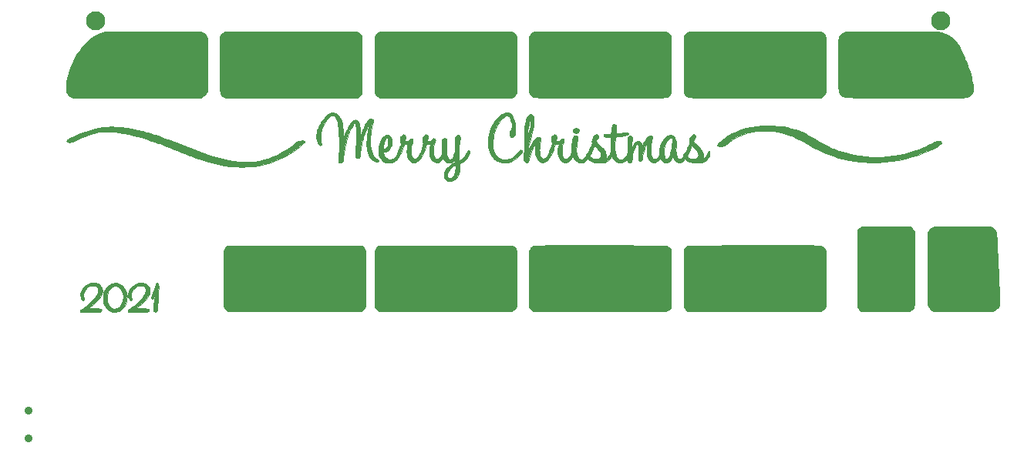
<source format=gts>
G04 #@! TF.GenerationSoftware,KiCad,Pcbnew,(5.1.10)-1*
G04 #@! TF.CreationDate,2021-12-12T20:23:01-05:00*
G04 #@! TF.ProjectId,Bus Ornament,42757320-4f72-46e6-916d-656e742e6b69,rev?*
G04 #@! TF.SameCoordinates,Original*
G04 #@! TF.FileFunction,Soldermask,Top*
G04 #@! TF.FilePolarity,Negative*
%FSLAX46Y46*%
G04 Gerber Fmt 4.6, Leading zero omitted, Abs format (unit mm)*
G04 Created by KiCad (PCBNEW (5.1.10)-1) date 2021-12-12 20:23:01*
%MOMM*%
%LPD*%
G01*
G04 APERTURE LIST*
%ADD10C,0.010000*%
%ADD11C,2.100000*%
%ADD12C,0.900000*%
G04 APERTURE END LIST*
D10*
G36*
X66996574Y-114727085D02*
G01*
X67072408Y-114734536D01*
X67133925Y-114748074D01*
X67195133Y-114770883D01*
X67270039Y-114806144D01*
X67278253Y-114810196D01*
X67454631Y-114917297D01*
X67595340Y-115046215D01*
X67699724Y-115196007D01*
X67767126Y-115365730D01*
X67796891Y-115554438D01*
X67796983Y-115556156D01*
X67795642Y-115701322D01*
X67773304Y-115837511D01*
X67726764Y-115978184D01*
X67664022Y-116114835D01*
X67554498Y-116299678D01*
X67407704Y-116495478D01*
X67226390Y-116699387D01*
X67013304Y-116908554D01*
X66771196Y-117120131D01*
X66502814Y-117331268D01*
X66459117Y-117363715D01*
X66270750Y-117502516D01*
X66755450Y-117515497D01*
X66989777Y-117523833D01*
X67184799Y-117535509D01*
X67343444Y-117551014D01*
X67468646Y-117570837D01*
X67563333Y-117595467D01*
X67630438Y-117625393D01*
X67672891Y-117661102D01*
X67679034Y-117669511D01*
X67698089Y-117731093D01*
X67679165Y-117793548D01*
X67626214Y-117851929D01*
X67543188Y-117901285D01*
X67473802Y-117926522D01*
X67435471Y-117936573D01*
X67395025Y-117944040D01*
X67346988Y-117948990D01*
X67285885Y-117951491D01*
X67206241Y-117951612D01*
X67102580Y-117949419D01*
X66969426Y-117944980D01*
X66801304Y-117938365D01*
X66736070Y-117935668D01*
X66542849Y-117928003D01*
X66383502Y-117922912D01*
X66249631Y-117920637D01*
X66132841Y-117921422D01*
X66024737Y-117925510D01*
X65916921Y-117933144D01*
X65800998Y-117944566D01*
X65668572Y-117960020D01*
X65599733Y-117968559D01*
X65510795Y-117969419D01*
X65451918Y-117952728D01*
X65404859Y-117911935D01*
X65380085Y-117870164D01*
X65367410Y-117817711D01*
X65372514Y-117771244D01*
X65399586Y-117725053D01*
X65452816Y-117673429D01*
X65536392Y-117610662D01*
X65604714Y-117564030D01*
X65934317Y-117333651D01*
X66232331Y-117104696D01*
X66497716Y-116878376D01*
X66729436Y-116655900D01*
X66926454Y-116438478D01*
X67087733Y-116227320D01*
X67212234Y-116023635D01*
X67298920Y-115828634D01*
X67346754Y-115643527D01*
X67356566Y-115520969D01*
X67349256Y-115407908D01*
X67323776Y-115320430D01*
X67274803Y-115243779D01*
X67244143Y-115209370D01*
X67153007Y-115130458D01*
X67051894Y-115078817D01*
X66929570Y-115049813D01*
X66836049Y-115041050D01*
X66633131Y-115049971D01*
X66439739Y-115099728D01*
X66255300Y-115190560D01*
X66079243Y-115322707D01*
X66012483Y-115385740D01*
X65877245Y-115545097D01*
X65781245Y-115711901D01*
X65725055Y-115883589D01*
X65709251Y-116057595D01*
X65734409Y-116231355D01*
X65789704Y-116379591D01*
X65824091Y-116468123D01*
X65828456Y-116535161D01*
X65802819Y-116589037D01*
X65790233Y-116602933D01*
X65726811Y-116641935D01*
X65658504Y-116640291D01*
X65589588Y-116598684D01*
X65558511Y-116565891D01*
X65469217Y-116426042D01*
X65415424Y-116270277D01*
X65395418Y-116102862D01*
X65407488Y-115928064D01*
X65449921Y-115750147D01*
X65521004Y-115573377D01*
X65619024Y-115402021D01*
X65742269Y-115240343D01*
X65889026Y-115092610D01*
X66057583Y-114963088D01*
X66244694Y-114856773D01*
X66408476Y-114787407D01*
X66560920Y-114744320D01*
X66719121Y-114723969D01*
X66892416Y-114722539D01*
X66996574Y-114727085D01*
G37*
X66996574Y-114727085D02*
X67072408Y-114734536D01*
X67133925Y-114748074D01*
X67195133Y-114770883D01*
X67270039Y-114806144D01*
X67278253Y-114810196D01*
X67454631Y-114917297D01*
X67595340Y-115046215D01*
X67699724Y-115196007D01*
X67767126Y-115365730D01*
X67796891Y-115554438D01*
X67796983Y-115556156D01*
X67795642Y-115701322D01*
X67773304Y-115837511D01*
X67726764Y-115978184D01*
X67664022Y-116114835D01*
X67554498Y-116299678D01*
X67407704Y-116495478D01*
X67226390Y-116699387D01*
X67013304Y-116908554D01*
X66771196Y-117120131D01*
X66502814Y-117331268D01*
X66459117Y-117363715D01*
X66270750Y-117502516D01*
X66755450Y-117515497D01*
X66989777Y-117523833D01*
X67184799Y-117535509D01*
X67343444Y-117551014D01*
X67468646Y-117570837D01*
X67563333Y-117595467D01*
X67630438Y-117625393D01*
X67672891Y-117661102D01*
X67679034Y-117669511D01*
X67698089Y-117731093D01*
X67679165Y-117793548D01*
X67626214Y-117851929D01*
X67543188Y-117901285D01*
X67473802Y-117926522D01*
X67435471Y-117936573D01*
X67395025Y-117944040D01*
X67346988Y-117948990D01*
X67285885Y-117951491D01*
X67206241Y-117951612D01*
X67102580Y-117949419D01*
X66969426Y-117944980D01*
X66801304Y-117938365D01*
X66736070Y-117935668D01*
X66542849Y-117928003D01*
X66383502Y-117922912D01*
X66249631Y-117920637D01*
X66132841Y-117921422D01*
X66024737Y-117925510D01*
X65916921Y-117933144D01*
X65800998Y-117944566D01*
X65668572Y-117960020D01*
X65599733Y-117968559D01*
X65510795Y-117969419D01*
X65451918Y-117952728D01*
X65404859Y-117911935D01*
X65380085Y-117870164D01*
X65367410Y-117817711D01*
X65372514Y-117771244D01*
X65399586Y-117725053D01*
X65452816Y-117673429D01*
X65536392Y-117610662D01*
X65604714Y-117564030D01*
X65934317Y-117333651D01*
X66232331Y-117104696D01*
X66497716Y-116878376D01*
X66729436Y-116655900D01*
X66926454Y-116438478D01*
X67087733Y-116227320D01*
X67212234Y-116023635D01*
X67298920Y-115828634D01*
X67346754Y-115643527D01*
X67356566Y-115520969D01*
X67349256Y-115407908D01*
X67323776Y-115320430D01*
X67274803Y-115243779D01*
X67244143Y-115209370D01*
X67153007Y-115130458D01*
X67051894Y-115078817D01*
X66929570Y-115049813D01*
X66836049Y-115041050D01*
X66633131Y-115049971D01*
X66439739Y-115099728D01*
X66255300Y-115190560D01*
X66079243Y-115322707D01*
X66012483Y-115385740D01*
X65877245Y-115545097D01*
X65781245Y-115711901D01*
X65725055Y-115883589D01*
X65709251Y-116057595D01*
X65734409Y-116231355D01*
X65789704Y-116379591D01*
X65824091Y-116468123D01*
X65828456Y-116535161D01*
X65802819Y-116589037D01*
X65790233Y-116602933D01*
X65726811Y-116641935D01*
X65658504Y-116640291D01*
X65589588Y-116598684D01*
X65558511Y-116565891D01*
X65469217Y-116426042D01*
X65415424Y-116270277D01*
X65395418Y-116102862D01*
X65407488Y-115928064D01*
X65449921Y-115750147D01*
X65521004Y-115573377D01*
X65619024Y-115402021D01*
X65742269Y-115240343D01*
X65889026Y-115092610D01*
X66057583Y-114963088D01*
X66244694Y-114856773D01*
X66408476Y-114787407D01*
X66560920Y-114744320D01*
X66719121Y-114723969D01*
X66892416Y-114722539D01*
X66996574Y-114727085D01*
G36*
X72254746Y-114732852D02*
G01*
X72428040Y-114776079D01*
X72583771Y-114851733D01*
X72729655Y-114962767D01*
X72755472Y-114986747D01*
X72876362Y-115129923D01*
X72963794Y-115294167D01*
X73014058Y-115471809D01*
X73022389Y-115538169D01*
X73016925Y-115724323D01*
X72970238Y-115918831D01*
X72882546Y-116121394D01*
X72754065Y-116331711D01*
X72585012Y-116549483D01*
X72375604Y-116774408D01*
X72126057Y-117006188D01*
X71836589Y-117244521D01*
X71732097Y-117324742D01*
X71482712Y-117513100D01*
X71859097Y-117513466D01*
X72124149Y-117517151D01*
X72348663Y-117527857D01*
X72533901Y-117545896D01*
X72681124Y-117571581D01*
X72791592Y-117605224D01*
X72866567Y-117647139D01*
X72907310Y-117697637D01*
X72915081Y-117757030D01*
X72911767Y-117774327D01*
X72888004Y-117823293D01*
X72839453Y-117864787D01*
X72759329Y-117903653D01*
X72700062Y-117925418D01*
X72667574Y-117935454D01*
X72632602Y-117943047D01*
X72590012Y-117948268D01*
X72534671Y-117951184D01*
X72461444Y-117951865D01*
X72365197Y-117950381D01*
X72240798Y-117946799D01*
X72083111Y-117941190D01*
X71939150Y-117935665D01*
X71747328Y-117928455D01*
X71591315Y-117923403D01*
X71464638Y-117920570D01*
X71360825Y-117920018D01*
X71273403Y-117921810D01*
X71195900Y-117926006D01*
X71121842Y-117932670D01*
X71044758Y-117941863D01*
X71025383Y-117944414D01*
X70905815Y-117960295D01*
X70820690Y-117970646D01*
X70762454Y-117975257D01*
X70723552Y-117973919D01*
X70696431Y-117966424D01*
X70673535Y-117952563D01*
X70649738Y-117934032D01*
X70612288Y-117896664D01*
X70598456Y-117852958D01*
X70599258Y-117801988D01*
X70602686Y-117768590D01*
X70610872Y-117740846D01*
X70628993Y-117713700D01*
X70662229Y-117682094D01*
X70715758Y-117640972D01*
X70794757Y-117585278D01*
X70884010Y-117523931D01*
X71104540Y-117369625D01*
X71296461Y-117227791D01*
X71468640Y-117091210D01*
X71629942Y-116952663D01*
X71789235Y-116804933D01*
X71898041Y-116698428D01*
X72076469Y-116512734D01*
X72222124Y-116343047D01*
X72338843Y-116184120D01*
X72430463Y-116030706D01*
X72500823Y-115877557D01*
X72503688Y-115870235D01*
X72560681Y-115687347D01*
X72581250Y-115525906D01*
X72565380Y-115385756D01*
X72513054Y-115266743D01*
X72432433Y-115175556D01*
X72306346Y-115094427D01*
X72161654Y-115047392D01*
X72003553Y-115033536D01*
X71837239Y-115051944D01*
X71667907Y-115101700D01*
X71500754Y-115181889D01*
X71340975Y-115291597D01*
X71235370Y-115386395D01*
X71111223Y-115525645D01*
X71023531Y-115661700D01*
X70968103Y-115803206D01*
X70940747Y-115958804D01*
X70937849Y-116000041D01*
X70934956Y-116094236D01*
X70939948Y-116164375D01*
X70955660Y-116228434D01*
X70984929Y-116304389D01*
X70986418Y-116307919D01*
X71017264Y-116385116D01*
X71041669Y-116453839D01*
X71053843Y-116497100D01*
X71045898Y-116557554D01*
X71006646Y-116609247D01*
X70947026Y-116640708D01*
X70912566Y-116645266D01*
X70855252Y-116632665D01*
X70802161Y-116591825D01*
X70748957Y-116518196D01*
X70696687Y-116418649D01*
X70638960Y-116249566D01*
X70619100Y-116070866D01*
X70635001Y-115886874D01*
X70684558Y-115701914D01*
X70765667Y-115520310D01*
X70876222Y-115346386D01*
X71014118Y-115184467D01*
X71177249Y-115038876D01*
X71363511Y-114913938D01*
X71452316Y-114866590D01*
X71623620Y-114791837D01*
X71783096Y-114745148D01*
X71946681Y-114722629D01*
X72056171Y-114719100D01*
X72254746Y-114732852D01*
G37*
X72254746Y-114732852D02*
X72428040Y-114776079D01*
X72583771Y-114851733D01*
X72729655Y-114962767D01*
X72755472Y-114986747D01*
X72876362Y-115129923D01*
X72963794Y-115294167D01*
X73014058Y-115471809D01*
X73022389Y-115538169D01*
X73016925Y-115724323D01*
X72970238Y-115918831D01*
X72882546Y-116121394D01*
X72754065Y-116331711D01*
X72585012Y-116549483D01*
X72375604Y-116774408D01*
X72126057Y-117006188D01*
X71836589Y-117244521D01*
X71732097Y-117324742D01*
X71482712Y-117513100D01*
X71859097Y-117513466D01*
X72124149Y-117517151D01*
X72348663Y-117527857D01*
X72533901Y-117545896D01*
X72681124Y-117571581D01*
X72791592Y-117605224D01*
X72866567Y-117647139D01*
X72907310Y-117697637D01*
X72915081Y-117757030D01*
X72911767Y-117774327D01*
X72888004Y-117823293D01*
X72839453Y-117864787D01*
X72759329Y-117903653D01*
X72700062Y-117925418D01*
X72667574Y-117935454D01*
X72632602Y-117943047D01*
X72590012Y-117948268D01*
X72534671Y-117951184D01*
X72461444Y-117951865D01*
X72365197Y-117950381D01*
X72240798Y-117946799D01*
X72083111Y-117941190D01*
X71939150Y-117935665D01*
X71747328Y-117928455D01*
X71591315Y-117923403D01*
X71464638Y-117920570D01*
X71360825Y-117920018D01*
X71273403Y-117921810D01*
X71195900Y-117926006D01*
X71121842Y-117932670D01*
X71044758Y-117941863D01*
X71025383Y-117944414D01*
X70905815Y-117960295D01*
X70820690Y-117970646D01*
X70762454Y-117975257D01*
X70723552Y-117973919D01*
X70696431Y-117966424D01*
X70673535Y-117952563D01*
X70649738Y-117934032D01*
X70612288Y-117896664D01*
X70598456Y-117852958D01*
X70599258Y-117801988D01*
X70602686Y-117768590D01*
X70610872Y-117740846D01*
X70628993Y-117713700D01*
X70662229Y-117682094D01*
X70715758Y-117640972D01*
X70794757Y-117585278D01*
X70884010Y-117523931D01*
X71104540Y-117369625D01*
X71296461Y-117227791D01*
X71468640Y-117091210D01*
X71629942Y-116952663D01*
X71789235Y-116804933D01*
X71898041Y-116698428D01*
X72076469Y-116512734D01*
X72222124Y-116343047D01*
X72338843Y-116184120D01*
X72430463Y-116030706D01*
X72500823Y-115877557D01*
X72503688Y-115870235D01*
X72560681Y-115687347D01*
X72581250Y-115525906D01*
X72565380Y-115385756D01*
X72513054Y-115266743D01*
X72432433Y-115175556D01*
X72306346Y-115094427D01*
X72161654Y-115047392D01*
X72003553Y-115033536D01*
X71837239Y-115051944D01*
X71667907Y-115101700D01*
X71500754Y-115181889D01*
X71340975Y-115291597D01*
X71235370Y-115386395D01*
X71111223Y-115525645D01*
X71023531Y-115661700D01*
X70968103Y-115803206D01*
X70940747Y-115958804D01*
X70937849Y-116000041D01*
X70934956Y-116094236D01*
X70939948Y-116164375D01*
X70955660Y-116228434D01*
X70984929Y-116304389D01*
X70986418Y-116307919D01*
X71017264Y-116385116D01*
X71041669Y-116453839D01*
X71053843Y-116497100D01*
X71045898Y-116557554D01*
X71006646Y-116609247D01*
X70947026Y-116640708D01*
X70912566Y-116645266D01*
X70855252Y-116632665D01*
X70802161Y-116591825D01*
X70748957Y-116518196D01*
X70696687Y-116418649D01*
X70638960Y-116249566D01*
X70619100Y-116070866D01*
X70635001Y-115886874D01*
X70684558Y-115701914D01*
X70765667Y-115520310D01*
X70876222Y-115346386D01*
X71014118Y-115184467D01*
X71177249Y-115038876D01*
X71363511Y-114913938D01*
X71452316Y-114866590D01*
X71623620Y-114791837D01*
X71783096Y-114745148D01*
X71946681Y-114722629D01*
X72056171Y-114719100D01*
X72254746Y-114732852D01*
G36*
X69336839Y-114745371D02*
G01*
X69528337Y-114782989D01*
X69716523Y-114858203D01*
X69898536Y-114972117D01*
X70046931Y-115100864D01*
X70136666Y-115195219D01*
X70204786Y-115281906D01*
X70263813Y-115378293D01*
X70306432Y-115460848D01*
X70389959Y-115648954D01*
X70446197Y-115824090D01*
X70478861Y-116002108D01*
X70491665Y-116198863D01*
X70492199Y-116253683D01*
X70475502Y-116526813D01*
X70426443Y-116787599D01*
X70347079Y-117032146D01*
X70239467Y-117256562D01*
X70105664Y-117456952D01*
X69947728Y-117629424D01*
X69767716Y-117770084D01*
X69657274Y-117833895D01*
X69491242Y-117898830D01*
X69304128Y-117938575D01*
X69110196Y-117951234D01*
X68923711Y-117934913D01*
X68912316Y-117932829D01*
X68739268Y-117880312D01*
X68567765Y-117791480D01*
X68404764Y-117672004D01*
X68257218Y-117527556D01*
X68132082Y-117363805D01*
X68060157Y-117237933D01*
X67988693Y-117081088D01*
X67937667Y-116936519D01*
X67904252Y-116791349D01*
X67885616Y-116632697D01*
X67879661Y-116467890D01*
X68311758Y-116467890D01*
X68312117Y-116567549D01*
X68317452Y-116649655D01*
X68328625Y-116726533D01*
X68346499Y-116810511D01*
X68349396Y-116822748D01*
X68413629Y-117024622D01*
X68501567Y-117198821D01*
X68610113Y-117343437D01*
X68736168Y-117456558D01*
X68876634Y-117536275D01*
X69028413Y-117580676D01*
X69188408Y-117587851D01*
X69353521Y-117555889D01*
X69466008Y-117511369D01*
X69608932Y-117420442D01*
X69739200Y-117292860D01*
X69853542Y-117133245D01*
X69948689Y-116946223D01*
X70021372Y-116736416D01*
X70025970Y-116719350D01*
X70051348Y-116589937D01*
X70067557Y-116436873D01*
X70074439Y-116273038D01*
X70071836Y-116111311D01*
X70059591Y-115964572D01*
X70037545Y-115845701D01*
X70036710Y-115842625D01*
X69966839Y-115650112D01*
X69870015Y-115475899D01*
X69750932Y-115326281D01*
X69614284Y-115207551D01*
X69520959Y-115151275D01*
X69452508Y-115119562D01*
X69391945Y-115100934D01*
X69323058Y-115092085D01*
X69229639Y-115089706D01*
X69219233Y-115089696D01*
X69075315Y-115099631D01*
X68952357Y-115132542D01*
X68840054Y-115193215D01*
X68728099Y-115286436D01*
X68671560Y-115344041D01*
X68549531Y-115494551D01*
X68455286Y-115657931D01*
X68386694Y-115840136D01*
X68341622Y-116047122D01*
X68317937Y-116284844D01*
X68315513Y-116338350D01*
X68311758Y-116467890D01*
X67879661Y-116467890D01*
X67878930Y-116447686D01*
X67878778Y-116412433D01*
X67879517Y-116284694D01*
X67882811Y-116187738D01*
X67889995Y-116110031D01*
X67902401Y-116040040D01*
X67921363Y-115966232D01*
X67936136Y-115916321D01*
X68028761Y-115665294D01*
X68143811Y-115441920D01*
X68278426Y-115247303D01*
X68429746Y-115082548D01*
X68594913Y-114948760D01*
X68771065Y-114847043D01*
X68955343Y-114778503D01*
X69144888Y-114744244D01*
X69336839Y-114745371D01*
G37*
X69336839Y-114745371D02*
X69528337Y-114782989D01*
X69716523Y-114858203D01*
X69898536Y-114972117D01*
X70046931Y-115100864D01*
X70136666Y-115195219D01*
X70204786Y-115281906D01*
X70263813Y-115378293D01*
X70306432Y-115460848D01*
X70389959Y-115648954D01*
X70446197Y-115824090D01*
X70478861Y-116002108D01*
X70491665Y-116198863D01*
X70492199Y-116253683D01*
X70475502Y-116526813D01*
X70426443Y-116787599D01*
X70347079Y-117032146D01*
X70239467Y-117256562D01*
X70105664Y-117456952D01*
X69947728Y-117629424D01*
X69767716Y-117770084D01*
X69657274Y-117833895D01*
X69491242Y-117898830D01*
X69304128Y-117938575D01*
X69110196Y-117951234D01*
X68923711Y-117934913D01*
X68912316Y-117932829D01*
X68739268Y-117880312D01*
X68567765Y-117791480D01*
X68404764Y-117672004D01*
X68257218Y-117527556D01*
X68132082Y-117363805D01*
X68060157Y-117237933D01*
X67988693Y-117081088D01*
X67937667Y-116936519D01*
X67904252Y-116791349D01*
X67885616Y-116632697D01*
X67879661Y-116467890D01*
X68311758Y-116467890D01*
X68312117Y-116567549D01*
X68317452Y-116649655D01*
X68328625Y-116726533D01*
X68346499Y-116810511D01*
X68349396Y-116822748D01*
X68413629Y-117024622D01*
X68501567Y-117198821D01*
X68610113Y-117343437D01*
X68736168Y-117456558D01*
X68876634Y-117536275D01*
X69028413Y-117580676D01*
X69188408Y-117587851D01*
X69353521Y-117555889D01*
X69466008Y-117511369D01*
X69608932Y-117420442D01*
X69739200Y-117292860D01*
X69853542Y-117133245D01*
X69948689Y-116946223D01*
X70021372Y-116736416D01*
X70025970Y-116719350D01*
X70051348Y-116589937D01*
X70067557Y-116436873D01*
X70074439Y-116273038D01*
X70071836Y-116111311D01*
X70059591Y-115964572D01*
X70037545Y-115845701D01*
X70036710Y-115842625D01*
X69966839Y-115650112D01*
X69870015Y-115475899D01*
X69750932Y-115326281D01*
X69614284Y-115207551D01*
X69520959Y-115151275D01*
X69452508Y-115119562D01*
X69391945Y-115100934D01*
X69323058Y-115092085D01*
X69229639Y-115089706D01*
X69219233Y-115089696D01*
X69075315Y-115099631D01*
X68952357Y-115132542D01*
X68840054Y-115193215D01*
X68728099Y-115286436D01*
X68671560Y-115344041D01*
X68549531Y-115494551D01*
X68455286Y-115657931D01*
X68386694Y-115840136D01*
X68341622Y-116047122D01*
X68317937Y-116284844D01*
X68315513Y-116338350D01*
X68311758Y-116467890D01*
X67879661Y-116467890D01*
X67878930Y-116447686D01*
X67878778Y-116412433D01*
X67879517Y-116284694D01*
X67882811Y-116187738D01*
X67889995Y-116110031D01*
X67902401Y-116040040D01*
X67921363Y-115966232D01*
X67936136Y-115916321D01*
X68028761Y-115665294D01*
X68143811Y-115441920D01*
X68278426Y-115247303D01*
X68429746Y-115082548D01*
X68594913Y-114948760D01*
X68771065Y-114847043D01*
X68955343Y-114778503D01*
X69144888Y-114744244D01*
X69336839Y-114745371D01*
G36*
X73880669Y-114786426D02*
G01*
X73924615Y-114831256D01*
X73928880Y-114840220D01*
X73946114Y-114908332D01*
X73957879Y-115016740D01*
X73964187Y-115165832D01*
X73965052Y-115355995D01*
X73960487Y-115587616D01*
X73957484Y-115682183D01*
X73948445Y-115912118D01*
X73937162Y-116147294D01*
X73923996Y-116383333D01*
X73909306Y-116615859D01*
X73893452Y-116840494D01*
X73876792Y-117052861D01*
X73859687Y-117248583D01*
X73842496Y-117423284D01*
X73825578Y-117572585D01*
X73809293Y-117692111D01*
X73794000Y-117777484D01*
X73781896Y-117820298D01*
X73732543Y-117893107D01*
X73663535Y-117930958D01*
X73580781Y-117932636D01*
X73490191Y-117896925D01*
X73470428Y-117884360D01*
X73436629Y-117860443D01*
X73409807Y-117836484D01*
X73389867Y-117808098D01*
X73376718Y-117770899D01*
X73370265Y-117720500D01*
X73370415Y-117652517D01*
X73377075Y-117562563D01*
X73390153Y-117446253D01*
X73409553Y-117299201D01*
X73435184Y-117117020D01*
X73451666Y-117001915D01*
X73476337Y-116829599D01*
X73499533Y-116666961D01*
X73520446Y-116519708D01*
X73538269Y-116393547D01*
X73552195Y-116294185D01*
X73561417Y-116227330D01*
X73564495Y-116204099D01*
X73576063Y-116112182D01*
X73491518Y-116257016D01*
X73434812Y-116351320D01*
X73391393Y-116414202D01*
X73355050Y-116451813D01*
X73319573Y-116470308D01*
X73278751Y-116475839D01*
X73270569Y-116475933D01*
X73203066Y-116457859D01*
X73153993Y-116411080D01*
X73135066Y-116346840D01*
X73143996Y-116317559D01*
X73168858Y-116256877D01*
X73206760Y-116171312D01*
X73254811Y-116067382D01*
X73310117Y-115951605D01*
X73313765Y-115944092D01*
X73431447Y-115687206D01*
X73523013Y-115453107D01*
X73591281Y-115233682D01*
X73639069Y-115020818D01*
X73643743Y-114994266D01*
X73661017Y-114912125D01*
X73681355Y-114843135D01*
X73700657Y-114800936D01*
X73702576Y-114798475D01*
X73754053Y-114767159D01*
X73818616Y-114764102D01*
X73880669Y-114786426D01*
G37*
X73880669Y-114786426D02*
X73924615Y-114831256D01*
X73928880Y-114840220D01*
X73946114Y-114908332D01*
X73957879Y-115016740D01*
X73964187Y-115165832D01*
X73965052Y-115355995D01*
X73960487Y-115587616D01*
X73957484Y-115682183D01*
X73948445Y-115912118D01*
X73937162Y-116147294D01*
X73923996Y-116383333D01*
X73909306Y-116615859D01*
X73893452Y-116840494D01*
X73876792Y-117052861D01*
X73859687Y-117248583D01*
X73842496Y-117423284D01*
X73825578Y-117572585D01*
X73809293Y-117692111D01*
X73794000Y-117777484D01*
X73781896Y-117820298D01*
X73732543Y-117893107D01*
X73663535Y-117930958D01*
X73580781Y-117932636D01*
X73490191Y-117896925D01*
X73470428Y-117884360D01*
X73436629Y-117860443D01*
X73409807Y-117836484D01*
X73389867Y-117808098D01*
X73376718Y-117770899D01*
X73370265Y-117720500D01*
X73370415Y-117652517D01*
X73377075Y-117562563D01*
X73390153Y-117446253D01*
X73409553Y-117299201D01*
X73435184Y-117117020D01*
X73451666Y-117001915D01*
X73476337Y-116829599D01*
X73499533Y-116666961D01*
X73520446Y-116519708D01*
X73538269Y-116393547D01*
X73552195Y-116294185D01*
X73561417Y-116227330D01*
X73564495Y-116204099D01*
X73576063Y-116112182D01*
X73491518Y-116257016D01*
X73434812Y-116351320D01*
X73391393Y-116414202D01*
X73355050Y-116451813D01*
X73319573Y-116470308D01*
X73278751Y-116475839D01*
X73270569Y-116475933D01*
X73203066Y-116457859D01*
X73153993Y-116411080D01*
X73135066Y-116346840D01*
X73143996Y-116317559D01*
X73168858Y-116256877D01*
X73206760Y-116171312D01*
X73254811Y-116067382D01*
X73310117Y-115951605D01*
X73313765Y-115944092D01*
X73431447Y-115687206D01*
X73523013Y-115453107D01*
X73591281Y-115233682D01*
X73639069Y-115020818D01*
X73643743Y-114994266D01*
X73661017Y-114912125D01*
X73681355Y-114843135D01*
X73700657Y-114800936D01*
X73702576Y-114798475D01*
X73754053Y-114767159D01*
X73818616Y-114764102D01*
X73880669Y-114786426D01*
G36*
X100914961Y-98430549D02*
G01*
X100989021Y-98475555D01*
X101047513Y-98554343D01*
X101071847Y-98630069D01*
X101083114Y-98729283D01*
X101081368Y-98835221D01*
X101066662Y-98931123D01*
X101046122Y-98988380D01*
X101022679Y-99051279D01*
X101015183Y-99110644D01*
X101015588Y-99115380D01*
X101034159Y-99158630D01*
X101079288Y-99178487D01*
X101154187Y-99175412D01*
X101260315Y-99150377D01*
X101335235Y-99123194D01*
X101400771Y-99084540D01*
X101471160Y-99025186D01*
X101506947Y-98990524D01*
X101569596Y-98931213D01*
X101625051Y-98883941D01*
X101663627Y-98856817D01*
X101670138Y-98853920D01*
X101721194Y-98856049D01*
X101783698Y-98882487D01*
X101841824Y-98925166D01*
X101867531Y-98954522D01*
X101891123Y-99002180D01*
X101897941Y-99059651D01*
X101887165Y-99134478D01*
X101857980Y-99234210D01*
X101828204Y-99317421D01*
X101767401Y-99486242D01*
X101722683Y-99628269D01*
X101691830Y-99754881D01*
X101672623Y-99877453D01*
X101662841Y-100007363D01*
X101660263Y-100155988D01*
X101660343Y-100177600D01*
X101662657Y-100319397D01*
X101668568Y-100430479D01*
X101679220Y-100522393D01*
X101695754Y-100606687D01*
X101707333Y-100652365D01*
X101766029Y-100827625D01*
X101835674Y-100962571D01*
X101914805Y-101057361D01*
X102001959Y-101112153D01*
X102095674Y-101127106D01*
X102194487Y-101102378D01*
X102296935Y-101038126D01*
X102401555Y-100934511D01*
X102506885Y-100791689D01*
X102611461Y-100609820D01*
X102640705Y-100551311D01*
X102758734Y-100292024D01*
X102861143Y-100030438D01*
X102954192Y-99750005D01*
X102991900Y-99622923D01*
X103065322Y-99367833D01*
X103001527Y-99240169D01*
X102961852Y-99149222D01*
X102942527Y-99067812D01*
X102937733Y-98979096D01*
X102950947Y-98840655D01*
X102987804Y-98714446D01*
X103044124Y-98605247D01*
X103115727Y-98517836D01*
X103198434Y-98456993D01*
X103288065Y-98427496D01*
X103380442Y-98434125D01*
X103406434Y-98443190D01*
X103468209Y-98490210D01*
X103514204Y-98567781D01*
X103542689Y-98666518D01*
X103551931Y-98777038D01*
X103540199Y-98889955D01*
X103507669Y-98991740D01*
X103477162Y-99080315D01*
X103478628Y-99141348D01*
X103512147Y-99175133D01*
X103558711Y-99182766D01*
X103619519Y-99176602D01*
X103698021Y-99160854D01*
X103743516Y-99148753D01*
X103810814Y-99123979D01*
X103870192Y-99088550D01*
X103934018Y-99033907D01*
X103988178Y-98979420D01*
X104048844Y-98918838D01*
X104100431Y-98872270D01*
X104134870Y-98846801D01*
X104142316Y-98844100D01*
X104215682Y-98861729D01*
X104288108Y-98906977D01*
X104342376Y-98968384D01*
X104349836Y-98982221D01*
X104368737Y-99025629D01*
X104375031Y-99060983D01*
X104367815Y-99102661D01*
X104346187Y-99165038D01*
X104336819Y-99189766D01*
X104236754Y-99479307D01*
X104167002Y-99745202D01*
X104126988Y-99992755D01*
X104116138Y-100227270D01*
X104133879Y-100454051D01*
X104176786Y-100667531D01*
X104233359Y-100839788D01*
X104302363Y-100971873D01*
X104382188Y-101063549D01*
X104471224Y-101114582D01*
X104567862Y-101124735D01*
X104670490Y-101093774D01*
X104777500Y-101021463D01*
X104887280Y-100907566D01*
X104977149Y-100784631D01*
X105091077Y-100611516D01*
X105060731Y-100389266D01*
X105049474Y-100278326D01*
X105041749Y-100142107D01*
X105037409Y-99988323D01*
X105036307Y-99824683D01*
X105038297Y-99658899D01*
X105043233Y-99498682D01*
X105050967Y-99351743D01*
X105061354Y-99225795D01*
X105074247Y-99128547D01*
X105085633Y-99078574D01*
X105111291Y-99005708D01*
X105137945Y-98943374D01*
X105151851Y-98917794D01*
X105213267Y-98859924D01*
X105296934Y-98828883D01*
X105390542Y-98827055D01*
X105477798Y-98854717D01*
X105516985Y-98882689D01*
X105545263Y-98923867D01*
X105563725Y-98983963D01*
X105573461Y-99068689D01*
X105575564Y-99183757D01*
X105571125Y-99334879D01*
X105570838Y-99341516D01*
X105567857Y-99466912D01*
X105568207Y-99618855D01*
X105571500Y-99788336D01*
X105577349Y-99966344D01*
X105585367Y-100143869D01*
X105595166Y-100311899D01*
X105606359Y-100461424D01*
X105618560Y-100583435D01*
X105626774Y-100643266D01*
X105664872Y-100824998D01*
X105713878Y-100965952D01*
X105773767Y-101066065D01*
X105786950Y-101081075D01*
X105830459Y-101122256D01*
X105871709Y-101143215D01*
X105928169Y-101150592D01*
X105971621Y-101151266D01*
X106047499Y-101147599D01*
X106100227Y-101132445D01*
X106148662Y-101099575D01*
X106161567Y-101088512D01*
X106242630Y-100994967D01*
X106317243Y-100864651D01*
X106383264Y-100702905D01*
X106438549Y-100515073D01*
X106480953Y-100306495D01*
X106484598Y-100283433D01*
X106495048Y-100202986D01*
X106502261Y-100114673D01*
X106506406Y-100011552D01*
X106507653Y-99886681D01*
X106506170Y-99733119D01*
X106502356Y-99553183D01*
X106498486Y-99347753D01*
X106498524Y-99178539D01*
X106503103Y-99039548D01*
X106512858Y-98924789D01*
X106528420Y-98828271D01*
X106550424Y-98744002D01*
X106579503Y-98665991D01*
X106601162Y-98618553D01*
X106662405Y-98531902D01*
X106740219Y-98479749D01*
X106826612Y-98462114D01*
X106913593Y-98479014D01*
X106993170Y-98530468D01*
X107057352Y-98616496D01*
X107057861Y-98617477D01*
X107077114Y-98688051D01*
X107081719Y-98793378D01*
X107071960Y-98928597D01*
X107048121Y-99088850D01*
X107022946Y-99214516D01*
X106982026Y-99404885D01*
X106950561Y-99563654D01*
X106927560Y-99700246D01*
X106912030Y-99824087D01*
X106902979Y-99944598D01*
X106899415Y-100071205D01*
X106900346Y-100213330D01*
X106903733Y-100346933D01*
X106909059Y-100493690D01*
X106916039Y-100643891D01*
X106924227Y-100791328D01*
X106933180Y-100929794D01*
X106942453Y-101053080D01*
X106951601Y-101154978D01*
X106960180Y-101229281D01*
X106967745Y-101269779D01*
X106970191Y-101274947D01*
X106993674Y-101271190D01*
X107043265Y-101248091D01*
X107110472Y-101210698D01*
X107186804Y-101164057D01*
X107263767Y-101113216D01*
X107332870Y-101063224D01*
X107352761Y-101047563D01*
X107454101Y-100956770D01*
X107546537Y-100853601D01*
X107635543Y-100730637D01*
X107726594Y-100580462D01*
X107805301Y-100434361D01*
X107861829Y-100326865D01*
X107904132Y-100251759D01*
X107936306Y-100203266D01*
X107962443Y-100175612D01*
X107986639Y-100163021D01*
X107999402Y-100160556D01*
X108056267Y-100173225D01*
X108105100Y-100217546D01*
X108137085Y-100282845D01*
X108144733Y-100336517D01*
X108134399Y-100386701D01*
X108106046Y-100465026D01*
X108063648Y-100563460D01*
X108011178Y-100673972D01*
X107952611Y-100788531D01*
X107891919Y-100899105D01*
X107833076Y-100997662D01*
X107780057Y-101076172D01*
X107776289Y-101081210D01*
X107613138Y-101262579D01*
X107421099Y-101413653D01*
X107202693Y-101532512D01*
X107156810Y-101551950D01*
X107012316Y-101610484D01*
X107012143Y-102052917D01*
X107011941Y-102200767D01*
X107010935Y-102313872D01*
X107008329Y-102399822D01*
X107003326Y-102466204D01*
X106995132Y-102520608D01*
X106982950Y-102570623D01*
X106965983Y-102623836D01*
X106946424Y-102679447D01*
X106849575Y-102904912D01*
X106729824Y-103104965D01*
X106590406Y-103275558D01*
X106434558Y-103412640D01*
X106290417Y-103500364D01*
X106201951Y-103540312D01*
X106125897Y-103563442D01*
X106041449Y-103574905D01*
X105975150Y-103578435D01*
X105836757Y-103576028D01*
X105732289Y-103557031D01*
X105715505Y-103551377D01*
X105618354Y-103499731D01*
X105518989Y-103420371D01*
X105429862Y-103325296D01*
X105363422Y-103226506D01*
X105350474Y-103199567D01*
X105301135Y-103032872D01*
X105296125Y-102941184D01*
X105669798Y-102941184D01*
X105672787Y-103001218D01*
X105684062Y-103044928D01*
X105705802Y-103085227D01*
X105714492Y-103098291D01*
X105790739Y-103178187D01*
X105883032Y-103219373D01*
X105989226Y-103221363D01*
X106102150Y-103185996D01*
X106181257Y-103135697D01*
X106265810Y-103059171D01*
X106343839Y-102968779D01*
X106403372Y-102876878D01*
X106405424Y-102872906D01*
X106453910Y-102757520D01*
X106498188Y-102614172D01*
X106534352Y-102457231D01*
X106556766Y-102315988D01*
X106568651Y-102196305D01*
X106575587Y-102080627D01*
X106577573Y-101976902D01*
X106574603Y-101893081D01*
X106566676Y-101837111D01*
X106556977Y-101817858D01*
X106521347Y-101818552D01*
X106461398Y-101844086D01*
X106383312Y-101889946D01*
X106293272Y-101951615D01*
X106197459Y-102024577D01*
X106102054Y-102104315D01*
X106013240Y-102186314D01*
X105937198Y-102266057D01*
X105926483Y-102278477D01*
X105813752Y-102427320D01*
X105736403Y-102569219D01*
X105690536Y-102712998D01*
X105672915Y-102851912D01*
X105669798Y-102941184D01*
X105296125Y-102941184D01*
X105291465Y-102855935D01*
X105320817Y-102671426D01*
X105388545Y-102482018D01*
X105494003Y-102290383D01*
X105608507Y-102133050D01*
X105739659Y-101990708D01*
X105901510Y-101846430D01*
X106083627Y-101708307D01*
X106275581Y-101584428D01*
X106412725Y-101509253D01*
X106536066Y-101446990D01*
X106535396Y-101304420D01*
X106534725Y-101161850D01*
X106488917Y-101225350D01*
X106368737Y-101362075D01*
X106234167Y-101461423D01*
X106088560Y-101522359D01*
X105935269Y-101543853D01*
X105777646Y-101524872D01*
X105655313Y-101481970D01*
X105515989Y-101397816D01*
X105389594Y-101280954D01*
X105286057Y-101140903D01*
X105269701Y-101112296D01*
X105208008Y-100999243D01*
X105112864Y-101122880D01*
X104976481Y-101281890D01*
X104842820Y-101399665D01*
X104709784Y-101477029D01*
X104575274Y-101514803D01*
X104437193Y-101513811D01*
X104293443Y-101474876D01*
X104255875Y-101459086D01*
X104113806Y-101373195D01*
X103985254Y-101251545D01*
X103874370Y-101099658D01*
X103785304Y-100923058D01*
X103730392Y-100759683D01*
X103698523Y-100590201D01*
X103683565Y-100394216D01*
X103685137Y-100183867D01*
X103702860Y-99971294D01*
X103736353Y-99768634D01*
X103765051Y-99652658D01*
X103784227Y-99582868D01*
X103796744Y-99531913D01*
X103799979Y-99510498D01*
X103799897Y-99510419D01*
X103778085Y-99509952D01*
X103723150Y-99511241D01*
X103644255Y-99514025D01*
X103580602Y-99516682D01*
X103366221Y-99526149D01*
X103319843Y-99687833D01*
X103266581Y-99854725D01*
X103198315Y-100039648D01*
X103118773Y-100234573D01*
X103031678Y-100431472D01*
X102940759Y-100622320D01*
X102849741Y-100799088D01*
X102762349Y-100953749D01*
X102682311Y-101078275D01*
X102660539Y-101108226D01*
X102528911Y-101266171D01*
X102401190Y-101384182D01*
X102274539Y-101464117D01*
X102146118Y-101507834D01*
X102034857Y-101517928D01*
X101877528Y-101495204D01*
X101730480Y-101433510D01*
X101596349Y-101335512D01*
X101477768Y-101203876D01*
X101377371Y-101041270D01*
X101297791Y-100850358D01*
X101264931Y-100738516D01*
X101231589Y-100550664D01*
X101218761Y-100337664D01*
X101226016Y-100111161D01*
X101252925Y-99882797D01*
X101299059Y-99664215D01*
X101305441Y-99640724D01*
X101345889Y-99495432D01*
X101268686Y-99508200D01*
X101206036Y-99514984D01*
X101121311Y-99519704D01*
X101047944Y-99521200D01*
X100957313Y-99525218D01*
X100907469Y-99537011D01*
X100896781Y-99547891D01*
X100824130Y-99781384D01*
X100741374Y-100015002D01*
X100651140Y-100243156D01*
X100556060Y-100460259D01*
X100458762Y-100660722D01*
X100361877Y-100838956D01*
X100268034Y-100989374D01*
X100179862Y-101106387D01*
X100146006Y-101143364D01*
X99976485Y-101293540D01*
X99800570Y-101404277D01*
X99611987Y-101478468D01*
X99404461Y-101519008D01*
X99315436Y-101526411D01*
X99154169Y-101528594D01*
X99015935Y-101513326D01*
X98883929Y-101477475D01*
X98746733Y-101420446D01*
X98590281Y-101324597D01*
X98449583Y-101193635D01*
X98328522Y-101033082D01*
X98230984Y-100848463D01*
X98160852Y-100645298D01*
X98141261Y-100559658D01*
X98113634Y-100331084D01*
X98113873Y-100082237D01*
X98132213Y-99900661D01*
X98631772Y-99900661D01*
X98633110Y-99942758D01*
X98642156Y-99967980D01*
X98658815Y-99982498D01*
X98669190Y-99987354D01*
X98747825Y-99997826D01*
X98836719Y-99973552D01*
X98916066Y-99925053D01*
X98991388Y-99846274D01*
X99055656Y-99741030D01*
X99107971Y-99616406D01*
X99147430Y-99479488D01*
X99173133Y-99337363D01*
X99184178Y-99197116D01*
X99179664Y-99065835D01*
X99158691Y-98950604D01*
X99120356Y-98858511D01*
X99063759Y-98796640D01*
X99059892Y-98794126D01*
X99015277Y-98788160D01*
X98966104Y-98820090D01*
X98914231Y-98885970D01*
X98861518Y-98981851D01*
X98809824Y-99103788D01*
X98761008Y-99247831D01*
X98716930Y-99410033D01*
X98679449Y-99586448D01*
X98674945Y-99611427D01*
X98652595Y-99741166D01*
X98638235Y-99835521D01*
X98631772Y-99900661D01*
X98132213Y-99900661D01*
X98140065Y-99822935D01*
X98190297Y-99562991D01*
X98262654Y-99312222D01*
X98355225Y-99080443D01*
X98466094Y-98877470D01*
X98470564Y-98870575D01*
X98585696Y-98719154D01*
X98708798Y-98602161D01*
X98836353Y-98519992D01*
X98964848Y-98473040D01*
X99090765Y-98461701D01*
X99210590Y-98486371D01*
X99320807Y-98547444D01*
X99417901Y-98645315D01*
X99486812Y-98756385D01*
X99554688Y-98937764D01*
X99586490Y-99135023D01*
X99582451Y-99342273D01*
X99542805Y-99553627D01*
X99467785Y-99763195D01*
X99444950Y-99811745D01*
X99338695Y-99989966D01*
X99214370Y-100130699D01*
X99072626Y-100233457D01*
X98914115Y-100297753D01*
X98762608Y-100322051D01*
X98690093Y-100327057D01*
X98645617Y-100336955D01*
X98624972Y-100359740D01*
X98623948Y-100403411D01*
X98638338Y-100475966D01*
X98651705Y-100532808D01*
X98697532Y-100682658D01*
X98762202Y-100808583D01*
X98855035Y-100927907D01*
X98877091Y-100951754D01*
X98989622Y-101052256D01*
X99108061Y-101117532D01*
X99243063Y-101152085D01*
X99371150Y-101160641D01*
X99509630Y-101150818D01*
X99632907Y-101116762D01*
X99749921Y-101054266D01*
X99869612Y-100959124D01*
X99936616Y-100894607D01*
X100007803Y-100818209D01*
X100065774Y-100743665D01*
X100119035Y-100658354D01*
X100176091Y-100549659D01*
X100194607Y-100511869D01*
X100282322Y-100317639D01*
X100369021Y-100101550D01*
X100448797Y-99879665D01*
X100515743Y-99668050D01*
X100547354Y-99552465D01*
X100595822Y-99361248D01*
X100540664Y-99245549D01*
X100507178Y-99164821D01*
X100480969Y-99082950D01*
X100471670Y-99040847D01*
X100469867Y-98919038D01*
X100496174Y-98787370D01*
X100546376Y-98663319D01*
X100573815Y-98617332D01*
X100656889Y-98516805D01*
X100744421Y-98451769D01*
X100831936Y-98422818D01*
X100914961Y-98430549D01*
G37*
X100914961Y-98430549D02*
X100989021Y-98475555D01*
X101047513Y-98554343D01*
X101071847Y-98630069D01*
X101083114Y-98729283D01*
X101081368Y-98835221D01*
X101066662Y-98931123D01*
X101046122Y-98988380D01*
X101022679Y-99051279D01*
X101015183Y-99110644D01*
X101015588Y-99115380D01*
X101034159Y-99158630D01*
X101079288Y-99178487D01*
X101154187Y-99175412D01*
X101260315Y-99150377D01*
X101335235Y-99123194D01*
X101400771Y-99084540D01*
X101471160Y-99025186D01*
X101506947Y-98990524D01*
X101569596Y-98931213D01*
X101625051Y-98883941D01*
X101663627Y-98856817D01*
X101670138Y-98853920D01*
X101721194Y-98856049D01*
X101783698Y-98882487D01*
X101841824Y-98925166D01*
X101867531Y-98954522D01*
X101891123Y-99002180D01*
X101897941Y-99059651D01*
X101887165Y-99134478D01*
X101857980Y-99234210D01*
X101828204Y-99317421D01*
X101767401Y-99486242D01*
X101722683Y-99628269D01*
X101691830Y-99754881D01*
X101672623Y-99877453D01*
X101662841Y-100007363D01*
X101660263Y-100155988D01*
X101660343Y-100177600D01*
X101662657Y-100319397D01*
X101668568Y-100430479D01*
X101679220Y-100522393D01*
X101695754Y-100606687D01*
X101707333Y-100652365D01*
X101766029Y-100827625D01*
X101835674Y-100962571D01*
X101914805Y-101057361D01*
X102001959Y-101112153D01*
X102095674Y-101127106D01*
X102194487Y-101102378D01*
X102296935Y-101038126D01*
X102401555Y-100934511D01*
X102506885Y-100791689D01*
X102611461Y-100609820D01*
X102640705Y-100551311D01*
X102758734Y-100292024D01*
X102861143Y-100030438D01*
X102954192Y-99750005D01*
X102991900Y-99622923D01*
X103065322Y-99367833D01*
X103001527Y-99240169D01*
X102961852Y-99149222D01*
X102942527Y-99067812D01*
X102937733Y-98979096D01*
X102950947Y-98840655D01*
X102987804Y-98714446D01*
X103044124Y-98605247D01*
X103115727Y-98517836D01*
X103198434Y-98456993D01*
X103288065Y-98427496D01*
X103380442Y-98434125D01*
X103406434Y-98443190D01*
X103468209Y-98490210D01*
X103514204Y-98567781D01*
X103542689Y-98666518D01*
X103551931Y-98777038D01*
X103540199Y-98889955D01*
X103507669Y-98991740D01*
X103477162Y-99080315D01*
X103478628Y-99141348D01*
X103512147Y-99175133D01*
X103558711Y-99182766D01*
X103619519Y-99176602D01*
X103698021Y-99160854D01*
X103743516Y-99148753D01*
X103810814Y-99123979D01*
X103870192Y-99088550D01*
X103934018Y-99033907D01*
X103988178Y-98979420D01*
X104048844Y-98918838D01*
X104100431Y-98872270D01*
X104134870Y-98846801D01*
X104142316Y-98844100D01*
X104215682Y-98861729D01*
X104288108Y-98906977D01*
X104342376Y-98968384D01*
X104349836Y-98982221D01*
X104368737Y-99025629D01*
X104375031Y-99060983D01*
X104367815Y-99102661D01*
X104346187Y-99165038D01*
X104336819Y-99189766D01*
X104236754Y-99479307D01*
X104167002Y-99745202D01*
X104126988Y-99992755D01*
X104116138Y-100227270D01*
X104133879Y-100454051D01*
X104176786Y-100667531D01*
X104233359Y-100839788D01*
X104302363Y-100971873D01*
X104382188Y-101063549D01*
X104471224Y-101114582D01*
X104567862Y-101124735D01*
X104670490Y-101093774D01*
X104777500Y-101021463D01*
X104887280Y-100907566D01*
X104977149Y-100784631D01*
X105091077Y-100611516D01*
X105060731Y-100389266D01*
X105049474Y-100278326D01*
X105041749Y-100142107D01*
X105037409Y-99988323D01*
X105036307Y-99824683D01*
X105038297Y-99658899D01*
X105043233Y-99498682D01*
X105050967Y-99351743D01*
X105061354Y-99225795D01*
X105074247Y-99128547D01*
X105085633Y-99078574D01*
X105111291Y-99005708D01*
X105137945Y-98943374D01*
X105151851Y-98917794D01*
X105213267Y-98859924D01*
X105296934Y-98828883D01*
X105390542Y-98827055D01*
X105477798Y-98854717D01*
X105516985Y-98882689D01*
X105545263Y-98923867D01*
X105563725Y-98983963D01*
X105573461Y-99068689D01*
X105575564Y-99183757D01*
X105571125Y-99334879D01*
X105570838Y-99341516D01*
X105567857Y-99466912D01*
X105568207Y-99618855D01*
X105571500Y-99788336D01*
X105577349Y-99966344D01*
X105585367Y-100143869D01*
X105595166Y-100311899D01*
X105606359Y-100461424D01*
X105618560Y-100583435D01*
X105626774Y-100643266D01*
X105664872Y-100824998D01*
X105713878Y-100965952D01*
X105773767Y-101066065D01*
X105786950Y-101081075D01*
X105830459Y-101122256D01*
X105871709Y-101143215D01*
X105928169Y-101150592D01*
X105971621Y-101151266D01*
X106047499Y-101147599D01*
X106100227Y-101132445D01*
X106148662Y-101099575D01*
X106161567Y-101088512D01*
X106242630Y-100994967D01*
X106317243Y-100864651D01*
X106383264Y-100702905D01*
X106438549Y-100515073D01*
X106480953Y-100306495D01*
X106484598Y-100283433D01*
X106495048Y-100202986D01*
X106502261Y-100114673D01*
X106506406Y-100011552D01*
X106507653Y-99886681D01*
X106506170Y-99733119D01*
X106502356Y-99553183D01*
X106498486Y-99347753D01*
X106498524Y-99178539D01*
X106503103Y-99039548D01*
X106512858Y-98924789D01*
X106528420Y-98828271D01*
X106550424Y-98744002D01*
X106579503Y-98665991D01*
X106601162Y-98618553D01*
X106662405Y-98531902D01*
X106740219Y-98479749D01*
X106826612Y-98462114D01*
X106913593Y-98479014D01*
X106993170Y-98530468D01*
X107057352Y-98616496D01*
X107057861Y-98617477D01*
X107077114Y-98688051D01*
X107081719Y-98793378D01*
X107071960Y-98928597D01*
X107048121Y-99088850D01*
X107022946Y-99214516D01*
X106982026Y-99404885D01*
X106950561Y-99563654D01*
X106927560Y-99700246D01*
X106912030Y-99824087D01*
X106902979Y-99944598D01*
X106899415Y-100071205D01*
X106900346Y-100213330D01*
X106903733Y-100346933D01*
X106909059Y-100493690D01*
X106916039Y-100643891D01*
X106924227Y-100791328D01*
X106933180Y-100929794D01*
X106942453Y-101053080D01*
X106951601Y-101154978D01*
X106960180Y-101229281D01*
X106967745Y-101269779D01*
X106970191Y-101274947D01*
X106993674Y-101271190D01*
X107043265Y-101248091D01*
X107110472Y-101210698D01*
X107186804Y-101164057D01*
X107263767Y-101113216D01*
X107332870Y-101063224D01*
X107352761Y-101047563D01*
X107454101Y-100956770D01*
X107546537Y-100853601D01*
X107635543Y-100730637D01*
X107726594Y-100580462D01*
X107805301Y-100434361D01*
X107861829Y-100326865D01*
X107904132Y-100251759D01*
X107936306Y-100203266D01*
X107962443Y-100175612D01*
X107986639Y-100163021D01*
X107999402Y-100160556D01*
X108056267Y-100173225D01*
X108105100Y-100217546D01*
X108137085Y-100282845D01*
X108144733Y-100336517D01*
X108134399Y-100386701D01*
X108106046Y-100465026D01*
X108063648Y-100563460D01*
X108011178Y-100673972D01*
X107952611Y-100788531D01*
X107891919Y-100899105D01*
X107833076Y-100997662D01*
X107780057Y-101076172D01*
X107776289Y-101081210D01*
X107613138Y-101262579D01*
X107421099Y-101413653D01*
X107202693Y-101532512D01*
X107156810Y-101551950D01*
X107012316Y-101610484D01*
X107012143Y-102052917D01*
X107011941Y-102200767D01*
X107010935Y-102313872D01*
X107008329Y-102399822D01*
X107003326Y-102466204D01*
X106995132Y-102520608D01*
X106982950Y-102570623D01*
X106965983Y-102623836D01*
X106946424Y-102679447D01*
X106849575Y-102904912D01*
X106729824Y-103104965D01*
X106590406Y-103275558D01*
X106434558Y-103412640D01*
X106290417Y-103500364D01*
X106201951Y-103540312D01*
X106125897Y-103563442D01*
X106041449Y-103574905D01*
X105975150Y-103578435D01*
X105836757Y-103576028D01*
X105732289Y-103557031D01*
X105715505Y-103551377D01*
X105618354Y-103499731D01*
X105518989Y-103420371D01*
X105429862Y-103325296D01*
X105363422Y-103226506D01*
X105350474Y-103199567D01*
X105301135Y-103032872D01*
X105296125Y-102941184D01*
X105669798Y-102941184D01*
X105672787Y-103001218D01*
X105684062Y-103044928D01*
X105705802Y-103085227D01*
X105714492Y-103098291D01*
X105790739Y-103178187D01*
X105883032Y-103219373D01*
X105989226Y-103221363D01*
X106102150Y-103185996D01*
X106181257Y-103135697D01*
X106265810Y-103059171D01*
X106343839Y-102968779D01*
X106403372Y-102876878D01*
X106405424Y-102872906D01*
X106453910Y-102757520D01*
X106498188Y-102614172D01*
X106534352Y-102457231D01*
X106556766Y-102315988D01*
X106568651Y-102196305D01*
X106575587Y-102080627D01*
X106577573Y-101976902D01*
X106574603Y-101893081D01*
X106566676Y-101837111D01*
X106556977Y-101817858D01*
X106521347Y-101818552D01*
X106461398Y-101844086D01*
X106383312Y-101889946D01*
X106293272Y-101951615D01*
X106197459Y-102024577D01*
X106102054Y-102104315D01*
X106013240Y-102186314D01*
X105937198Y-102266057D01*
X105926483Y-102278477D01*
X105813752Y-102427320D01*
X105736403Y-102569219D01*
X105690536Y-102712998D01*
X105672915Y-102851912D01*
X105669798Y-102941184D01*
X105296125Y-102941184D01*
X105291465Y-102855935D01*
X105320817Y-102671426D01*
X105388545Y-102482018D01*
X105494003Y-102290383D01*
X105608507Y-102133050D01*
X105739659Y-101990708D01*
X105901510Y-101846430D01*
X106083627Y-101708307D01*
X106275581Y-101584428D01*
X106412725Y-101509253D01*
X106536066Y-101446990D01*
X106535396Y-101304420D01*
X106534725Y-101161850D01*
X106488917Y-101225350D01*
X106368737Y-101362075D01*
X106234167Y-101461423D01*
X106088560Y-101522359D01*
X105935269Y-101543853D01*
X105777646Y-101524872D01*
X105655313Y-101481970D01*
X105515989Y-101397816D01*
X105389594Y-101280954D01*
X105286057Y-101140903D01*
X105269701Y-101112296D01*
X105208008Y-100999243D01*
X105112864Y-101122880D01*
X104976481Y-101281890D01*
X104842820Y-101399665D01*
X104709784Y-101477029D01*
X104575274Y-101514803D01*
X104437193Y-101513811D01*
X104293443Y-101474876D01*
X104255875Y-101459086D01*
X104113806Y-101373195D01*
X103985254Y-101251545D01*
X103874370Y-101099658D01*
X103785304Y-100923058D01*
X103730392Y-100759683D01*
X103698523Y-100590201D01*
X103683565Y-100394216D01*
X103685137Y-100183867D01*
X103702860Y-99971294D01*
X103736353Y-99768634D01*
X103765051Y-99652658D01*
X103784227Y-99582868D01*
X103796744Y-99531913D01*
X103799979Y-99510498D01*
X103799897Y-99510419D01*
X103778085Y-99509952D01*
X103723150Y-99511241D01*
X103644255Y-99514025D01*
X103580602Y-99516682D01*
X103366221Y-99526149D01*
X103319843Y-99687833D01*
X103266581Y-99854725D01*
X103198315Y-100039648D01*
X103118773Y-100234573D01*
X103031678Y-100431472D01*
X102940759Y-100622320D01*
X102849741Y-100799088D01*
X102762349Y-100953749D01*
X102682311Y-101078275D01*
X102660539Y-101108226D01*
X102528911Y-101266171D01*
X102401190Y-101384182D01*
X102274539Y-101464117D01*
X102146118Y-101507834D01*
X102034857Y-101517928D01*
X101877528Y-101495204D01*
X101730480Y-101433510D01*
X101596349Y-101335512D01*
X101477768Y-101203876D01*
X101377371Y-101041270D01*
X101297791Y-100850358D01*
X101264931Y-100738516D01*
X101231589Y-100550664D01*
X101218761Y-100337664D01*
X101226016Y-100111161D01*
X101252925Y-99882797D01*
X101299059Y-99664215D01*
X101305441Y-99640724D01*
X101345889Y-99495432D01*
X101268686Y-99508200D01*
X101206036Y-99514984D01*
X101121311Y-99519704D01*
X101047944Y-99521200D01*
X100957313Y-99525218D01*
X100907469Y-99537011D01*
X100896781Y-99547891D01*
X100824130Y-99781384D01*
X100741374Y-100015002D01*
X100651140Y-100243156D01*
X100556060Y-100460259D01*
X100458762Y-100660722D01*
X100361877Y-100838956D01*
X100268034Y-100989374D01*
X100179862Y-101106387D01*
X100146006Y-101143364D01*
X99976485Y-101293540D01*
X99800570Y-101404277D01*
X99611987Y-101478468D01*
X99404461Y-101519008D01*
X99315436Y-101526411D01*
X99154169Y-101528594D01*
X99015935Y-101513326D01*
X98883929Y-101477475D01*
X98746733Y-101420446D01*
X98590281Y-101324597D01*
X98449583Y-101193635D01*
X98328522Y-101033082D01*
X98230984Y-100848463D01*
X98160852Y-100645298D01*
X98141261Y-100559658D01*
X98113634Y-100331084D01*
X98113873Y-100082237D01*
X98132213Y-99900661D01*
X98631772Y-99900661D01*
X98633110Y-99942758D01*
X98642156Y-99967980D01*
X98658815Y-99982498D01*
X98669190Y-99987354D01*
X98747825Y-99997826D01*
X98836719Y-99973552D01*
X98916066Y-99925053D01*
X98991388Y-99846274D01*
X99055656Y-99741030D01*
X99107971Y-99616406D01*
X99147430Y-99479488D01*
X99173133Y-99337363D01*
X99184178Y-99197116D01*
X99179664Y-99065835D01*
X99158691Y-98950604D01*
X99120356Y-98858511D01*
X99063759Y-98796640D01*
X99059892Y-98794126D01*
X99015277Y-98788160D01*
X98966104Y-98820090D01*
X98914231Y-98885970D01*
X98861518Y-98981851D01*
X98809824Y-99103788D01*
X98761008Y-99247831D01*
X98716930Y-99410033D01*
X98679449Y-99586448D01*
X98674945Y-99611427D01*
X98652595Y-99741166D01*
X98638235Y-99835521D01*
X98631772Y-99900661D01*
X98132213Y-99900661D01*
X98140065Y-99822935D01*
X98190297Y-99562991D01*
X98262654Y-99312222D01*
X98355225Y-99080443D01*
X98466094Y-98877470D01*
X98470564Y-98870575D01*
X98585696Y-98719154D01*
X98708798Y-98602161D01*
X98836353Y-98519992D01*
X98964848Y-98473040D01*
X99090765Y-98461701D01*
X99210590Y-98486371D01*
X99320807Y-98547444D01*
X99417901Y-98645315D01*
X99486812Y-98756385D01*
X99554688Y-98937764D01*
X99586490Y-99135023D01*
X99582451Y-99342273D01*
X99542805Y-99553627D01*
X99467785Y-99763195D01*
X99444950Y-99811745D01*
X99338695Y-99989966D01*
X99214370Y-100130699D01*
X99072626Y-100233457D01*
X98914115Y-100297753D01*
X98762608Y-100322051D01*
X98690093Y-100327057D01*
X98645617Y-100336955D01*
X98624972Y-100359740D01*
X98623948Y-100403411D01*
X98638338Y-100475966D01*
X98651705Y-100532808D01*
X98697532Y-100682658D01*
X98762202Y-100808583D01*
X98855035Y-100927907D01*
X98877091Y-100951754D01*
X98989622Y-101052256D01*
X99108061Y-101117532D01*
X99243063Y-101152085D01*
X99371150Y-101160641D01*
X99509630Y-101150818D01*
X99632907Y-101116762D01*
X99749921Y-101054266D01*
X99869612Y-100959124D01*
X99936616Y-100894607D01*
X100007803Y-100818209D01*
X100065774Y-100743665D01*
X100119035Y-100658354D01*
X100176091Y-100549659D01*
X100194607Y-100511869D01*
X100282322Y-100317639D01*
X100369021Y-100101550D01*
X100448797Y-99879665D01*
X100515743Y-99668050D01*
X100547354Y-99552465D01*
X100595822Y-99361248D01*
X100540664Y-99245549D01*
X100507178Y-99164821D01*
X100480969Y-99082950D01*
X100471670Y-99040847D01*
X100469867Y-98919038D01*
X100496174Y-98787370D01*
X100546376Y-98663319D01*
X100573815Y-98617332D01*
X100656889Y-98516805D01*
X100744421Y-98451769D01*
X100831936Y-98422818D01*
X100914961Y-98430549D01*
G36*
X69307142Y-97588928D02*
G01*
X69849771Y-97631708D01*
X70415838Y-97702038D01*
X71001536Y-97799311D01*
X71603055Y-97922917D01*
X72216587Y-98072249D01*
X72645644Y-98190172D01*
X72847781Y-98249173D01*
X73048070Y-98309504D01*
X73249352Y-98372197D01*
X73454470Y-98438284D01*
X73666265Y-98508798D01*
X73887580Y-98584772D01*
X74121258Y-98667237D01*
X74370139Y-98757225D01*
X74637066Y-98855770D01*
X74924882Y-98963903D01*
X75236428Y-99082657D01*
X75574546Y-99213064D01*
X75942079Y-99356157D01*
X76341869Y-99512967D01*
X76776757Y-99684527D01*
X76966233Y-99759515D01*
X77439184Y-99945490D01*
X77877033Y-100114764D01*
X78283053Y-100268504D01*
X78660519Y-100407880D01*
X79012705Y-100534059D01*
X79342885Y-100648210D01*
X79654334Y-100751502D01*
X79950324Y-100845103D01*
X80234131Y-100930181D01*
X80299983Y-100949228D01*
X80952677Y-101121974D01*
X81584127Y-101258951D01*
X82195683Y-101360184D01*
X82788700Y-101425702D01*
X83364528Y-101455532D01*
X83924520Y-101449702D01*
X84470028Y-101408239D01*
X85002405Y-101331170D01*
X85523003Y-101218523D01*
X86033174Y-101070326D01*
X86046733Y-101065860D01*
X86570416Y-100870854D01*
X87084065Y-100635645D01*
X87585193Y-100361684D01*
X88071312Y-100050422D01*
X88539938Y-99703311D01*
X88903008Y-99398627D01*
X88985371Y-99329327D01*
X89066863Y-99267059D01*
X89136505Y-99219901D01*
X89173377Y-99199735D01*
X89290309Y-99158263D01*
X89424850Y-99126948D01*
X89565977Y-99106819D01*
X89702669Y-99098910D01*
X89823905Y-99104252D01*
X89918662Y-99123876D01*
X89931496Y-99128769D01*
X89981334Y-99155574D01*
X90001739Y-99189522D01*
X90004900Y-99228527D01*
X89998531Y-99264685D01*
X89977223Y-99306388D01*
X89937675Y-99357140D01*
X89876585Y-99420444D01*
X89790652Y-99499805D01*
X89676573Y-99598726D01*
X89577671Y-99681930D01*
X89072224Y-100076250D01*
X88543823Y-100435719D01*
X87994435Y-100759709D01*
X87426025Y-101047589D01*
X86840560Y-101298731D01*
X86240009Y-101512504D01*
X85626336Y-101688279D01*
X85001509Y-101825427D01*
X84367495Y-101923318D01*
X83726260Y-101981322D01*
X83079771Y-101998810D01*
X82429995Y-101975153D01*
X82416650Y-101974233D01*
X81813130Y-101915916D01*
X81186616Y-101823351D01*
X80536848Y-101696479D01*
X79863566Y-101535241D01*
X79166511Y-101339576D01*
X78445422Y-101109426D01*
X78066900Y-100978243D01*
X77895355Y-100916903D01*
X77727713Y-100856172D01*
X77559940Y-100794492D01*
X77388000Y-100730308D01*
X77207856Y-100662064D01*
X77015472Y-100588205D01*
X76806814Y-100507174D01*
X76577846Y-100417416D01*
X76324531Y-100317376D01*
X76042834Y-100205496D01*
X75728719Y-100080223D01*
X75495150Y-99986834D01*
X75156106Y-99851436D01*
X74852071Y-99730663D01*
X74578928Y-99622969D01*
X74332563Y-99526806D01*
X74108861Y-99440629D01*
X73903706Y-99362890D01*
X73712985Y-99292043D01*
X73532581Y-99226541D01*
X73358381Y-99164837D01*
X73186268Y-99105385D01*
X73012128Y-99046639D01*
X72858172Y-98995686D01*
X72282689Y-98814140D01*
X71731868Y-98656206D01*
X71196703Y-98519838D01*
X70668187Y-98402987D01*
X70137311Y-98303606D01*
X69595069Y-98219649D01*
X69240400Y-98173368D01*
X69090472Y-98158792D01*
X68912220Y-98147469D01*
X68713534Y-98139398D01*
X68502308Y-98134583D01*
X68286435Y-98133023D01*
X68073807Y-98134720D01*
X67872316Y-98139676D01*
X67689855Y-98147891D01*
X67534317Y-98159368D01*
X67420066Y-98173075D01*
X67127325Y-98226029D01*
X66835099Y-98293943D01*
X66537827Y-98378693D01*
X66229948Y-98482155D01*
X65905900Y-98606206D01*
X65560122Y-98752721D01*
X65187051Y-98923578D01*
X65165816Y-98933630D01*
X65030600Y-98997437D01*
X64900343Y-99058349D01*
X64782556Y-99112896D01*
X64684751Y-99157607D01*
X64614438Y-99189012D01*
X64594716Y-99197482D01*
X64476064Y-99240356D01*
X64351595Y-99273686D01*
X64233656Y-99294992D01*
X64134598Y-99301797D01*
X64091984Y-99298352D01*
X64007325Y-99270440D01*
X63938439Y-99222531D01*
X63895113Y-99163115D01*
X63885233Y-99119009D01*
X63895566Y-99062583D01*
X63929194Y-99008290D01*
X63990060Y-98952784D01*
X64082108Y-98892723D01*
X64209281Y-98824760D01*
X64263568Y-98798126D01*
X64838793Y-98532199D01*
X65391813Y-98300196D01*
X65924904Y-98101504D01*
X66440338Y-97935507D01*
X66940390Y-97801591D01*
X67427334Y-97699142D01*
X67903442Y-97627545D01*
X68370990Y-97586186D01*
X68791761Y-97574309D01*
X69307142Y-97588928D01*
G37*
X69307142Y-97588928D02*
X69849771Y-97631708D01*
X70415838Y-97702038D01*
X71001536Y-97799311D01*
X71603055Y-97922917D01*
X72216587Y-98072249D01*
X72645644Y-98190172D01*
X72847781Y-98249173D01*
X73048070Y-98309504D01*
X73249352Y-98372197D01*
X73454470Y-98438284D01*
X73666265Y-98508798D01*
X73887580Y-98584772D01*
X74121258Y-98667237D01*
X74370139Y-98757225D01*
X74637066Y-98855770D01*
X74924882Y-98963903D01*
X75236428Y-99082657D01*
X75574546Y-99213064D01*
X75942079Y-99356157D01*
X76341869Y-99512967D01*
X76776757Y-99684527D01*
X76966233Y-99759515D01*
X77439184Y-99945490D01*
X77877033Y-100114764D01*
X78283053Y-100268504D01*
X78660519Y-100407880D01*
X79012705Y-100534059D01*
X79342885Y-100648210D01*
X79654334Y-100751502D01*
X79950324Y-100845103D01*
X80234131Y-100930181D01*
X80299983Y-100949228D01*
X80952677Y-101121974D01*
X81584127Y-101258951D01*
X82195683Y-101360184D01*
X82788700Y-101425702D01*
X83364528Y-101455532D01*
X83924520Y-101449702D01*
X84470028Y-101408239D01*
X85002405Y-101331170D01*
X85523003Y-101218523D01*
X86033174Y-101070326D01*
X86046733Y-101065860D01*
X86570416Y-100870854D01*
X87084065Y-100635645D01*
X87585193Y-100361684D01*
X88071312Y-100050422D01*
X88539938Y-99703311D01*
X88903008Y-99398627D01*
X88985371Y-99329327D01*
X89066863Y-99267059D01*
X89136505Y-99219901D01*
X89173377Y-99199735D01*
X89290309Y-99158263D01*
X89424850Y-99126948D01*
X89565977Y-99106819D01*
X89702669Y-99098910D01*
X89823905Y-99104252D01*
X89918662Y-99123876D01*
X89931496Y-99128769D01*
X89981334Y-99155574D01*
X90001739Y-99189522D01*
X90004900Y-99228527D01*
X89998531Y-99264685D01*
X89977223Y-99306388D01*
X89937675Y-99357140D01*
X89876585Y-99420444D01*
X89790652Y-99499805D01*
X89676573Y-99598726D01*
X89577671Y-99681930D01*
X89072224Y-100076250D01*
X88543823Y-100435719D01*
X87994435Y-100759709D01*
X87426025Y-101047589D01*
X86840560Y-101298731D01*
X86240009Y-101512504D01*
X85626336Y-101688279D01*
X85001509Y-101825427D01*
X84367495Y-101923318D01*
X83726260Y-101981322D01*
X83079771Y-101998810D01*
X82429995Y-101975153D01*
X82416650Y-101974233D01*
X81813130Y-101915916D01*
X81186616Y-101823351D01*
X80536848Y-101696479D01*
X79863566Y-101535241D01*
X79166511Y-101339576D01*
X78445422Y-101109426D01*
X78066900Y-100978243D01*
X77895355Y-100916903D01*
X77727713Y-100856172D01*
X77559940Y-100794492D01*
X77388000Y-100730308D01*
X77207856Y-100662064D01*
X77015472Y-100588205D01*
X76806814Y-100507174D01*
X76577846Y-100417416D01*
X76324531Y-100317376D01*
X76042834Y-100205496D01*
X75728719Y-100080223D01*
X75495150Y-99986834D01*
X75156106Y-99851436D01*
X74852071Y-99730663D01*
X74578928Y-99622969D01*
X74332563Y-99526806D01*
X74108861Y-99440629D01*
X73903706Y-99362890D01*
X73712985Y-99292043D01*
X73532581Y-99226541D01*
X73358381Y-99164837D01*
X73186268Y-99105385D01*
X73012128Y-99046639D01*
X72858172Y-98995686D01*
X72282689Y-98814140D01*
X71731868Y-98656206D01*
X71196703Y-98519838D01*
X70668187Y-98402987D01*
X70137311Y-98303606D01*
X69595069Y-98219649D01*
X69240400Y-98173368D01*
X69090472Y-98158792D01*
X68912220Y-98147469D01*
X68713534Y-98139398D01*
X68502308Y-98134583D01*
X68286435Y-98133023D01*
X68073807Y-98134720D01*
X67872316Y-98139676D01*
X67689855Y-98147891D01*
X67534317Y-98159368D01*
X67420066Y-98173075D01*
X67127325Y-98226029D01*
X66835099Y-98293943D01*
X66537827Y-98378693D01*
X66229948Y-98482155D01*
X65905900Y-98606206D01*
X65560122Y-98752721D01*
X65187051Y-98923578D01*
X65165816Y-98933630D01*
X65030600Y-98997437D01*
X64900343Y-99058349D01*
X64782556Y-99112896D01*
X64684751Y-99157607D01*
X64614438Y-99189012D01*
X64594716Y-99197482D01*
X64476064Y-99240356D01*
X64351595Y-99273686D01*
X64233656Y-99294992D01*
X64134598Y-99301797D01*
X64091984Y-99298352D01*
X64007325Y-99270440D01*
X63938439Y-99222531D01*
X63895113Y-99163115D01*
X63885233Y-99119009D01*
X63895566Y-99062583D01*
X63929194Y-99008290D01*
X63990060Y-98952784D01*
X64082108Y-98892723D01*
X64209281Y-98824760D01*
X64263568Y-98798126D01*
X64838793Y-98532199D01*
X65391813Y-98300196D01*
X65924904Y-98101504D01*
X66440338Y-97935507D01*
X66940390Y-97801591D01*
X67427334Y-97699142D01*
X67903442Y-97627545D01*
X68370990Y-97586186D01*
X68791761Y-97574309D01*
X69307142Y-97588928D01*
G36*
X93327007Y-96064582D02*
G01*
X93448732Y-96114112D01*
X93595056Y-96209356D01*
X93728206Y-96344036D01*
X93847867Y-96517259D01*
X93953725Y-96728127D01*
X94045467Y-96975747D01*
X94122778Y-97259222D01*
X94185343Y-97577656D01*
X94232849Y-97930155D01*
X94264982Y-98315823D01*
X94272741Y-98462939D01*
X94286917Y-98777090D01*
X94432509Y-98413720D01*
X94576338Y-98070943D01*
X94716733Y-97769033D01*
X94853581Y-97508150D01*
X94986769Y-97288455D01*
X95116182Y-97110108D01*
X95241708Y-96973270D01*
X95363231Y-96878102D01*
X95480639Y-96824763D01*
X95567492Y-96812298D01*
X95679174Y-96829245D01*
X95777617Y-96881114D01*
X95863122Y-96968674D01*
X95935991Y-97092692D01*
X95996526Y-97253937D01*
X96045027Y-97453177D01*
X96081797Y-97691179D01*
X96107137Y-97968713D01*
X96119321Y-98217881D01*
X96132650Y-98618246D01*
X96245966Y-98313131D01*
X96367393Y-97999615D01*
X96488392Y-97713483D01*
X96607814Y-97456868D01*
X96724507Y-97231902D01*
X96837323Y-97040718D01*
X96945111Y-96885446D01*
X97046722Y-96768220D01*
X97108625Y-96713654D01*
X97204656Y-96663489D01*
X97303169Y-96653069D01*
X97397279Y-96680855D01*
X97480100Y-96745307D01*
X97524976Y-96806743D01*
X97538048Y-96828712D01*
X97547184Y-96848087D01*
X97551519Y-96870628D01*
X97550186Y-96902096D01*
X97542322Y-96948251D01*
X97527059Y-97014853D01*
X97503532Y-97107664D01*
X97470877Y-97232444D01*
X97447842Y-97320100D01*
X97397894Y-97525748D01*
X97352170Y-97747634D01*
X97309113Y-97994072D01*
X97267164Y-98273377D01*
X97261379Y-98314933D01*
X97251558Y-98413708D01*
X97243747Y-98551477D01*
X97238055Y-98724944D01*
X97234594Y-98930813D01*
X97233472Y-99151016D01*
X97233666Y-99336838D01*
X97234587Y-99486767D01*
X97236594Y-99607245D01*
X97240042Y-99704710D01*
X97245289Y-99785603D01*
X97252693Y-99856364D01*
X97262611Y-99923432D01*
X97275401Y-99993247D01*
X97282053Y-100026612D01*
X97352051Y-100302505D01*
X97443071Y-100543765D01*
X97554705Y-100749714D01*
X97686541Y-100919676D01*
X97838169Y-101052970D01*
X97942569Y-101117235D01*
X98049219Y-101179511D01*
X98117440Y-101234467D01*
X98149986Y-101284595D01*
X98153742Y-101308414D01*
X98135702Y-101374091D01*
X98086179Y-101418049D01*
X98010383Y-101439688D01*
X97913523Y-101438404D01*
X97800807Y-101413596D01*
X97677444Y-101364661D01*
X97675446Y-101363695D01*
X97478769Y-101245176D01*
X97306573Y-101092432D01*
X97159110Y-100905953D01*
X97036636Y-100686232D01*
X96939404Y-100433757D01*
X96867668Y-100149021D01*
X96821682Y-99832515D01*
X96810142Y-99690766D01*
X96804950Y-99507606D01*
X96809915Y-99290579D01*
X96824346Y-99046740D01*
X96847551Y-98783144D01*
X96878841Y-98506843D01*
X96917524Y-98224891D01*
X96962909Y-97944344D01*
X97001690Y-97735230D01*
X97025104Y-97613355D01*
X97044762Y-97505563D01*
X97059479Y-97418819D01*
X97068069Y-97360088D01*
X97069510Y-97336680D01*
X97056076Y-97337731D01*
X97029125Y-97373289D01*
X96990885Y-97438563D01*
X96943583Y-97528764D01*
X96889448Y-97639100D01*
X96830706Y-97764782D01*
X96769586Y-97901020D01*
X96708316Y-98043023D01*
X96649123Y-98186002D01*
X96594235Y-98325167D01*
X96545879Y-98455726D01*
X96535940Y-98483965D01*
X96478137Y-98663162D01*
X96419534Y-98868979D01*
X96361489Y-99094590D01*
X96305364Y-99333167D01*
X96252518Y-99577883D01*
X96204312Y-99821910D01*
X96162105Y-100058421D01*
X96127257Y-100280588D01*
X96101128Y-100481585D01*
X96085079Y-100654583D01*
X96080393Y-100770848D01*
X96072986Y-100857761D01*
X96053893Y-100922616D01*
X96046698Y-100935011D01*
X95989693Y-100989797D01*
X95913993Y-101030294D01*
X95842659Y-101045354D01*
X95773289Y-101028267D01*
X95700952Y-100984565D01*
X95642036Y-100925284D01*
X95625677Y-100899253D01*
X95611113Y-100856277D01*
X95600957Y-100790368D01*
X95595233Y-100698813D01*
X95593961Y-100578901D01*
X95597165Y-100427920D01*
X95604865Y-100243159D01*
X95617084Y-100021905D01*
X95633844Y-99761447D01*
X95635051Y-99743683D01*
X95647438Y-99536621D01*
X95657778Y-99312618D01*
X95666015Y-99077890D01*
X95672092Y-98838650D01*
X95675951Y-98601114D01*
X95677536Y-98371496D01*
X95676789Y-98156010D01*
X95673654Y-97960871D01*
X95668072Y-97792294D01*
X95659989Y-97656493D01*
X95654723Y-97600406D01*
X95631486Y-97434614D01*
X95603187Y-97310263D01*
X95569485Y-97226724D01*
X95530037Y-97183369D01*
X95484501Y-97179568D01*
X95440584Y-97207119D01*
X95373793Y-97281845D01*
X95297941Y-97392361D01*
X95215408Y-97533699D01*
X95128577Y-97700892D01*
X95039829Y-97888972D01*
X94951546Y-98092972D01*
X94866109Y-98307925D01*
X94785899Y-98528862D01*
X94737786Y-98673043D01*
X94673543Y-98883079D01*
X94609448Y-99111872D01*
X94546707Y-99353608D01*
X94486528Y-99602476D01*
X94430119Y-99852661D01*
X94378689Y-100098352D01*
X94333444Y-100333734D01*
X94295594Y-100552996D01*
X94266345Y-100750324D01*
X94246906Y-100919904D01*
X94238484Y-101055925D01*
X94238229Y-101077183D01*
X94229845Y-101210864D01*
X94202540Y-101316329D01*
X94152257Y-101404997D01*
X94100998Y-101463405D01*
X94043283Y-101516307D01*
X93997007Y-101543446D01*
X93947534Y-101552411D01*
X93928810Y-101552683D01*
X93860351Y-101544851D01*
X93801501Y-101526687D01*
X93796063Y-101523895D01*
X93748407Y-101486736D01*
X93715085Y-101433264D01*
X93695673Y-101359094D01*
X93689747Y-101259839D01*
X93696882Y-101131114D01*
X93716654Y-100968533D01*
X93732373Y-100865516D01*
X93749290Y-100730806D01*
X93763285Y-100559441D01*
X93774384Y-100356999D01*
X93782611Y-100129054D01*
X93787991Y-99881184D01*
X93790549Y-99618966D01*
X93790310Y-99347974D01*
X93787299Y-99073786D01*
X93781541Y-98801978D01*
X93773061Y-98538126D01*
X93761883Y-98287807D01*
X93748033Y-98056597D01*
X93731536Y-97850072D01*
X93718320Y-97722266D01*
X93675203Y-97407491D01*
X93623454Y-97132256D01*
X93563194Y-96896906D01*
X93494542Y-96701782D01*
X93417620Y-96547229D01*
X93332546Y-96433589D01*
X93243400Y-96363351D01*
X93148729Y-96334201D01*
X93035501Y-96337672D01*
X92911387Y-96373155D01*
X92866411Y-96393212D01*
X92753064Y-96465376D01*
X92631264Y-96573366D01*
X92504736Y-96712464D01*
X92377206Y-96877954D01*
X92252399Y-97065117D01*
X92134043Y-97269237D01*
X92059130Y-97415350D01*
X91970313Y-97606942D01*
X91901128Y-97778693D01*
X91846505Y-97945139D01*
X91801374Y-98120819D01*
X91782330Y-98209100D01*
X91764112Y-98304902D01*
X91751995Y-98390494D01*
X91745220Y-98477702D01*
X91743031Y-98578351D01*
X91744668Y-98704268D01*
X91746386Y-98770016D01*
X91754183Y-98943205D01*
X91767634Y-99082006D01*
X91788364Y-99194175D01*
X91818001Y-99287465D01*
X91858170Y-99369631D01*
X91879291Y-99403788D01*
X91903025Y-99452826D01*
X91898236Y-99497041D01*
X91891721Y-99512744D01*
X91851747Y-99560716D01*
X91790020Y-99597643D01*
X91724970Y-99614187D01*
X91696372Y-99611746D01*
X91654649Y-99584854D01*
X91601362Y-99527198D01*
X91542309Y-99446624D01*
X91483286Y-99350976D01*
X91434200Y-99256850D01*
X91349972Y-99032747D01*
X91303941Y-98795297D01*
X91296182Y-98543830D01*
X91326766Y-98277675D01*
X91395768Y-97996161D01*
X91503260Y-97698618D01*
X91635524Y-97411506D01*
X91768541Y-97162819D01*
X91901610Y-96946489D01*
X92041362Y-96753053D01*
X92194428Y-96573049D01*
X92300793Y-96462172D01*
X92484484Y-96295053D01*
X92661052Y-96168900D01*
X92832041Y-96083246D01*
X92998999Y-96037620D01*
X93163472Y-96031555D01*
X93327007Y-96064582D01*
G37*
X93327007Y-96064582D02*
X93448732Y-96114112D01*
X93595056Y-96209356D01*
X93728206Y-96344036D01*
X93847867Y-96517259D01*
X93953725Y-96728127D01*
X94045467Y-96975747D01*
X94122778Y-97259222D01*
X94185343Y-97577656D01*
X94232849Y-97930155D01*
X94264982Y-98315823D01*
X94272741Y-98462939D01*
X94286917Y-98777090D01*
X94432509Y-98413720D01*
X94576338Y-98070943D01*
X94716733Y-97769033D01*
X94853581Y-97508150D01*
X94986769Y-97288455D01*
X95116182Y-97110108D01*
X95241708Y-96973270D01*
X95363231Y-96878102D01*
X95480639Y-96824763D01*
X95567492Y-96812298D01*
X95679174Y-96829245D01*
X95777617Y-96881114D01*
X95863122Y-96968674D01*
X95935991Y-97092692D01*
X95996526Y-97253937D01*
X96045027Y-97453177D01*
X96081797Y-97691179D01*
X96107137Y-97968713D01*
X96119321Y-98217881D01*
X96132650Y-98618246D01*
X96245966Y-98313131D01*
X96367393Y-97999615D01*
X96488392Y-97713483D01*
X96607814Y-97456868D01*
X96724507Y-97231902D01*
X96837323Y-97040718D01*
X96945111Y-96885446D01*
X97046722Y-96768220D01*
X97108625Y-96713654D01*
X97204656Y-96663489D01*
X97303169Y-96653069D01*
X97397279Y-96680855D01*
X97480100Y-96745307D01*
X97524976Y-96806743D01*
X97538048Y-96828712D01*
X97547184Y-96848087D01*
X97551519Y-96870628D01*
X97550186Y-96902096D01*
X97542322Y-96948251D01*
X97527059Y-97014853D01*
X97503532Y-97107664D01*
X97470877Y-97232444D01*
X97447842Y-97320100D01*
X97397894Y-97525748D01*
X97352170Y-97747634D01*
X97309113Y-97994072D01*
X97267164Y-98273377D01*
X97261379Y-98314933D01*
X97251558Y-98413708D01*
X97243747Y-98551477D01*
X97238055Y-98724944D01*
X97234594Y-98930813D01*
X97233472Y-99151016D01*
X97233666Y-99336838D01*
X97234587Y-99486767D01*
X97236594Y-99607245D01*
X97240042Y-99704710D01*
X97245289Y-99785603D01*
X97252693Y-99856364D01*
X97262611Y-99923432D01*
X97275401Y-99993247D01*
X97282053Y-100026612D01*
X97352051Y-100302505D01*
X97443071Y-100543765D01*
X97554705Y-100749714D01*
X97686541Y-100919676D01*
X97838169Y-101052970D01*
X97942569Y-101117235D01*
X98049219Y-101179511D01*
X98117440Y-101234467D01*
X98149986Y-101284595D01*
X98153742Y-101308414D01*
X98135702Y-101374091D01*
X98086179Y-101418049D01*
X98010383Y-101439688D01*
X97913523Y-101438404D01*
X97800807Y-101413596D01*
X97677444Y-101364661D01*
X97675446Y-101363695D01*
X97478769Y-101245176D01*
X97306573Y-101092432D01*
X97159110Y-100905953D01*
X97036636Y-100686232D01*
X96939404Y-100433757D01*
X96867668Y-100149021D01*
X96821682Y-99832515D01*
X96810142Y-99690766D01*
X96804950Y-99507606D01*
X96809915Y-99290579D01*
X96824346Y-99046740D01*
X96847551Y-98783144D01*
X96878841Y-98506843D01*
X96917524Y-98224891D01*
X96962909Y-97944344D01*
X97001690Y-97735230D01*
X97025104Y-97613355D01*
X97044762Y-97505563D01*
X97059479Y-97418819D01*
X97068069Y-97360088D01*
X97069510Y-97336680D01*
X97056076Y-97337731D01*
X97029125Y-97373289D01*
X96990885Y-97438563D01*
X96943583Y-97528764D01*
X96889448Y-97639100D01*
X96830706Y-97764782D01*
X96769586Y-97901020D01*
X96708316Y-98043023D01*
X96649123Y-98186002D01*
X96594235Y-98325167D01*
X96545879Y-98455726D01*
X96535940Y-98483965D01*
X96478137Y-98663162D01*
X96419534Y-98868979D01*
X96361489Y-99094590D01*
X96305364Y-99333167D01*
X96252518Y-99577883D01*
X96204312Y-99821910D01*
X96162105Y-100058421D01*
X96127257Y-100280588D01*
X96101128Y-100481585D01*
X96085079Y-100654583D01*
X96080393Y-100770848D01*
X96072986Y-100857761D01*
X96053893Y-100922616D01*
X96046698Y-100935011D01*
X95989693Y-100989797D01*
X95913993Y-101030294D01*
X95842659Y-101045354D01*
X95773289Y-101028267D01*
X95700952Y-100984565D01*
X95642036Y-100925284D01*
X95625677Y-100899253D01*
X95611113Y-100856277D01*
X95600957Y-100790368D01*
X95595233Y-100698813D01*
X95593961Y-100578901D01*
X95597165Y-100427920D01*
X95604865Y-100243159D01*
X95617084Y-100021905D01*
X95633844Y-99761447D01*
X95635051Y-99743683D01*
X95647438Y-99536621D01*
X95657778Y-99312618D01*
X95666015Y-99077890D01*
X95672092Y-98838650D01*
X95675951Y-98601114D01*
X95677536Y-98371496D01*
X95676789Y-98156010D01*
X95673654Y-97960871D01*
X95668072Y-97792294D01*
X95659989Y-97656493D01*
X95654723Y-97600406D01*
X95631486Y-97434614D01*
X95603187Y-97310263D01*
X95569485Y-97226724D01*
X95530037Y-97183369D01*
X95484501Y-97179568D01*
X95440584Y-97207119D01*
X95373793Y-97281845D01*
X95297941Y-97392361D01*
X95215408Y-97533699D01*
X95128577Y-97700892D01*
X95039829Y-97888972D01*
X94951546Y-98092972D01*
X94866109Y-98307925D01*
X94785899Y-98528862D01*
X94737786Y-98673043D01*
X94673543Y-98883079D01*
X94609448Y-99111872D01*
X94546707Y-99353608D01*
X94486528Y-99602476D01*
X94430119Y-99852661D01*
X94378689Y-100098352D01*
X94333444Y-100333734D01*
X94295594Y-100552996D01*
X94266345Y-100750324D01*
X94246906Y-100919904D01*
X94238484Y-101055925D01*
X94238229Y-101077183D01*
X94229845Y-101210864D01*
X94202540Y-101316329D01*
X94152257Y-101404997D01*
X94100998Y-101463405D01*
X94043283Y-101516307D01*
X93997007Y-101543446D01*
X93947534Y-101552411D01*
X93928810Y-101552683D01*
X93860351Y-101544851D01*
X93801501Y-101526687D01*
X93796063Y-101523895D01*
X93748407Y-101486736D01*
X93715085Y-101433264D01*
X93695673Y-101359094D01*
X93689747Y-101259839D01*
X93696882Y-101131114D01*
X93716654Y-100968533D01*
X93732373Y-100865516D01*
X93749290Y-100730806D01*
X93763285Y-100559441D01*
X93774384Y-100356999D01*
X93782611Y-100129054D01*
X93787991Y-99881184D01*
X93790549Y-99618966D01*
X93790310Y-99347974D01*
X93787299Y-99073786D01*
X93781541Y-98801978D01*
X93773061Y-98538126D01*
X93761883Y-98287807D01*
X93748033Y-98056597D01*
X93731536Y-97850072D01*
X93718320Y-97722266D01*
X93675203Y-97407491D01*
X93623454Y-97132256D01*
X93563194Y-96896906D01*
X93494542Y-96701782D01*
X93417620Y-96547229D01*
X93332546Y-96433589D01*
X93243400Y-96363351D01*
X93148729Y-96334201D01*
X93035501Y-96337672D01*
X92911387Y-96373155D01*
X92866411Y-96393212D01*
X92753064Y-96465376D01*
X92631264Y-96573366D01*
X92504736Y-96712464D01*
X92377206Y-96877954D01*
X92252399Y-97065117D01*
X92134043Y-97269237D01*
X92059130Y-97415350D01*
X91970313Y-97606942D01*
X91901128Y-97778693D01*
X91846505Y-97945139D01*
X91801374Y-98120819D01*
X91782330Y-98209100D01*
X91764112Y-98304902D01*
X91751995Y-98390494D01*
X91745220Y-98477702D01*
X91743031Y-98578351D01*
X91744668Y-98704268D01*
X91746386Y-98770016D01*
X91754183Y-98943205D01*
X91767634Y-99082006D01*
X91788364Y-99194175D01*
X91818001Y-99287465D01*
X91858170Y-99369631D01*
X91879291Y-99403788D01*
X91903025Y-99452826D01*
X91898236Y-99497041D01*
X91891721Y-99512744D01*
X91851747Y-99560716D01*
X91790020Y-99597643D01*
X91724970Y-99614187D01*
X91696372Y-99611746D01*
X91654649Y-99584854D01*
X91601362Y-99527198D01*
X91542309Y-99446624D01*
X91483286Y-99350976D01*
X91434200Y-99256850D01*
X91349972Y-99032747D01*
X91303941Y-98795297D01*
X91296182Y-98543830D01*
X91326766Y-98277675D01*
X91395768Y-97996161D01*
X91503260Y-97698618D01*
X91635524Y-97411506D01*
X91768541Y-97162819D01*
X91901610Y-96946489D01*
X92041362Y-96753053D01*
X92194428Y-96573049D01*
X92300793Y-96462172D01*
X92484484Y-96295053D01*
X92661052Y-96168900D01*
X92832041Y-96083246D01*
X92998999Y-96037620D01*
X93163472Y-96031555D01*
X93327007Y-96064582D01*
G36*
X112390963Y-96050017D02*
G01*
X112534007Y-96117979D01*
X112664936Y-96222768D01*
X112782767Y-96362884D01*
X112886518Y-96536827D01*
X112975208Y-96743096D01*
X113047856Y-96980191D01*
X113103478Y-97246611D01*
X113141094Y-97540857D01*
X113151761Y-97679933D01*
X113156666Y-97888386D01*
X113145767Y-98083531D01*
X113120357Y-98261477D01*
X113081730Y-98418332D01*
X113031180Y-98550208D01*
X112970002Y-98653213D01*
X112899489Y-98723458D01*
X112820936Y-98757051D01*
X112792702Y-98759433D01*
X112702688Y-98747958D01*
X112639644Y-98710023D01*
X112601109Y-98655133D01*
X112549977Y-98513242D01*
X112536235Y-98356652D01*
X112559991Y-98184100D01*
X112621355Y-97994324D01*
X112666421Y-97892061D01*
X112722258Y-97765183D01*
X112757439Y-97655899D01*
X112773721Y-97550707D01*
X112772861Y-97436100D01*
X112756615Y-97298575D01*
X112749465Y-97253619D01*
X112705358Y-97038063D01*
X112648841Y-96845733D01*
X112581798Y-96681087D01*
X112506116Y-96548582D01*
X112423681Y-96452678D01*
X112403632Y-96436010D01*
X112306670Y-96386688D01*
X112194191Y-96370542D01*
X112078245Y-96388626D01*
X112037270Y-96404030D01*
X111892980Y-96487614D01*
X111747063Y-96609296D01*
X111601643Y-96765006D01*
X111458842Y-96950673D01*
X111320786Y-97162229D01*
X111189598Y-97395603D01*
X111067402Y-97646727D01*
X110956322Y-97911531D01*
X110858482Y-98185945D01*
X110776006Y-98465899D01*
X110711017Y-98747324D01*
X110665641Y-99026151D01*
X110664653Y-99034044D01*
X110642616Y-99342490D01*
X110653415Y-99640034D01*
X110696028Y-99923051D01*
X110769435Y-100187913D01*
X110872613Y-100430993D01*
X111004543Y-100648663D01*
X111164202Y-100837297D01*
X111175448Y-100848401D01*
X111352542Y-100994376D01*
X111543561Y-101100572D01*
X111747559Y-101166846D01*
X111963587Y-101193053D01*
X112190697Y-101179049D01*
X112427943Y-101124690D01*
X112595385Y-101064269D01*
X112778872Y-100972463D01*
X112968489Y-100848297D01*
X113155506Y-100699050D01*
X113331191Y-100531999D01*
X113486812Y-100354424D01*
X113552816Y-100266173D01*
X113606449Y-100192446D01*
X113645362Y-100147443D01*
X113677629Y-100124213D01*
X113711322Y-100115807D01*
X113728403Y-100115016D01*
X113793225Y-100129641D01*
X113852408Y-100167893D01*
X113892524Y-100218844D01*
X113902066Y-100256295D01*
X113887750Y-100304016D01*
X113848030Y-100375334D01*
X113787744Y-100464224D01*
X113711733Y-100564662D01*
X113624837Y-100670626D01*
X113531896Y-100776090D01*
X113437750Y-100875031D01*
X113347239Y-100961426D01*
X113308619Y-100994910D01*
X113063493Y-101180619D01*
X112819893Y-101326279D01*
X112573737Y-101433798D01*
X112320943Y-101505086D01*
X112161506Y-101531626D01*
X112049978Y-101544243D01*
X111962769Y-101549577D01*
X111882482Y-101547560D01*
X111791723Y-101538124D01*
X111732483Y-101529956D01*
X111464419Y-101470222D01*
X111210103Y-101371034D01*
X110972672Y-101233922D01*
X110755264Y-101060414D01*
X110740459Y-101046550D01*
X110560961Y-100847860D01*
X110411007Y-100620812D01*
X110291517Y-100368236D01*
X110203410Y-100092962D01*
X110147607Y-99797821D01*
X110125026Y-99485644D01*
X110134665Y-99182312D01*
X110175425Y-98822630D01*
X110239963Y-98484112D01*
X110331276Y-98156155D01*
X110452359Y-97828157D01*
X110606209Y-97489514D01*
X110621999Y-97457683D01*
X110781715Y-97164009D01*
X110952482Y-96899226D01*
X111132321Y-96665282D01*
X111319254Y-96464122D01*
X111511302Y-96297694D01*
X111706488Y-96167942D01*
X111902833Y-96076815D01*
X112072454Y-96030575D01*
X112236785Y-96020382D01*
X112390963Y-96050017D01*
G37*
X112390963Y-96050017D02*
X112534007Y-96117979D01*
X112664936Y-96222768D01*
X112782767Y-96362884D01*
X112886518Y-96536827D01*
X112975208Y-96743096D01*
X113047856Y-96980191D01*
X113103478Y-97246611D01*
X113141094Y-97540857D01*
X113151761Y-97679933D01*
X113156666Y-97888386D01*
X113145767Y-98083531D01*
X113120357Y-98261477D01*
X113081730Y-98418332D01*
X113031180Y-98550208D01*
X112970002Y-98653213D01*
X112899489Y-98723458D01*
X112820936Y-98757051D01*
X112792702Y-98759433D01*
X112702688Y-98747958D01*
X112639644Y-98710023D01*
X112601109Y-98655133D01*
X112549977Y-98513242D01*
X112536235Y-98356652D01*
X112559991Y-98184100D01*
X112621355Y-97994324D01*
X112666421Y-97892061D01*
X112722258Y-97765183D01*
X112757439Y-97655899D01*
X112773721Y-97550707D01*
X112772861Y-97436100D01*
X112756615Y-97298575D01*
X112749465Y-97253619D01*
X112705358Y-97038063D01*
X112648841Y-96845733D01*
X112581798Y-96681087D01*
X112506116Y-96548582D01*
X112423681Y-96452678D01*
X112403632Y-96436010D01*
X112306670Y-96386688D01*
X112194191Y-96370542D01*
X112078245Y-96388626D01*
X112037270Y-96404030D01*
X111892980Y-96487614D01*
X111747063Y-96609296D01*
X111601643Y-96765006D01*
X111458842Y-96950673D01*
X111320786Y-97162229D01*
X111189598Y-97395603D01*
X111067402Y-97646727D01*
X110956322Y-97911531D01*
X110858482Y-98185945D01*
X110776006Y-98465899D01*
X110711017Y-98747324D01*
X110665641Y-99026151D01*
X110664653Y-99034044D01*
X110642616Y-99342490D01*
X110653415Y-99640034D01*
X110696028Y-99923051D01*
X110769435Y-100187913D01*
X110872613Y-100430993D01*
X111004543Y-100648663D01*
X111164202Y-100837297D01*
X111175448Y-100848401D01*
X111352542Y-100994376D01*
X111543561Y-101100572D01*
X111747559Y-101166846D01*
X111963587Y-101193053D01*
X112190697Y-101179049D01*
X112427943Y-101124690D01*
X112595385Y-101064269D01*
X112778872Y-100972463D01*
X112968489Y-100848297D01*
X113155506Y-100699050D01*
X113331191Y-100531999D01*
X113486812Y-100354424D01*
X113552816Y-100266173D01*
X113606449Y-100192446D01*
X113645362Y-100147443D01*
X113677629Y-100124213D01*
X113711322Y-100115807D01*
X113728403Y-100115016D01*
X113793225Y-100129641D01*
X113852408Y-100167893D01*
X113892524Y-100218844D01*
X113902066Y-100256295D01*
X113887750Y-100304016D01*
X113848030Y-100375334D01*
X113787744Y-100464224D01*
X113711733Y-100564662D01*
X113624837Y-100670626D01*
X113531896Y-100776090D01*
X113437750Y-100875031D01*
X113347239Y-100961426D01*
X113308619Y-100994910D01*
X113063493Y-101180619D01*
X112819893Y-101326279D01*
X112573737Y-101433798D01*
X112320943Y-101505086D01*
X112161506Y-101531626D01*
X112049978Y-101544243D01*
X111962769Y-101549577D01*
X111882482Y-101547560D01*
X111791723Y-101538124D01*
X111732483Y-101529956D01*
X111464419Y-101470222D01*
X111210103Y-101371034D01*
X110972672Y-101233922D01*
X110755264Y-101060414D01*
X110740459Y-101046550D01*
X110560961Y-100847860D01*
X110411007Y-100620812D01*
X110291517Y-100368236D01*
X110203410Y-100092962D01*
X110147607Y-99797821D01*
X110125026Y-99485644D01*
X110134665Y-99182312D01*
X110175425Y-98822630D01*
X110239963Y-98484112D01*
X110331276Y-98156155D01*
X110452359Y-97828157D01*
X110606209Y-97489514D01*
X110621999Y-97457683D01*
X110781715Y-97164009D01*
X110952482Y-96899226D01*
X111132321Y-96665282D01*
X111319254Y-96464122D01*
X111511302Y-96297694D01*
X111706488Y-96167942D01*
X111902833Y-96076815D01*
X112072454Y-96030575D01*
X112236785Y-96020382D01*
X112390963Y-96050017D01*
G36*
X114938733Y-96197811D02*
G01*
X115020184Y-96257429D01*
X115089017Y-96352994D01*
X115104700Y-96384030D01*
X115125774Y-96430914D01*
X115140834Y-96472927D01*
X115150855Y-96518330D01*
X115156813Y-96575383D01*
X115159681Y-96652346D01*
X115160436Y-96757477D01*
X115160220Y-96854433D01*
X115149128Y-97128827D01*
X115117629Y-97435511D01*
X115065586Y-97775169D01*
X114992862Y-98148481D01*
X114899322Y-98556130D01*
X114784826Y-98998798D01*
X114649240Y-99477167D01*
X114601389Y-99637850D01*
X114567487Y-99752958D01*
X114545078Y-99838067D01*
X114532509Y-99903421D01*
X114528130Y-99959263D01*
X114530289Y-100015835D01*
X114534120Y-100055149D01*
X114543427Y-100128342D01*
X114552814Y-100183220D01*
X114560195Y-100207784D01*
X114572846Y-100195134D01*
X114596615Y-100152072D01*
X114626717Y-100087416D01*
X114631554Y-100076234D01*
X114743276Y-99827014D01*
X114857156Y-99594828D01*
X114971117Y-99382957D01*
X115083079Y-99194682D01*
X115190967Y-99033285D01*
X115292701Y-98902045D01*
X115386206Y-98804243D01*
X115469402Y-98743161D01*
X115478788Y-98738360D01*
X115585945Y-98706669D01*
X115694977Y-98709266D01*
X115796058Y-98743157D01*
X115879361Y-98805347D01*
X115927373Y-98875068D01*
X115941850Y-98908382D01*
X115948973Y-98939533D01*
X115947826Y-98977622D01*
X115937496Y-99031751D01*
X115917065Y-99111021D01*
X115895964Y-99187421D01*
X115849138Y-99374528D01*
X115816555Y-99553616D01*
X115796462Y-99738701D01*
X115787105Y-99943802D01*
X115785900Y-100067156D01*
X115794014Y-100317206D01*
X115818047Y-100533764D01*
X115857535Y-100715827D01*
X115912013Y-100862388D01*
X115981016Y-100972443D01*
X116064080Y-101044986D01*
X116160740Y-101079012D01*
X116252603Y-101077008D01*
X116353073Y-101043565D01*
X116457217Y-100981304D01*
X116550757Y-100899744D01*
X116592105Y-100850659D01*
X116657119Y-100749846D01*
X116729553Y-100615893D01*
X116806155Y-100456627D01*
X116883677Y-100279874D01*
X116958867Y-100093463D01*
X117028474Y-99905218D01*
X117089250Y-99722968D01*
X117137942Y-99554539D01*
X117149650Y-99508116D01*
X117186206Y-99357217D01*
X117126878Y-99243533D01*
X117078474Y-99108669D01*
X117063858Y-98963018D01*
X117081379Y-98816461D01*
X117129384Y-98678877D01*
X117206223Y-98560144D01*
X117248396Y-98516730D01*
X117334341Y-98452810D01*
X117414031Y-98425483D01*
X117496464Y-98431853D01*
X117504964Y-98434163D01*
X117575068Y-98468166D01*
X117623505Y-98526705D01*
X117653062Y-98615008D01*
X117666474Y-98737131D01*
X117667998Y-98835913D01*
X117660429Y-98909443D01*
X117641483Y-98974248D01*
X117629839Y-99002265D01*
X117602228Y-99085441D01*
X117605432Y-99142463D01*
X117640483Y-99173986D01*
X117708413Y-99180664D01*
X117810255Y-99163151D01*
X117861683Y-99149238D01*
X117931307Y-99123690D01*
X117992470Y-99086709D01*
X118058353Y-99029331D01*
X118100292Y-98986960D01*
X118182257Y-98909765D01*
X118250059Y-98867212D01*
X118310757Y-98857314D01*
X118371414Y-98878085D01*
X118406085Y-98900942D01*
X118447725Y-98935401D01*
X118475683Y-98970779D01*
X118489684Y-99013155D01*
X118489450Y-99068605D01*
X118474707Y-99143208D01*
X118445178Y-99243040D01*
X118400587Y-99374179D01*
X118382228Y-99426183D01*
X118319108Y-99619512D01*
X118276560Y-99790550D01*
X118252397Y-99952700D01*
X118244430Y-100119366D01*
X118247563Y-100251120D01*
X118261383Y-100434802D01*
X118285461Y-100589097D01*
X118322547Y-100726279D01*
X118375391Y-100858624D01*
X118391132Y-100891870D01*
X118463717Y-101011157D01*
X118544869Y-101089081D01*
X118633977Y-101125604D01*
X118730430Y-101120687D01*
X118833619Y-101074295D01*
X118942931Y-100986390D01*
X118997784Y-100929005D01*
X119053793Y-100857755D01*
X119117920Y-100763215D01*
X119180290Y-100660419D01*
X119211109Y-100604204D01*
X119319248Y-100397420D01*
X119306604Y-100218257D01*
X119303623Y-100091148D01*
X119309184Y-99932260D01*
X119322162Y-99751027D01*
X119341432Y-99556886D01*
X119365868Y-99359272D01*
X119394346Y-99167619D01*
X119425741Y-98991364D01*
X119458927Y-98839941D01*
X119480339Y-98761242D01*
X119528763Y-98646448D01*
X119593458Y-98570271D01*
X119675268Y-98531909D01*
X119726563Y-98526632D01*
X119824324Y-98539489D01*
X119908333Y-98574278D01*
X119967712Y-98625440D01*
X119986200Y-98659316D01*
X119995080Y-98725395D01*
X119986640Y-98825117D01*
X119979153Y-98870983D01*
X119945510Y-99060687D01*
X119918719Y-99216179D01*
X119897647Y-99344821D01*
X119881162Y-99453973D01*
X119868130Y-99550998D01*
X119857419Y-99643256D01*
X119851600Y-99699734D01*
X119833345Y-99978847D01*
X119835602Y-100234223D01*
X119857797Y-100463606D01*
X119899354Y-100664740D01*
X119959698Y-100835369D01*
X120038253Y-100973236D01*
X120134445Y-101076084D01*
X120215667Y-101127849D01*
X120330121Y-101164691D01*
X120444319Y-101162951D01*
X120560827Y-101121872D01*
X120682209Y-101040699D01*
X120765036Y-100965979D01*
X120886423Y-100846311D01*
X120881382Y-100803415D01*
X121320042Y-100803415D01*
X121321186Y-100813238D01*
X121348625Y-100854385D01*
X121403023Y-100906234D01*
X121473779Y-100959957D01*
X121550293Y-101006727D01*
X121558926Y-101011232D01*
X121685935Y-101059779D01*
X121836156Y-101091611D01*
X121994193Y-101105251D01*
X122144651Y-101099226D01*
X122254135Y-101077825D01*
X122370253Y-101022930D01*
X122462122Y-100938437D01*
X122524833Y-100831838D01*
X122553472Y-100710627D01*
X122551123Y-100624746D01*
X122532502Y-100533046D01*
X122499672Y-100443494D01*
X122449119Y-100350769D01*
X122377329Y-100249551D01*
X122280786Y-100134517D01*
X122155976Y-100000348D01*
X122102102Y-99944967D01*
X122000497Y-99841746D01*
X121924383Y-99765646D01*
X121869700Y-99713473D01*
X121832389Y-99682034D01*
X121808391Y-99668135D01*
X121793649Y-99668584D01*
X121784101Y-99680186D01*
X121779263Y-99690967D01*
X121764130Y-99728636D01*
X121736847Y-99797419D01*
X121700695Y-99889008D01*
X121658956Y-99995097D01*
X121637168Y-100050600D01*
X121585179Y-100179022D01*
X121527725Y-100314234D01*
X121471110Y-100441778D01*
X121421643Y-100547194D01*
X121412638Y-100565397D01*
X121362611Y-100671567D01*
X121331193Y-100752404D01*
X121320042Y-100803415D01*
X120881382Y-100803415D01*
X120873382Y-100735356D01*
X120867741Y-100667803D01*
X120874354Y-100624420D01*
X120898384Y-100587640D01*
X120924992Y-100559750D01*
X120975595Y-100519228D01*
X121023272Y-100496726D01*
X121034995Y-100495100D01*
X121055467Y-100489075D01*
X121078314Y-100467570D01*
X121106781Y-100425434D01*
X121144115Y-100357517D01*
X121193559Y-100258670D01*
X121225067Y-100193475D01*
X121286218Y-100062854D01*
X121350826Y-99919523D01*
X121411869Y-99779374D01*
X121462326Y-99658301D01*
X121469872Y-99639430D01*
X121511073Y-99534108D01*
X121538151Y-99458909D01*
X121553093Y-99404807D01*
X121557884Y-99362777D01*
X121554512Y-99323793D01*
X121547163Y-99288264D01*
X121538085Y-99184207D01*
X121552086Y-99065586D01*
X121585580Y-98939227D01*
X121634981Y-98811961D01*
X121696704Y-98690616D01*
X121767164Y-98582022D01*
X121842774Y-98493006D01*
X121919950Y-98430399D01*
X121995106Y-98401028D01*
X122013718Y-98399679D01*
X122102917Y-98418547D01*
X122186276Y-98468147D01*
X122247194Y-98538270D01*
X122251289Y-98545779D01*
X122275328Y-98603147D01*
X122282334Y-98657453D01*
X122270045Y-98716496D01*
X122236195Y-98788072D01*
X122178523Y-98879979D01*
X122136594Y-98940927D01*
X122089184Y-99014461D01*
X122049436Y-99086438D01*
X122028575Y-99134368D01*
X122019391Y-99168083D01*
X122018147Y-99199149D01*
X122028208Y-99231829D01*
X122052939Y-99270386D01*
X122095703Y-99319082D01*
X122159865Y-99382181D01*
X122248790Y-99463944D01*
X122365841Y-99568636D01*
X122384178Y-99584933D01*
X122514769Y-99702036D01*
X122618125Y-99797732D01*
X122699562Y-99877677D01*
X122764396Y-99947528D01*
X122817943Y-100012941D01*
X122865522Y-100079574D01*
X122901431Y-100135266D01*
X123004733Y-100329700D01*
X123067247Y-100515832D01*
X123088939Y-100693118D01*
X123069773Y-100861016D01*
X123009714Y-101018983D01*
X122963274Y-101095625D01*
X122929651Y-101148353D01*
X122912107Y-101183841D01*
X122912758Y-101193401D01*
X122938947Y-101183488D01*
X122989340Y-101158029D01*
X123037664Y-101131249D01*
X123162897Y-101040247D01*
X123286412Y-100914364D01*
X123402095Y-100760825D01*
X123503834Y-100586853D01*
X123512056Y-100570525D01*
X123619486Y-100354350D01*
X123594897Y-100112516D01*
X123588268Y-100015855D01*
X123583980Y-99886276D01*
X123581921Y-99733125D01*
X123581981Y-99565746D01*
X123584045Y-99393485D01*
X123588003Y-99225686D01*
X123593741Y-99071694D01*
X123601148Y-98940854D01*
X123610112Y-98842511D01*
X123610152Y-98842183D01*
X123622124Y-98745017D01*
X123365209Y-98731203D01*
X123202752Y-98719732D01*
X123077355Y-98704246D01*
X122983844Y-98683667D01*
X122917046Y-98656912D01*
X122878506Y-98629542D01*
X122842544Y-98569850D01*
X122837465Y-98497482D01*
X122864293Y-98430308D01*
X122881136Y-98412917D01*
X122906093Y-98400689D01*
X122944799Y-98393381D01*
X123002890Y-98390750D01*
X123086002Y-98392550D01*
X123199768Y-98398540D01*
X123349824Y-98408475D01*
X123357306Y-98408996D01*
X123615630Y-98427008D01*
X123636087Y-98376262D01*
X123646891Y-98334330D01*
X123659689Y-98261783D01*
X123672605Y-98170164D01*
X123680454Y-98103266D01*
X123697868Y-97955853D01*
X123717960Y-97809406D01*
X123739266Y-97672960D01*
X123760324Y-97555551D01*
X123779670Y-97466211D01*
X123789176Y-97431917D01*
X123827469Y-97361428D01*
X123887471Y-97301723D01*
X123955890Y-97264015D01*
X123997060Y-97256600D01*
X124079455Y-97276032D01*
X124153983Y-97327811D01*
X124208573Y-97402161D01*
X124223255Y-97439810D01*
X124232198Y-97481152D01*
X124236236Y-97531852D01*
X124235131Y-97599186D01*
X124228645Y-97690426D01*
X124216542Y-97812847D01*
X124208754Y-97884042D01*
X124191889Y-98036734D01*
X124179867Y-98152481D01*
X124172682Y-98236393D01*
X124170332Y-98293580D01*
X124172809Y-98329150D01*
X124180109Y-98348215D01*
X124192228Y-98355883D01*
X124208293Y-98357266D01*
X124242005Y-98353484D01*
X124309361Y-98343025D01*
X124402438Y-98327221D01*
X124513311Y-98307404D01*
X124594585Y-98292360D01*
X124783813Y-98259930D01*
X124961389Y-98235413D01*
X125121718Y-98219219D01*
X125259204Y-98211758D01*
X125368250Y-98213438D01*
X125443261Y-98224668D01*
X125456762Y-98229312D01*
X125516598Y-98274369D01*
X125541791Y-98318462D01*
X125552669Y-98367576D01*
X125537949Y-98404766D01*
X125513950Y-98431307D01*
X125451069Y-98472591D01*
X125346993Y-98512460D01*
X125202846Y-98550671D01*
X125019750Y-98586979D01*
X124798829Y-98621143D01*
X124541205Y-98652917D01*
X124445578Y-98663119D01*
X124336850Y-98674835D01*
X124244008Y-98685843D01*
X124174768Y-98695151D01*
X124136846Y-98701766D01*
X124132168Y-98703442D01*
X124127453Y-98726442D01*
X124119970Y-98784639D01*
X124110493Y-98871043D01*
X124099795Y-98978667D01*
X124090472Y-99079899D01*
X124075647Y-99292670D01*
X124067652Y-99513824D01*
X124066292Y-99734890D01*
X124071371Y-99947401D01*
X124082696Y-100142884D01*
X124100071Y-100312871D01*
X124121819Y-100442183D01*
X124180516Y-100662042D01*
X124252549Y-100841900D01*
X124338203Y-100982028D01*
X124437762Y-101082695D01*
X124551510Y-101144171D01*
X124679732Y-101166728D01*
X124822711Y-101150634D01*
X124857893Y-101141442D01*
X124975470Y-101087726D01*
X125093002Y-100996144D01*
X125206313Y-100870960D01*
X125311227Y-100716440D01*
X125359329Y-100629321D01*
X125459066Y-100435458D01*
X125459066Y-99675976D01*
X125459536Y-99450409D01*
X125461210Y-99262823D01*
X125464486Y-99108874D01*
X125469760Y-98984217D01*
X125477428Y-98884509D01*
X125487889Y-98805405D01*
X125501539Y-98742560D01*
X125518774Y-98691631D01*
X125539992Y-98648272D01*
X125555223Y-98623435D01*
X125615870Y-98566196D01*
X125697007Y-98535678D01*
X125774281Y-98536681D01*
X125840676Y-98568952D01*
X125905067Y-98628952D01*
X125955538Y-98703253D01*
X125978438Y-98766777D01*
X125979909Y-98809967D01*
X125975929Y-98887174D01*
X125967169Y-98990528D01*
X125954299Y-99112157D01*
X125937989Y-99244191D01*
X125937382Y-99248772D01*
X125919163Y-99390642D01*
X125902149Y-99531917D01*
X125887540Y-99661956D01*
X125876538Y-99770113D01*
X125870781Y-99838933D01*
X125858696Y-100018850D01*
X125931465Y-99860100D01*
X126044047Y-99633626D01*
X126154981Y-99449220D01*
X126264516Y-99306662D01*
X126372901Y-99205727D01*
X126480385Y-99146196D01*
X126587216Y-99127844D01*
X126693644Y-99150451D01*
X126715676Y-99160241D01*
X126813273Y-99230810D01*
X126896133Y-99340923D01*
X126964301Y-99490649D01*
X127003764Y-99620879D01*
X127026441Y-99709741D01*
X127144455Y-99483295D01*
X127266161Y-99262110D01*
X127387496Y-99065310D01*
X127506414Y-98895307D01*
X127620866Y-98754514D01*
X127728803Y-98645343D01*
X127828179Y-98570208D01*
X127916944Y-98531521D01*
X127956569Y-98526600D01*
X128042077Y-98543394D01*
X128120521Y-98587401D01*
X128175633Y-98649058D01*
X128180369Y-98658151D01*
X128193513Y-98689154D01*
X128200136Y-98720042D01*
X128199447Y-98759171D01*
X128190654Y-98814900D01*
X128172966Y-98895587D01*
X128148057Y-98999460D01*
X128098827Y-99213080D01*
X128062494Y-99400321D01*
X128037388Y-99574553D01*
X128021836Y-99749142D01*
X128014164Y-99937459D01*
X128012592Y-100082350D01*
X128014535Y-100268438D01*
X128022074Y-100420979D01*
X128036656Y-100548554D01*
X128059723Y-100659744D01*
X128092722Y-100763132D01*
X128137096Y-100867298D01*
X128148869Y-100891870D01*
X128221847Y-101010793D01*
X128303896Y-101088724D01*
X128393501Y-101125659D01*
X128489147Y-101121593D01*
X128589318Y-101076521D01*
X128692501Y-100990441D01*
X128775041Y-100893582D01*
X128844883Y-100799509D01*
X128892858Y-100726946D01*
X128923051Y-100663961D01*
X128939553Y-100598621D01*
X128946448Y-100518994D01*
X128947163Y-100464084D01*
X129441507Y-100464084D01*
X129463312Y-100666778D01*
X129472729Y-100713171D01*
X129503925Y-100833771D01*
X129538481Y-100924631D01*
X129582247Y-100998272D01*
X129635421Y-101061308D01*
X129700928Y-101114950D01*
X129762509Y-101129460D01*
X129825787Y-101104423D01*
X129893896Y-101042188D01*
X129967548Y-100940057D01*
X130039469Y-100801271D01*
X130108114Y-100631507D01*
X130171934Y-100436443D01*
X130229384Y-100221757D01*
X130278918Y-99993125D01*
X130318987Y-99756226D01*
X130348046Y-99516738D01*
X130362613Y-99321632D01*
X130369568Y-99216877D01*
X130378542Y-99123348D01*
X130388346Y-99051609D01*
X130397278Y-99013433D01*
X130413822Y-98931928D01*
X130391030Y-98865542D01*
X130366114Y-98838808D01*
X130297171Y-98805336D01*
X130215836Y-98807968D01*
X130125512Y-98843533D01*
X130029599Y-98908857D01*
X129931498Y-99000767D01*
X129834610Y-99116091D01*
X129742335Y-99251655D01*
X129658074Y-99404287D01*
X129587309Y-99565406D01*
X129518104Y-99781231D01*
X129470002Y-100010296D01*
X129444103Y-100241585D01*
X129441507Y-100464084D01*
X128947163Y-100464084D01*
X128947827Y-100413148D01*
X128947803Y-100389266D01*
X128968070Y-100069505D01*
X129029595Y-99758306D01*
X129131868Y-99457345D01*
X129274377Y-99168298D01*
X129364560Y-99022736D01*
X129504580Y-98839451D01*
X129655588Y-98692837D01*
X129815528Y-98584310D01*
X129982343Y-98515282D01*
X130142366Y-98487745D01*
X130292499Y-98497092D01*
X130422160Y-98543373D01*
X130530758Y-98626147D01*
X130617704Y-98744976D01*
X130678699Y-98887716D01*
X130714037Y-98974983D01*
X130761646Y-99066469D01*
X130786273Y-99105766D01*
X130824523Y-99167482D01*
X130850053Y-99219619D01*
X130856566Y-99243928D01*
X130853596Y-99276696D01*
X130845433Y-99342834D01*
X130833195Y-99433850D01*
X130818001Y-99541255D01*
X130811551Y-99585511D01*
X130783317Y-99820106D01*
X130768008Y-100046717D01*
X130765631Y-100257901D01*
X130776192Y-100446218D01*
X130799694Y-100604227D01*
X130810746Y-100650135D01*
X130869266Y-100827234D01*
X130937496Y-100964169D01*
X131014724Y-101060670D01*
X131100235Y-101116466D01*
X131193316Y-101131288D01*
X131293252Y-101104864D01*
X131399329Y-101036924D01*
X131510834Y-100927197D01*
X131518478Y-100918348D01*
X131563393Y-100860811D01*
X131581151Y-100821715D01*
X131578127Y-100803428D01*
X131999566Y-100803428D01*
X132015929Y-100832639D01*
X132058576Y-100876117D01*
X132117843Y-100925769D01*
X132184063Y-100973505D01*
X132247574Y-101011233D01*
X132248092Y-101011496D01*
X132375772Y-101060012D01*
X132526372Y-101091760D01*
X132684540Y-101105277D01*
X132834927Y-101099097D01*
X132943302Y-101077825D01*
X133055861Y-101024436D01*
X133148221Y-100941342D01*
X133211593Y-100837486D01*
X133227824Y-100788344D01*
X133239206Y-100658329D01*
X133213268Y-100516705D01*
X133151204Y-100369436D01*
X133139789Y-100348862D01*
X133111323Y-100308478D01*
X133061337Y-100246991D01*
X132994942Y-100169899D01*
X132917255Y-100082699D01*
X132833389Y-99990887D01*
X132748459Y-99899960D01*
X132667578Y-99815416D01*
X132595861Y-99742751D01*
X132538421Y-99687462D01*
X132500374Y-99655045D01*
X132488507Y-99648843D01*
X132477133Y-99667759D01*
X132454427Y-99719508D01*
X132423275Y-99797048D01*
X132386563Y-99893335D01*
X132370508Y-99936779D01*
X132317662Y-100073873D01*
X132253828Y-100228639D01*
X132187428Y-100381147D01*
X132132383Y-100500114D01*
X132084967Y-100600400D01*
X132045030Y-100688342D01*
X132015893Y-100756352D01*
X132000878Y-100796846D01*
X131999566Y-100803428D01*
X131578127Y-100803428D01*
X131576111Y-100791237D01*
X131575436Y-100789945D01*
X131552603Y-100707857D01*
X131565126Y-100626650D01*
X131607941Y-100557352D01*
X131675979Y-100510988D01*
X131707949Y-100501565D01*
X131734094Y-100493719D01*
X131757589Y-100477792D01*
X131782330Y-100447943D01*
X131812213Y-100398327D01*
X131851133Y-100323103D01*
X131902985Y-100216426D01*
X131915533Y-100190209D01*
X131976243Y-100060136D01*
X132040471Y-99917395D01*
X132101146Y-99778007D01*
X132151193Y-99657990D01*
X132157658Y-99641864D01*
X132198684Y-99537549D01*
X132225619Y-99463305D01*
X132240418Y-99410027D01*
X132245032Y-99368611D01*
X132241414Y-99329951D01*
X132232931Y-99290817D01*
X132223452Y-99176089D01*
X132241614Y-99042305D01*
X132283912Y-98899079D01*
X132346838Y-98756025D01*
X132426887Y-98622757D01*
X132516610Y-98512929D01*
X132590252Y-98444179D01*
X132652260Y-98407748D01*
X132714066Y-98400461D01*
X132787104Y-98419140D01*
X132814699Y-98430076D01*
X132884499Y-98477690D01*
X132940074Y-98548898D01*
X132970476Y-98628079D01*
X132973154Y-98656175D01*
X132961666Y-98699118D01*
X132930596Y-98765749D01*
X132885153Y-98845440D01*
X132864228Y-98878425D01*
X132788238Y-98999656D01*
X132737716Y-99092747D01*
X132710777Y-99161869D01*
X132705538Y-99211195D01*
X132708236Y-99223797D01*
X132731834Y-99259849D01*
X132785948Y-99319434D01*
X132867833Y-99399892D01*
X132974748Y-99498564D01*
X133103950Y-99612790D01*
X133153725Y-99655777D01*
X133360489Y-99851347D01*
X133525978Y-100047358D01*
X133649868Y-100243357D01*
X133731837Y-100438892D01*
X133745215Y-100485623D01*
X133774914Y-100645947D01*
X133772701Y-100788514D01*
X133736913Y-100925182D01*
X133665888Y-101067808D01*
X133662920Y-101072761D01*
X133628398Y-101133289D01*
X133607386Y-101176575D01*
X133604352Y-101193397D01*
X133604485Y-101193401D01*
X133629218Y-101183525D01*
X133678527Y-101158155D01*
X133726830Y-101131249D01*
X133856905Y-101036474D01*
X133983377Y-100905562D01*
X134101080Y-100744681D01*
X134204099Y-100561525D01*
X134267326Y-100435882D01*
X134317381Y-100346345D01*
X134357443Y-100289972D01*
X134390692Y-100263821D01*
X134420307Y-100264951D01*
X134449467Y-100290420D01*
X134468529Y-100316861D01*
X134486376Y-100350103D01*
X134493973Y-100387201D01*
X134491949Y-100440345D01*
X134480931Y-100521728D01*
X134479545Y-100530694D01*
X134428978Y-100725504D01*
X134342226Y-100910690D01*
X134224471Y-101080684D01*
X134080897Y-101229917D01*
X133916687Y-101352819D01*
X133737023Y-101443823D01*
X133587066Y-101489609D01*
X133503956Y-101502426D01*
X133389085Y-101512979D01*
X133252607Y-101521036D01*
X133104675Y-101526361D01*
X132955443Y-101528721D01*
X132815062Y-101527882D01*
X132693687Y-101523610D01*
X132601470Y-101515671D01*
X132582302Y-101512766D01*
X132421885Y-101471659D01*
X132254403Y-101405832D01*
X132092465Y-101321763D01*
X131948674Y-101225929D01*
X131843434Y-101133129D01*
X131782551Y-101069284D01*
X131690781Y-101181942D01*
X131553508Y-101327566D01*
X131412445Y-101432731D01*
X131268737Y-101497048D01*
X131123527Y-101520130D01*
X130977957Y-101501586D01*
X130870673Y-101460834D01*
X130745274Y-101378101D01*
X130629281Y-101259589D01*
X130528475Y-101111698D01*
X130491389Y-101040980D01*
X130457080Y-100972442D01*
X130429279Y-100921777D01*
X130413231Y-100898447D01*
X130412066Y-100897880D01*
X130397971Y-100915017D01*
X130370517Y-100960680D01*
X130335271Y-101025526D01*
X130330039Y-101035589D01*
X130228274Y-101199898D01*
X130111628Y-101330830D01*
X129983197Y-101426635D01*
X129846080Y-101485566D01*
X129703373Y-101505875D01*
X129558173Y-101485813D01*
X129541201Y-101480758D01*
X129387114Y-101410443D01*
X129253221Y-101304134D01*
X129150152Y-101175432D01*
X129108148Y-101112701D01*
X129074319Y-101066784D01*
X129055438Y-101046823D01*
X129054682Y-101046610D01*
X129036209Y-101061562D01*
X128999978Y-101102047D01*
X128953490Y-101159630D01*
X128948849Y-101165637D01*
X128846153Y-101279172D01*
X128726492Y-101379398D01*
X128601641Y-101457609D01*
X128493463Y-101502305D01*
X128353068Y-101522485D01*
X128215513Y-101502702D01*
X128083638Y-101445326D01*
X127960284Y-101352729D01*
X127848292Y-101227280D01*
X127750501Y-101071350D01*
X127669751Y-100887309D01*
X127637330Y-100787806D01*
X127614407Y-100681028D01*
X127596782Y-100541326D01*
X127584701Y-100377808D01*
X127578405Y-100199579D01*
X127578139Y-100015748D01*
X127584145Y-99835419D01*
X127596667Y-99667700D01*
X127605382Y-99591917D01*
X127618453Y-99490200D01*
X127629166Y-99402564D01*
X127636429Y-99338232D01*
X127639153Y-99306429D01*
X127639154Y-99306167D01*
X127631185Y-99299469D01*
X127608885Y-99327785D01*
X127574449Y-99387151D01*
X127530074Y-99473608D01*
X127477954Y-99583193D01*
X127443603Y-99659016D01*
X127324581Y-99949388D01*
X127226069Y-100238106D01*
X127150176Y-100517543D01*
X127099008Y-100780071D01*
X127076277Y-100988260D01*
X127068461Y-101082250D01*
X127057877Y-101166436D01*
X127046359Y-101227302D01*
X127041850Y-101242223D01*
X126999808Y-101301945D01*
X126933822Y-101342900D01*
X126856760Y-101362075D01*
X126781491Y-101356456D01*
X126720884Y-101323029D01*
X126716472Y-101318426D01*
X126706113Y-101304802D01*
X126697582Y-101286223D01*
X126690628Y-101258520D01*
X126685000Y-101217527D01*
X126680446Y-101159075D01*
X126676715Y-101078996D01*
X126673557Y-100973122D01*
X126670718Y-100837285D01*
X126667948Y-100667317D01*
X126665098Y-100466467D01*
X126661998Y-100255150D01*
X126658895Y-100081919D01*
X126655565Y-99942532D01*
X126651785Y-99832743D01*
X126647334Y-99748307D01*
X126641988Y-99684978D01*
X126635524Y-99638513D01*
X126627720Y-99604666D01*
X126618553Y-99579641D01*
X126580750Y-99519421D01*
X126541839Y-99500266D01*
X126491503Y-99519907D01*
X126433259Y-99575364D01*
X126369679Y-99661435D01*
X126303333Y-99772921D01*
X126236794Y-99904622D01*
X126172633Y-100051335D01*
X126113420Y-100207862D01*
X126061728Y-100369002D01*
X126020127Y-100529553D01*
X126010321Y-100575245D01*
X125991594Y-100684333D01*
X125973802Y-100818389D01*
X125959008Y-100960059D01*
X125949571Y-101086559D01*
X125939420Y-101231078D01*
X125927347Y-101334248D01*
X125913221Y-101397017D01*
X125903919Y-101415424D01*
X125857711Y-101454235D01*
X125790869Y-101492690D01*
X125721535Y-101521708D01*
X125670525Y-101532266D01*
X125586255Y-101512659D01*
X125515992Y-101457893D01*
X125464195Y-101374052D01*
X125435322Y-101267220D01*
X125430855Y-101205270D01*
X125429787Y-101098350D01*
X125287702Y-101241389D01*
X125130103Y-101375333D01*
X124965060Y-101467776D01*
X124793352Y-101518580D01*
X124615758Y-101527609D01*
X124433056Y-101494725D01*
X124253468Y-101423542D01*
X124131208Y-101344021D01*
X124010907Y-101231936D01*
X123901138Y-101096538D01*
X123810469Y-100947078D01*
X123808612Y-100943420D01*
X123731344Y-100790555D01*
X123631697Y-100947857D01*
X123492317Y-101132667D01*
X123330675Y-101283632D01*
X123149317Y-101398887D01*
X122950793Y-101476568D01*
X122887316Y-101492476D01*
X122806823Y-101504131D01*
X122686499Y-101512804D01*
X122528746Y-101518379D01*
X122335969Y-101520738D01*
X122305233Y-101520806D01*
X122154775Y-101520809D01*
X122039535Y-101519996D01*
X121952396Y-101517679D01*
X121886241Y-101513169D01*
X121833955Y-101505778D01*
X121788422Y-101494816D01*
X121742526Y-101479596D01*
X121695269Y-101461780D01*
X121486352Y-101367178D01*
X121304306Y-101255397D01*
X121195283Y-101167669D01*
X121096071Y-101077183D01*
X120933360Y-101237397D01*
X120810378Y-101349824D01*
X120699385Y-101429981D01*
X120591169Y-101482240D01*
X120476520Y-101510972D01*
X120346228Y-101520551D01*
X120336733Y-101520615D01*
X120240132Y-101518953D01*
X120168133Y-101510752D01*
X120103102Y-101492350D01*
X120027404Y-101460084D01*
X120013145Y-101453400D01*
X119862000Y-101362376D01*
X119717993Y-101238531D01*
X119591049Y-101091284D01*
X119522559Y-100987779D01*
X119432892Y-100834875D01*
X119325512Y-100999737D01*
X119189792Y-101185413D01*
X119051056Y-101330724D01*
X118909962Y-101435251D01*
X118767168Y-101498577D01*
X118623332Y-101520283D01*
X118521109Y-101510235D01*
X118364925Y-101457955D01*
X118225232Y-101369819D01*
X118103303Y-101249477D01*
X118000410Y-101100575D01*
X117917825Y-100926762D01*
X117856819Y-100731685D01*
X117818665Y-100518993D01*
X117804635Y-100292332D01*
X117816000Y-100055351D01*
X117854033Y-99811698D01*
X117884515Y-99684522D01*
X117904183Y-99607322D01*
X117917290Y-99547785D01*
X117921688Y-99515980D01*
X117921017Y-99513372D01*
X117897898Y-99511655D01*
X117841893Y-99511963D01*
X117762395Y-99514157D01*
X117701483Y-99516579D01*
X117489816Y-99525943D01*
X117441286Y-99698313D01*
X117388448Y-99865247D01*
X117319657Y-100051081D01*
X117238859Y-100247367D01*
X117149997Y-100445657D01*
X117057019Y-100637503D01*
X116963867Y-100814457D01*
X116874488Y-100968069D01*
X116792827Y-101089892D01*
X116789189Y-101094768D01*
X116652204Y-101250738D01*
X116507920Y-101366482D01*
X116359318Y-101442842D01*
X116209378Y-101480656D01*
X116061081Y-101480766D01*
X115917407Y-101444011D01*
X115781337Y-101371233D01*
X115655852Y-101263272D01*
X115543932Y-101120969D01*
X115448558Y-100945163D01*
X115372710Y-100736695D01*
X115360332Y-100691863D01*
X115332168Y-100548986D01*
X115313041Y-100375060D01*
X115303399Y-100180490D01*
X115303692Y-99975679D01*
X115314367Y-99771032D01*
X115318542Y-99722904D01*
X115327460Y-99620979D01*
X115333690Y-99535385D01*
X115336726Y-99474327D01*
X115336064Y-99446010D01*
X115335639Y-99445117D01*
X115321144Y-99457213D01*
X115291730Y-99500818D01*
X115250943Y-99569347D01*
X115202329Y-99656213D01*
X115149435Y-99754833D01*
X115095807Y-99858621D01*
X115044991Y-99960992D01*
X115000534Y-100055361D01*
X114972276Y-100119839D01*
X114888121Y-100335945D01*
X114804598Y-100577495D01*
X114727107Y-100827870D01*
X114661049Y-101070451D01*
X114653548Y-101100686D01*
X114615997Y-101240307D01*
X114579722Y-101343488D01*
X114541905Y-101415923D01*
X114499724Y-101463307D01*
X114462507Y-101486298D01*
X114364453Y-101511615D01*
X114274514Y-101496240D01*
X114195497Y-101441482D01*
X114130214Y-101348650D01*
X114119459Y-101326521D01*
X114097473Y-101275416D01*
X114082524Y-101228818D01*
X114073383Y-101176976D01*
X114068818Y-101110141D01*
X114067597Y-101018562D01*
X114068206Y-100920568D01*
X114071124Y-100787740D01*
X114076930Y-100644876D01*
X114084753Y-100510032D01*
X114092800Y-100410433D01*
X114098411Y-100324680D01*
X114102470Y-100199471D01*
X114104956Y-100037655D01*
X114105848Y-99842080D01*
X114105127Y-99615595D01*
X114102772Y-99361050D01*
X114101139Y-99235683D01*
X114097987Y-98995436D01*
X114095949Y-98792379D01*
X114095251Y-98649908D01*
X114460970Y-98649908D01*
X114462844Y-98741407D01*
X114468191Y-98806201D01*
X114477226Y-98838565D01*
X114485814Y-98838907D01*
X114493673Y-98816408D01*
X114510085Y-98759140D01*
X114533347Y-98673408D01*
X114561754Y-98565516D01*
X114593603Y-98441768D01*
X114600578Y-98414322D01*
X114672285Y-98117407D01*
X114732603Y-97838141D01*
X114780965Y-97580199D01*
X114816804Y-97347260D01*
X114839555Y-97143001D01*
X114848649Y-96971097D01*
X114843663Y-96836559D01*
X114835131Y-96765626D01*
X114826803Y-96730761D01*
X114815991Y-96725797D01*
X114802175Y-96741426D01*
X114766518Y-96808347D01*
X114726784Y-96910344D01*
X114684852Y-97040581D01*
X114642603Y-97192223D01*
X114601914Y-97358432D01*
X114564664Y-97532373D01*
X114532734Y-97707210D01*
X114527041Y-97742385D01*
X114510624Y-97860579D01*
X114496175Y-97992130D01*
X114483909Y-98131313D01*
X114474040Y-98272405D01*
X114466784Y-98409684D01*
X114462355Y-98537426D01*
X114460970Y-98649908D01*
X114095251Y-98649908D01*
X114095111Y-98621379D01*
X114095556Y-98477306D01*
X114097372Y-98355027D01*
X114100642Y-98249412D01*
X114105453Y-98155329D01*
X114111889Y-98067646D01*
X114120037Y-97981232D01*
X114122350Y-97959230D01*
X114164027Y-97629764D01*
X114215399Y-97326902D01*
X114275733Y-97053305D01*
X114344294Y-96811637D01*
X114420348Y-96604560D01*
X114503160Y-96434735D01*
X114571580Y-96330362D01*
X114638540Y-96264787D01*
X114723268Y-96212153D01*
X114809476Y-96181471D01*
X114848431Y-96177179D01*
X114938733Y-96197811D01*
G37*
X114938733Y-96197811D02*
X115020184Y-96257429D01*
X115089017Y-96352994D01*
X115104700Y-96384030D01*
X115125774Y-96430914D01*
X115140834Y-96472927D01*
X115150855Y-96518330D01*
X115156813Y-96575383D01*
X115159681Y-96652346D01*
X115160436Y-96757477D01*
X115160220Y-96854433D01*
X115149128Y-97128827D01*
X115117629Y-97435511D01*
X115065586Y-97775169D01*
X114992862Y-98148481D01*
X114899322Y-98556130D01*
X114784826Y-98998798D01*
X114649240Y-99477167D01*
X114601389Y-99637850D01*
X114567487Y-99752958D01*
X114545078Y-99838067D01*
X114532509Y-99903421D01*
X114528130Y-99959263D01*
X114530289Y-100015835D01*
X114534120Y-100055149D01*
X114543427Y-100128342D01*
X114552814Y-100183220D01*
X114560195Y-100207784D01*
X114572846Y-100195134D01*
X114596615Y-100152072D01*
X114626717Y-100087416D01*
X114631554Y-100076234D01*
X114743276Y-99827014D01*
X114857156Y-99594828D01*
X114971117Y-99382957D01*
X115083079Y-99194682D01*
X115190967Y-99033285D01*
X115292701Y-98902045D01*
X115386206Y-98804243D01*
X115469402Y-98743161D01*
X115478788Y-98738360D01*
X115585945Y-98706669D01*
X115694977Y-98709266D01*
X115796058Y-98743157D01*
X115879361Y-98805347D01*
X115927373Y-98875068D01*
X115941850Y-98908382D01*
X115948973Y-98939533D01*
X115947826Y-98977622D01*
X115937496Y-99031751D01*
X115917065Y-99111021D01*
X115895964Y-99187421D01*
X115849138Y-99374528D01*
X115816555Y-99553616D01*
X115796462Y-99738701D01*
X115787105Y-99943802D01*
X115785900Y-100067156D01*
X115794014Y-100317206D01*
X115818047Y-100533764D01*
X115857535Y-100715827D01*
X115912013Y-100862388D01*
X115981016Y-100972443D01*
X116064080Y-101044986D01*
X116160740Y-101079012D01*
X116252603Y-101077008D01*
X116353073Y-101043565D01*
X116457217Y-100981304D01*
X116550757Y-100899744D01*
X116592105Y-100850659D01*
X116657119Y-100749846D01*
X116729553Y-100615893D01*
X116806155Y-100456627D01*
X116883677Y-100279874D01*
X116958867Y-100093463D01*
X117028474Y-99905218D01*
X117089250Y-99722968D01*
X117137942Y-99554539D01*
X117149650Y-99508116D01*
X117186206Y-99357217D01*
X117126878Y-99243533D01*
X117078474Y-99108669D01*
X117063858Y-98963018D01*
X117081379Y-98816461D01*
X117129384Y-98678877D01*
X117206223Y-98560144D01*
X117248396Y-98516730D01*
X117334341Y-98452810D01*
X117414031Y-98425483D01*
X117496464Y-98431853D01*
X117504964Y-98434163D01*
X117575068Y-98468166D01*
X117623505Y-98526705D01*
X117653062Y-98615008D01*
X117666474Y-98737131D01*
X117667998Y-98835913D01*
X117660429Y-98909443D01*
X117641483Y-98974248D01*
X117629839Y-99002265D01*
X117602228Y-99085441D01*
X117605432Y-99142463D01*
X117640483Y-99173986D01*
X117708413Y-99180664D01*
X117810255Y-99163151D01*
X117861683Y-99149238D01*
X117931307Y-99123690D01*
X117992470Y-99086709D01*
X118058353Y-99029331D01*
X118100292Y-98986960D01*
X118182257Y-98909765D01*
X118250059Y-98867212D01*
X118310757Y-98857314D01*
X118371414Y-98878085D01*
X118406085Y-98900942D01*
X118447725Y-98935401D01*
X118475683Y-98970779D01*
X118489684Y-99013155D01*
X118489450Y-99068605D01*
X118474707Y-99143208D01*
X118445178Y-99243040D01*
X118400587Y-99374179D01*
X118382228Y-99426183D01*
X118319108Y-99619512D01*
X118276560Y-99790550D01*
X118252397Y-99952700D01*
X118244430Y-100119366D01*
X118247563Y-100251120D01*
X118261383Y-100434802D01*
X118285461Y-100589097D01*
X118322547Y-100726279D01*
X118375391Y-100858624D01*
X118391132Y-100891870D01*
X118463717Y-101011157D01*
X118544869Y-101089081D01*
X118633977Y-101125604D01*
X118730430Y-101120687D01*
X118833619Y-101074295D01*
X118942931Y-100986390D01*
X118997784Y-100929005D01*
X119053793Y-100857755D01*
X119117920Y-100763215D01*
X119180290Y-100660419D01*
X119211109Y-100604204D01*
X119319248Y-100397420D01*
X119306604Y-100218257D01*
X119303623Y-100091148D01*
X119309184Y-99932260D01*
X119322162Y-99751027D01*
X119341432Y-99556886D01*
X119365868Y-99359272D01*
X119394346Y-99167619D01*
X119425741Y-98991364D01*
X119458927Y-98839941D01*
X119480339Y-98761242D01*
X119528763Y-98646448D01*
X119593458Y-98570271D01*
X119675268Y-98531909D01*
X119726563Y-98526632D01*
X119824324Y-98539489D01*
X119908333Y-98574278D01*
X119967712Y-98625440D01*
X119986200Y-98659316D01*
X119995080Y-98725395D01*
X119986640Y-98825117D01*
X119979153Y-98870983D01*
X119945510Y-99060687D01*
X119918719Y-99216179D01*
X119897647Y-99344821D01*
X119881162Y-99453973D01*
X119868130Y-99550998D01*
X119857419Y-99643256D01*
X119851600Y-99699734D01*
X119833345Y-99978847D01*
X119835602Y-100234223D01*
X119857797Y-100463606D01*
X119899354Y-100664740D01*
X119959698Y-100835369D01*
X120038253Y-100973236D01*
X120134445Y-101076084D01*
X120215667Y-101127849D01*
X120330121Y-101164691D01*
X120444319Y-101162951D01*
X120560827Y-101121872D01*
X120682209Y-101040699D01*
X120765036Y-100965979D01*
X120886423Y-100846311D01*
X120881382Y-100803415D01*
X121320042Y-100803415D01*
X121321186Y-100813238D01*
X121348625Y-100854385D01*
X121403023Y-100906234D01*
X121473779Y-100959957D01*
X121550293Y-101006727D01*
X121558926Y-101011232D01*
X121685935Y-101059779D01*
X121836156Y-101091611D01*
X121994193Y-101105251D01*
X122144651Y-101099226D01*
X122254135Y-101077825D01*
X122370253Y-101022930D01*
X122462122Y-100938437D01*
X122524833Y-100831838D01*
X122553472Y-100710627D01*
X122551123Y-100624746D01*
X122532502Y-100533046D01*
X122499672Y-100443494D01*
X122449119Y-100350769D01*
X122377329Y-100249551D01*
X122280786Y-100134517D01*
X122155976Y-100000348D01*
X122102102Y-99944967D01*
X122000497Y-99841746D01*
X121924383Y-99765646D01*
X121869700Y-99713473D01*
X121832389Y-99682034D01*
X121808391Y-99668135D01*
X121793649Y-99668584D01*
X121784101Y-99680186D01*
X121779263Y-99690967D01*
X121764130Y-99728636D01*
X121736847Y-99797419D01*
X121700695Y-99889008D01*
X121658956Y-99995097D01*
X121637168Y-100050600D01*
X121585179Y-100179022D01*
X121527725Y-100314234D01*
X121471110Y-100441778D01*
X121421643Y-100547194D01*
X121412638Y-100565397D01*
X121362611Y-100671567D01*
X121331193Y-100752404D01*
X121320042Y-100803415D01*
X120881382Y-100803415D01*
X120873382Y-100735356D01*
X120867741Y-100667803D01*
X120874354Y-100624420D01*
X120898384Y-100587640D01*
X120924992Y-100559750D01*
X120975595Y-100519228D01*
X121023272Y-100496726D01*
X121034995Y-100495100D01*
X121055467Y-100489075D01*
X121078314Y-100467570D01*
X121106781Y-100425434D01*
X121144115Y-100357517D01*
X121193559Y-100258670D01*
X121225067Y-100193475D01*
X121286218Y-100062854D01*
X121350826Y-99919523D01*
X121411869Y-99779374D01*
X121462326Y-99658301D01*
X121469872Y-99639430D01*
X121511073Y-99534108D01*
X121538151Y-99458909D01*
X121553093Y-99404807D01*
X121557884Y-99362777D01*
X121554512Y-99323793D01*
X121547163Y-99288264D01*
X121538085Y-99184207D01*
X121552086Y-99065586D01*
X121585580Y-98939227D01*
X121634981Y-98811961D01*
X121696704Y-98690616D01*
X121767164Y-98582022D01*
X121842774Y-98493006D01*
X121919950Y-98430399D01*
X121995106Y-98401028D01*
X122013718Y-98399679D01*
X122102917Y-98418547D01*
X122186276Y-98468147D01*
X122247194Y-98538270D01*
X122251289Y-98545779D01*
X122275328Y-98603147D01*
X122282334Y-98657453D01*
X122270045Y-98716496D01*
X122236195Y-98788072D01*
X122178523Y-98879979D01*
X122136594Y-98940927D01*
X122089184Y-99014461D01*
X122049436Y-99086438D01*
X122028575Y-99134368D01*
X122019391Y-99168083D01*
X122018147Y-99199149D01*
X122028208Y-99231829D01*
X122052939Y-99270386D01*
X122095703Y-99319082D01*
X122159865Y-99382181D01*
X122248790Y-99463944D01*
X122365841Y-99568636D01*
X122384178Y-99584933D01*
X122514769Y-99702036D01*
X122618125Y-99797732D01*
X122699562Y-99877677D01*
X122764396Y-99947528D01*
X122817943Y-100012941D01*
X122865522Y-100079574D01*
X122901431Y-100135266D01*
X123004733Y-100329700D01*
X123067247Y-100515832D01*
X123088939Y-100693118D01*
X123069773Y-100861016D01*
X123009714Y-101018983D01*
X122963274Y-101095625D01*
X122929651Y-101148353D01*
X122912107Y-101183841D01*
X122912758Y-101193401D01*
X122938947Y-101183488D01*
X122989340Y-101158029D01*
X123037664Y-101131249D01*
X123162897Y-101040247D01*
X123286412Y-100914364D01*
X123402095Y-100760825D01*
X123503834Y-100586853D01*
X123512056Y-100570525D01*
X123619486Y-100354350D01*
X123594897Y-100112516D01*
X123588268Y-100015855D01*
X123583980Y-99886276D01*
X123581921Y-99733125D01*
X123581981Y-99565746D01*
X123584045Y-99393485D01*
X123588003Y-99225686D01*
X123593741Y-99071694D01*
X123601148Y-98940854D01*
X123610112Y-98842511D01*
X123610152Y-98842183D01*
X123622124Y-98745017D01*
X123365209Y-98731203D01*
X123202752Y-98719732D01*
X123077355Y-98704246D01*
X122983844Y-98683667D01*
X122917046Y-98656912D01*
X122878506Y-98629542D01*
X122842544Y-98569850D01*
X122837465Y-98497482D01*
X122864293Y-98430308D01*
X122881136Y-98412917D01*
X122906093Y-98400689D01*
X122944799Y-98393381D01*
X123002890Y-98390750D01*
X123086002Y-98392550D01*
X123199768Y-98398540D01*
X123349824Y-98408475D01*
X123357306Y-98408996D01*
X123615630Y-98427008D01*
X123636087Y-98376262D01*
X123646891Y-98334330D01*
X123659689Y-98261783D01*
X123672605Y-98170164D01*
X123680454Y-98103266D01*
X123697868Y-97955853D01*
X123717960Y-97809406D01*
X123739266Y-97672960D01*
X123760324Y-97555551D01*
X123779670Y-97466211D01*
X123789176Y-97431917D01*
X123827469Y-97361428D01*
X123887471Y-97301723D01*
X123955890Y-97264015D01*
X123997060Y-97256600D01*
X124079455Y-97276032D01*
X124153983Y-97327811D01*
X124208573Y-97402161D01*
X124223255Y-97439810D01*
X124232198Y-97481152D01*
X124236236Y-97531852D01*
X124235131Y-97599186D01*
X124228645Y-97690426D01*
X124216542Y-97812847D01*
X124208754Y-97884042D01*
X124191889Y-98036734D01*
X124179867Y-98152481D01*
X124172682Y-98236393D01*
X124170332Y-98293580D01*
X124172809Y-98329150D01*
X124180109Y-98348215D01*
X124192228Y-98355883D01*
X124208293Y-98357266D01*
X124242005Y-98353484D01*
X124309361Y-98343025D01*
X124402438Y-98327221D01*
X124513311Y-98307404D01*
X124594585Y-98292360D01*
X124783813Y-98259930D01*
X124961389Y-98235413D01*
X125121718Y-98219219D01*
X125259204Y-98211758D01*
X125368250Y-98213438D01*
X125443261Y-98224668D01*
X125456762Y-98229312D01*
X125516598Y-98274369D01*
X125541791Y-98318462D01*
X125552669Y-98367576D01*
X125537949Y-98404766D01*
X125513950Y-98431307D01*
X125451069Y-98472591D01*
X125346993Y-98512460D01*
X125202846Y-98550671D01*
X125019750Y-98586979D01*
X124798829Y-98621143D01*
X124541205Y-98652917D01*
X124445578Y-98663119D01*
X124336850Y-98674835D01*
X124244008Y-98685843D01*
X124174768Y-98695151D01*
X124136846Y-98701766D01*
X124132168Y-98703442D01*
X124127453Y-98726442D01*
X124119970Y-98784639D01*
X124110493Y-98871043D01*
X124099795Y-98978667D01*
X124090472Y-99079899D01*
X124075647Y-99292670D01*
X124067652Y-99513824D01*
X124066292Y-99734890D01*
X124071371Y-99947401D01*
X124082696Y-100142884D01*
X124100071Y-100312871D01*
X124121819Y-100442183D01*
X124180516Y-100662042D01*
X124252549Y-100841900D01*
X124338203Y-100982028D01*
X124437762Y-101082695D01*
X124551510Y-101144171D01*
X124679732Y-101166728D01*
X124822711Y-101150634D01*
X124857893Y-101141442D01*
X124975470Y-101087726D01*
X125093002Y-100996144D01*
X125206313Y-100870960D01*
X125311227Y-100716440D01*
X125359329Y-100629321D01*
X125459066Y-100435458D01*
X125459066Y-99675976D01*
X125459536Y-99450409D01*
X125461210Y-99262823D01*
X125464486Y-99108874D01*
X125469760Y-98984217D01*
X125477428Y-98884509D01*
X125487889Y-98805405D01*
X125501539Y-98742560D01*
X125518774Y-98691631D01*
X125539992Y-98648272D01*
X125555223Y-98623435D01*
X125615870Y-98566196D01*
X125697007Y-98535678D01*
X125774281Y-98536681D01*
X125840676Y-98568952D01*
X125905067Y-98628952D01*
X125955538Y-98703253D01*
X125978438Y-98766777D01*
X125979909Y-98809967D01*
X125975929Y-98887174D01*
X125967169Y-98990528D01*
X125954299Y-99112157D01*
X125937989Y-99244191D01*
X125937382Y-99248772D01*
X125919163Y-99390642D01*
X125902149Y-99531917D01*
X125887540Y-99661956D01*
X125876538Y-99770113D01*
X125870781Y-99838933D01*
X125858696Y-100018850D01*
X125931465Y-99860100D01*
X126044047Y-99633626D01*
X126154981Y-99449220D01*
X126264516Y-99306662D01*
X126372901Y-99205727D01*
X126480385Y-99146196D01*
X126587216Y-99127844D01*
X126693644Y-99150451D01*
X126715676Y-99160241D01*
X126813273Y-99230810D01*
X126896133Y-99340923D01*
X126964301Y-99490649D01*
X127003764Y-99620879D01*
X127026441Y-99709741D01*
X127144455Y-99483295D01*
X127266161Y-99262110D01*
X127387496Y-99065310D01*
X127506414Y-98895307D01*
X127620866Y-98754514D01*
X127728803Y-98645343D01*
X127828179Y-98570208D01*
X127916944Y-98531521D01*
X127956569Y-98526600D01*
X128042077Y-98543394D01*
X128120521Y-98587401D01*
X128175633Y-98649058D01*
X128180369Y-98658151D01*
X128193513Y-98689154D01*
X128200136Y-98720042D01*
X128199447Y-98759171D01*
X128190654Y-98814900D01*
X128172966Y-98895587D01*
X128148057Y-98999460D01*
X128098827Y-99213080D01*
X128062494Y-99400321D01*
X128037388Y-99574553D01*
X128021836Y-99749142D01*
X128014164Y-99937459D01*
X128012592Y-100082350D01*
X128014535Y-100268438D01*
X128022074Y-100420979D01*
X128036656Y-100548554D01*
X128059723Y-100659744D01*
X128092722Y-100763132D01*
X128137096Y-100867298D01*
X128148869Y-100891870D01*
X128221847Y-101010793D01*
X128303896Y-101088724D01*
X128393501Y-101125659D01*
X128489147Y-101121593D01*
X128589318Y-101076521D01*
X128692501Y-100990441D01*
X128775041Y-100893582D01*
X128844883Y-100799509D01*
X128892858Y-100726946D01*
X128923051Y-100663961D01*
X128939553Y-100598621D01*
X128946448Y-100518994D01*
X128947163Y-100464084D01*
X129441507Y-100464084D01*
X129463312Y-100666778D01*
X129472729Y-100713171D01*
X129503925Y-100833771D01*
X129538481Y-100924631D01*
X129582247Y-100998272D01*
X129635421Y-101061308D01*
X129700928Y-101114950D01*
X129762509Y-101129460D01*
X129825787Y-101104423D01*
X129893896Y-101042188D01*
X129967548Y-100940057D01*
X130039469Y-100801271D01*
X130108114Y-100631507D01*
X130171934Y-100436443D01*
X130229384Y-100221757D01*
X130278918Y-99993125D01*
X130318987Y-99756226D01*
X130348046Y-99516738D01*
X130362613Y-99321632D01*
X130369568Y-99216877D01*
X130378542Y-99123348D01*
X130388346Y-99051609D01*
X130397278Y-99013433D01*
X130413822Y-98931928D01*
X130391030Y-98865542D01*
X130366114Y-98838808D01*
X130297171Y-98805336D01*
X130215836Y-98807968D01*
X130125512Y-98843533D01*
X130029599Y-98908857D01*
X129931498Y-99000767D01*
X129834610Y-99116091D01*
X129742335Y-99251655D01*
X129658074Y-99404287D01*
X129587309Y-99565406D01*
X129518104Y-99781231D01*
X129470002Y-100010296D01*
X129444103Y-100241585D01*
X129441507Y-100464084D01*
X128947163Y-100464084D01*
X128947827Y-100413148D01*
X128947803Y-100389266D01*
X128968070Y-100069505D01*
X129029595Y-99758306D01*
X129131868Y-99457345D01*
X129274377Y-99168298D01*
X129364560Y-99022736D01*
X129504580Y-98839451D01*
X129655588Y-98692837D01*
X129815528Y-98584310D01*
X129982343Y-98515282D01*
X130142366Y-98487745D01*
X130292499Y-98497092D01*
X130422160Y-98543373D01*
X130530758Y-98626147D01*
X130617704Y-98744976D01*
X130678699Y-98887716D01*
X130714037Y-98974983D01*
X130761646Y-99066469D01*
X130786273Y-99105766D01*
X130824523Y-99167482D01*
X130850053Y-99219619D01*
X130856566Y-99243928D01*
X130853596Y-99276696D01*
X130845433Y-99342834D01*
X130833195Y-99433850D01*
X130818001Y-99541255D01*
X130811551Y-99585511D01*
X130783317Y-99820106D01*
X130768008Y-100046717D01*
X130765631Y-100257901D01*
X130776192Y-100446218D01*
X130799694Y-100604227D01*
X130810746Y-100650135D01*
X130869266Y-100827234D01*
X130937496Y-100964169D01*
X131014724Y-101060670D01*
X131100235Y-101116466D01*
X131193316Y-101131288D01*
X131293252Y-101104864D01*
X131399329Y-101036924D01*
X131510834Y-100927197D01*
X131518478Y-100918348D01*
X131563393Y-100860811D01*
X131581151Y-100821715D01*
X131578127Y-100803428D01*
X131999566Y-100803428D01*
X132015929Y-100832639D01*
X132058576Y-100876117D01*
X132117843Y-100925769D01*
X132184063Y-100973505D01*
X132247574Y-101011233D01*
X132248092Y-101011496D01*
X132375772Y-101060012D01*
X132526372Y-101091760D01*
X132684540Y-101105277D01*
X132834927Y-101099097D01*
X132943302Y-101077825D01*
X133055861Y-101024436D01*
X133148221Y-100941342D01*
X133211593Y-100837486D01*
X133227824Y-100788344D01*
X133239206Y-100658329D01*
X133213268Y-100516705D01*
X133151204Y-100369436D01*
X133139789Y-100348862D01*
X133111323Y-100308478D01*
X133061337Y-100246991D01*
X132994942Y-100169899D01*
X132917255Y-100082699D01*
X132833389Y-99990887D01*
X132748459Y-99899960D01*
X132667578Y-99815416D01*
X132595861Y-99742751D01*
X132538421Y-99687462D01*
X132500374Y-99655045D01*
X132488507Y-99648843D01*
X132477133Y-99667759D01*
X132454427Y-99719508D01*
X132423275Y-99797048D01*
X132386563Y-99893335D01*
X132370508Y-99936779D01*
X132317662Y-100073873D01*
X132253828Y-100228639D01*
X132187428Y-100381147D01*
X132132383Y-100500114D01*
X132084967Y-100600400D01*
X132045030Y-100688342D01*
X132015893Y-100756352D01*
X132000878Y-100796846D01*
X131999566Y-100803428D01*
X131578127Y-100803428D01*
X131576111Y-100791237D01*
X131575436Y-100789945D01*
X131552603Y-100707857D01*
X131565126Y-100626650D01*
X131607941Y-100557352D01*
X131675979Y-100510988D01*
X131707949Y-100501565D01*
X131734094Y-100493719D01*
X131757589Y-100477792D01*
X131782330Y-100447943D01*
X131812213Y-100398327D01*
X131851133Y-100323103D01*
X131902985Y-100216426D01*
X131915533Y-100190209D01*
X131976243Y-100060136D01*
X132040471Y-99917395D01*
X132101146Y-99778007D01*
X132151193Y-99657990D01*
X132157658Y-99641864D01*
X132198684Y-99537549D01*
X132225619Y-99463305D01*
X132240418Y-99410027D01*
X132245032Y-99368611D01*
X132241414Y-99329951D01*
X132232931Y-99290817D01*
X132223452Y-99176089D01*
X132241614Y-99042305D01*
X132283912Y-98899079D01*
X132346838Y-98756025D01*
X132426887Y-98622757D01*
X132516610Y-98512929D01*
X132590252Y-98444179D01*
X132652260Y-98407748D01*
X132714066Y-98400461D01*
X132787104Y-98419140D01*
X132814699Y-98430076D01*
X132884499Y-98477690D01*
X132940074Y-98548898D01*
X132970476Y-98628079D01*
X132973154Y-98656175D01*
X132961666Y-98699118D01*
X132930596Y-98765749D01*
X132885153Y-98845440D01*
X132864228Y-98878425D01*
X132788238Y-98999656D01*
X132737716Y-99092747D01*
X132710777Y-99161869D01*
X132705538Y-99211195D01*
X132708236Y-99223797D01*
X132731834Y-99259849D01*
X132785948Y-99319434D01*
X132867833Y-99399892D01*
X132974748Y-99498564D01*
X133103950Y-99612790D01*
X133153725Y-99655777D01*
X133360489Y-99851347D01*
X133525978Y-100047358D01*
X133649868Y-100243357D01*
X133731837Y-100438892D01*
X133745215Y-100485623D01*
X133774914Y-100645947D01*
X133772701Y-100788514D01*
X133736913Y-100925182D01*
X133665888Y-101067808D01*
X133662920Y-101072761D01*
X133628398Y-101133289D01*
X133607386Y-101176575D01*
X133604352Y-101193397D01*
X133604485Y-101193401D01*
X133629218Y-101183525D01*
X133678527Y-101158155D01*
X133726830Y-101131249D01*
X133856905Y-101036474D01*
X133983377Y-100905562D01*
X134101080Y-100744681D01*
X134204099Y-100561525D01*
X134267326Y-100435882D01*
X134317381Y-100346345D01*
X134357443Y-100289972D01*
X134390692Y-100263821D01*
X134420307Y-100264951D01*
X134449467Y-100290420D01*
X134468529Y-100316861D01*
X134486376Y-100350103D01*
X134493973Y-100387201D01*
X134491949Y-100440345D01*
X134480931Y-100521728D01*
X134479545Y-100530694D01*
X134428978Y-100725504D01*
X134342226Y-100910690D01*
X134224471Y-101080684D01*
X134080897Y-101229917D01*
X133916687Y-101352819D01*
X133737023Y-101443823D01*
X133587066Y-101489609D01*
X133503956Y-101502426D01*
X133389085Y-101512979D01*
X133252607Y-101521036D01*
X133104675Y-101526361D01*
X132955443Y-101528721D01*
X132815062Y-101527882D01*
X132693687Y-101523610D01*
X132601470Y-101515671D01*
X132582302Y-101512766D01*
X132421885Y-101471659D01*
X132254403Y-101405832D01*
X132092465Y-101321763D01*
X131948674Y-101225929D01*
X131843434Y-101133129D01*
X131782551Y-101069284D01*
X131690781Y-101181942D01*
X131553508Y-101327566D01*
X131412445Y-101432731D01*
X131268737Y-101497048D01*
X131123527Y-101520130D01*
X130977957Y-101501586D01*
X130870673Y-101460834D01*
X130745274Y-101378101D01*
X130629281Y-101259589D01*
X130528475Y-101111698D01*
X130491389Y-101040980D01*
X130457080Y-100972442D01*
X130429279Y-100921777D01*
X130413231Y-100898447D01*
X130412066Y-100897880D01*
X130397971Y-100915017D01*
X130370517Y-100960680D01*
X130335271Y-101025526D01*
X130330039Y-101035589D01*
X130228274Y-101199898D01*
X130111628Y-101330830D01*
X129983197Y-101426635D01*
X129846080Y-101485566D01*
X129703373Y-101505875D01*
X129558173Y-101485813D01*
X129541201Y-101480758D01*
X129387114Y-101410443D01*
X129253221Y-101304134D01*
X129150152Y-101175432D01*
X129108148Y-101112701D01*
X129074319Y-101066784D01*
X129055438Y-101046823D01*
X129054682Y-101046610D01*
X129036209Y-101061562D01*
X128999978Y-101102047D01*
X128953490Y-101159630D01*
X128948849Y-101165637D01*
X128846153Y-101279172D01*
X128726492Y-101379398D01*
X128601641Y-101457609D01*
X128493463Y-101502305D01*
X128353068Y-101522485D01*
X128215513Y-101502702D01*
X128083638Y-101445326D01*
X127960284Y-101352729D01*
X127848292Y-101227280D01*
X127750501Y-101071350D01*
X127669751Y-100887309D01*
X127637330Y-100787806D01*
X127614407Y-100681028D01*
X127596782Y-100541326D01*
X127584701Y-100377808D01*
X127578405Y-100199579D01*
X127578139Y-100015748D01*
X127584145Y-99835419D01*
X127596667Y-99667700D01*
X127605382Y-99591917D01*
X127618453Y-99490200D01*
X127629166Y-99402564D01*
X127636429Y-99338232D01*
X127639153Y-99306429D01*
X127639154Y-99306167D01*
X127631185Y-99299469D01*
X127608885Y-99327785D01*
X127574449Y-99387151D01*
X127530074Y-99473608D01*
X127477954Y-99583193D01*
X127443603Y-99659016D01*
X127324581Y-99949388D01*
X127226069Y-100238106D01*
X127150176Y-100517543D01*
X127099008Y-100780071D01*
X127076277Y-100988260D01*
X127068461Y-101082250D01*
X127057877Y-101166436D01*
X127046359Y-101227302D01*
X127041850Y-101242223D01*
X126999808Y-101301945D01*
X126933822Y-101342900D01*
X126856760Y-101362075D01*
X126781491Y-101356456D01*
X126720884Y-101323029D01*
X126716472Y-101318426D01*
X126706113Y-101304802D01*
X126697582Y-101286223D01*
X126690628Y-101258520D01*
X126685000Y-101217527D01*
X126680446Y-101159075D01*
X126676715Y-101078996D01*
X126673557Y-100973122D01*
X126670718Y-100837285D01*
X126667948Y-100667317D01*
X126665098Y-100466467D01*
X126661998Y-100255150D01*
X126658895Y-100081919D01*
X126655565Y-99942532D01*
X126651785Y-99832743D01*
X126647334Y-99748307D01*
X126641988Y-99684978D01*
X126635524Y-99638513D01*
X126627720Y-99604666D01*
X126618553Y-99579641D01*
X126580750Y-99519421D01*
X126541839Y-99500266D01*
X126491503Y-99519907D01*
X126433259Y-99575364D01*
X126369679Y-99661435D01*
X126303333Y-99772921D01*
X126236794Y-99904622D01*
X126172633Y-100051335D01*
X126113420Y-100207862D01*
X126061728Y-100369002D01*
X126020127Y-100529553D01*
X126010321Y-100575245D01*
X125991594Y-100684333D01*
X125973802Y-100818389D01*
X125959008Y-100960059D01*
X125949571Y-101086559D01*
X125939420Y-101231078D01*
X125927347Y-101334248D01*
X125913221Y-101397017D01*
X125903919Y-101415424D01*
X125857711Y-101454235D01*
X125790869Y-101492690D01*
X125721535Y-101521708D01*
X125670525Y-101532266D01*
X125586255Y-101512659D01*
X125515992Y-101457893D01*
X125464195Y-101374052D01*
X125435322Y-101267220D01*
X125430855Y-101205270D01*
X125429787Y-101098350D01*
X125287702Y-101241389D01*
X125130103Y-101375333D01*
X124965060Y-101467776D01*
X124793352Y-101518580D01*
X124615758Y-101527609D01*
X124433056Y-101494725D01*
X124253468Y-101423542D01*
X124131208Y-101344021D01*
X124010907Y-101231936D01*
X123901138Y-101096538D01*
X123810469Y-100947078D01*
X123808612Y-100943420D01*
X123731344Y-100790555D01*
X123631697Y-100947857D01*
X123492317Y-101132667D01*
X123330675Y-101283632D01*
X123149317Y-101398887D01*
X122950793Y-101476568D01*
X122887316Y-101492476D01*
X122806823Y-101504131D01*
X122686499Y-101512804D01*
X122528746Y-101518379D01*
X122335969Y-101520738D01*
X122305233Y-101520806D01*
X122154775Y-101520809D01*
X122039535Y-101519996D01*
X121952396Y-101517679D01*
X121886241Y-101513169D01*
X121833955Y-101505778D01*
X121788422Y-101494816D01*
X121742526Y-101479596D01*
X121695269Y-101461780D01*
X121486352Y-101367178D01*
X121304306Y-101255397D01*
X121195283Y-101167669D01*
X121096071Y-101077183D01*
X120933360Y-101237397D01*
X120810378Y-101349824D01*
X120699385Y-101429981D01*
X120591169Y-101482240D01*
X120476520Y-101510972D01*
X120346228Y-101520551D01*
X120336733Y-101520615D01*
X120240132Y-101518953D01*
X120168133Y-101510752D01*
X120103102Y-101492350D01*
X120027404Y-101460084D01*
X120013145Y-101453400D01*
X119862000Y-101362376D01*
X119717993Y-101238531D01*
X119591049Y-101091284D01*
X119522559Y-100987779D01*
X119432892Y-100834875D01*
X119325512Y-100999737D01*
X119189792Y-101185413D01*
X119051056Y-101330724D01*
X118909962Y-101435251D01*
X118767168Y-101498577D01*
X118623332Y-101520283D01*
X118521109Y-101510235D01*
X118364925Y-101457955D01*
X118225232Y-101369819D01*
X118103303Y-101249477D01*
X118000410Y-101100575D01*
X117917825Y-100926762D01*
X117856819Y-100731685D01*
X117818665Y-100518993D01*
X117804635Y-100292332D01*
X117816000Y-100055351D01*
X117854033Y-99811698D01*
X117884515Y-99684522D01*
X117904183Y-99607322D01*
X117917290Y-99547785D01*
X117921688Y-99515980D01*
X117921017Y-99513372D01*
X117897898Y-99511655D01*
X117841893Y-99511963D01*
X117762395Y-99514157D01*
X117701483Y-99516579D01*
X117489816Y-99525943D01*
X117441286Y-99698313D01*
X117388448Y-99865247D01*
X117319657Y-100051081D01*
X117238859Y-100247367D01*
X117149997Y-100445657D01*
X117057019Y-100637503D01*
X116963867Y-100814457D01*
X116874488Y-100968069D01*
X116792827Y-101089892D01*
X116789189Y-101094768D01*
X116652204Y-101250738D01*
X116507920Y-101366482D01*
X116359318Y-101442842D01*
X116209378Y-101480656D01*
X116061081Y-101480766D01*
X115917407Y-101444011D01*
X115781337Y-101371233D01*
X115655852Y-101263272D01*
X115543932Y-101120969D01*
X115448558Y-100945163D01*
X115372710Y-100736695D01*
X115360332Y-100691863D01*
X115332168Y-100548986D01*
X115313041Y-100375060D01*
X115303399Y-100180490D01*
X115303692Y-99975679D01*
X115314367Y-99771032D01*
X115318542Y-99722904D01*
X115327460Y-99620979D01*
X115333690Y-99535385D01*
X115336726Y-99474327D01*
X115336064Y-99446010D01*
X115335639Y-99445117D01*
X115321144Y-99457213D01*
X115291730Y-99500818D01*
X115250943Y-99569347D01*
X115202329Y-99656213D01*
X115149435Y-99754833D01*
X115095807Y-99858621D01*
X115044991Y-99960992D01*
X115000534Y-100055361D01*
X114972276Y-100119839D01*
X114888121Y-100335945D01*
X114804598Y-100577495D01*
X114727107Y-100827870D01*
X114661049Y-101070451D01*
X114653548Y-101100686D01*
X114615997Y-101240307D01*
X114579722Y-101343488D01*
X114541905Y-101415923D01*
X114499724Y-101463307D01*
X114462507Y-101486298D01*
X114364453Y-101511615D01*
X114274514Y-101496240D01*
X114195497Y-101441482D01*
X114130214Y-101348650D01*
X114119459Y-101326521D01*
X114097473Y-101275416D01*
X114082524Y-101228818D01*
X114073383Y-101176976D01*
X114068818Y-101110141D01*
X114067597Y-101018562D01*
X114068206Y-100920568D01*
X114071124Y-100787740D01*
X114076930Y-100644876D01*
X114084753Y-100510032D01*
X114092800Y-100410433D01*
X114098411Y-100324680D01*
X114102470Y-100199471D01*
X114104956Y-100037655D01*
X114105848Y-99842080D01*
X114105127Y-99615595D01*
X114102772Y-99361050D01*
X114101139Y-99235683D01*
X114097987Y-98995436D01*
X114095949Y-98792379D01*
X114095251Y-98649908D01*
X114460970Y-98649908D01*
X114462844Y-98741407D01*
X114468191Y-98806201D01*
X114477226Y-98838565D01*
X114485814Y-98838907D01*
X114493673Y-98816408D01*
X114510085Y-98759140D01*
X114533347Y-98673408D01*
X114561754Y-98565516D01*
X114593603Y-98441768D01*
X114600578Y-98414322D01*
X114672285Y-98117407D01*
X114732603Y-97838141D01*
X114780965Y-97580199D01*
X114816804Y-97347260D01*
X114839555Y-97143001D01*
X114848649Y-96971097D01*
X114843663Y-96836559D01*
X114835131Y-96765626D01*
X114826803Y-96730761D01*
X114815991Y-96725797D01*
X114802175Y-96741426D01*
X114766518Y-96808347D01*
X114726784Y-96910344D01*
X114684852Y-97040581D01*
X114642603Y-97192223D01*
X114601914Y-97358432D01*
X114564664Y-97532373D01*
X114532734Y-97707210D01*
X114527041Y-97742385D01*
X114510624Y-97860579D01*
X114496175Y-97992130D01*
X114483909Y-98131313D01*
X114474040Y-98272405D01*
X114466784Y-98409684D01*
X114462355Y-98537426D01*
X114460970Y-98649908D01*
X114095251Y-98649908D01*
X114095111Y-98621379D01*
X114095556Y-98477306D01*
X114097372Y-98355027D01*
X114100642Y-98249412D01*
X114105453Y-98155329D01*
X114111889Y-98067646D01*
X114120037Y-97981232D01*
X114122350Y-97959230D01*
X114164027Y-97629764D01*
X114215399Y-97326902D01*
X114275733Y-97053305D01*
X114344294Y-96811637D01*
X114420348Y-96604560D01*
X114503160Y-96434735D01*
X114571580Y-96330362D01*
X114638540Y-96264787D01*
X114723268Y-96212153D01*
X114809476Y-96181471D01*
X114848431Y-96177179D01*
X114938733Y-96197811D01*
G36*
X141396346Y-97468668D02*
G01*
X141403676Y-97469108D01*
X141972838Y-97514009D01*
X142507031Y-97577775D01*
X143005475Y-97660276D01*
X143467391Y-97761379D01*
X143891999Y-97880956D01*
X143929368Y-97892947D01*
X144091718Y-97946741D01*
X144242105Y-97999399D01*
X144384837Y-98053051D01*
X144524220Y-98109828D01*
X144664558Y-98171862D01*
X144810157Y-98241282D01*
X144965324Y-98320221D01*
X145134364Y-98410809D01*
X145321582Y-98515177D01*
X145531286Y-98635456D01*
X145767779Y-98773776D01*
X146035369Y-98932270D01*
X146064816Y-98949794D01*
X146376503Y-99134145D01*
X146657122Y-99297340D01*
X146910940Y-99441541D01*
X147142222Y-99568911D01*
X147355232Y-99681613D01*
X147554237Y-99781810D01*
X147743501Y-99871663D01*
X147927289Y-99953336D01*
X148109867Y-100028992D01*
X148295500Y-100100792D01*
X148437140Y-100152640D01*
X149046631Y-100354664D01*
X149660009Y-100524658D01*
X150284123Y-100664086D01*
X150925818Y-100774415D01*
X151591940Y-100857112D01*
X151832733Y-100879853D01*
X151987418Y-100890257D01*
X152176117Y-100897993D01*
X152390598Y-100903104D01*
X152622629Y-100905634D01*
X152863977Y-100905628D01*
X153106409Y-100903131D01*
X153341695Y-100898186D01*
X153561601Y-100890839D01*
X153757895Y-100881132D01*
X153922345Y-100869111D01*
X153928233Y-100868574D01*
X154673290Y-100780072D01*
X155400961Y-100653119D01*
X156111943Y-100487543D01*
X156806931Y-100283171D01*
X157486621Y-100039830D01*
X157833483Y-99898160D01*
X157931217Y-99854871D01*
X158058374Y-99796040D01*
X158206782Y-99725588D01*
X158368271Y-99647435D01*
X158534669Y-99565504D01*
X158697805Y-99483716D01*
X158711900Y-99476572D01*
X158890947Y-99386385D01*
X159037546Y-99314189D01*
X159156499Y-99257857D01*
X159252605Y-99215263D01*
X159330667Y-99184280D01*
X159395483Y-99162783D01*
X159451856Y-99148645D01*
X159452733Y-99148464D01*
X159609025Y-99129005D01*
X159737179Y-99140915D01*
X159837057Y-99184170D01*
X159887359Y-99229802D01*
X159922739Y-99285647D01*
X159931467Y-99340836D01*
X159911390Y-99397945D01*
X159860357Y-99459553D01*
X159776215Y-99528234D01*
X159656813Y-99606568D01*
X159499998Y-99697129D01*
X159494588Y-99700120D01*
X158821525Y-100047783D01*
X158127780Y-100359309D01*
X157415633Y-100634129D01*
X156687366Y-100871671D01*
X155945258Y-101071364D01*
X155191590Y-101232638D01*
X154428642Y-101354921D01*
X153658694Y-101437643D01*
X152884026Y-101480232D01*
X152361900Y-101486019D01*
X152205718Y-101484769D01*
X152057997Y-101483185D01*
X151925713Y-101481372D01*
X151815844Y-101479437D01*
X151735367Y-101477486D01*
X151695150Y-101475886D01*
X151014635Y-101422560D01*
X150365021Y-101346558D01*
X149740884Y-101246947D01*
X149136798Y-101122791D01*
X148547339Y-100973154D01*
X148214630Y-100875738D01*
X147725922Y-100711348D01*
X147219486Y-100513374D01*
X146700102Y-100284084D01*
X146172553Y-100025748D01*
X145641620Y-99740632D01*
X145112085Y-99431007D01*
X144922478Y-99313830D01*
X144698455Y-99175327D01*
X144499730Y-99057160D01*
X144317469Y-98954616D01*
X144142840Y-98862986D01*
X143967010Y-98777558D01*
X143781147Y-98693622D01*
X143669529Y-98645573D01*
X143126058Y-98437642D01*
X142563931Y-98267172D01*
X141982419Y-98133965D01*
X141449820Y-98046840D01*
X141329827Y-98034474D01*
X141176061Y-98024373D01*
X140996625Y-98016585D01*
X140799623Y-98011163D01*
X140593156Y-98008158D01*
X140385328Y-98007619D01*
X140184243Y-98009598D01*
X139998002Y-98014146D01*
X139834709Y-98021313D01*
X139702467Y-98031151D01*
X139661900Y-98035618D01*
X139174464Y-98113683D01*
X138700936Y-98224449D01*
X138244533Y-98366570D01*
X137808470Y-98538699D01*
X137395963Y-98739491D01*
X137010229Y-98967598D01*
X136654483Y-99221674D01*
X136475507Y-99369612D01*
X136332897Y-99489543D01*
X136210519Y-99581381D01*
X136100712Y-99648878D01*
X135995816Y-99695789D01*
X135888171Y-99725865D01*
X135770115Y-99742858D01*
X135703733Y-99747680D01*
X135610311Y-99751270D01*
X135545121Y-99748419D01*
X135494294Y-99737129D01*
X135443963Y-99715404D01*
X135430151Y-99708276D01*
X135362216Y-99663342D01*
X135324800Y-99613773D01*
X135318935Y-99556703D01*
X135345657Y-99489264D01*
X135405999Y-99408590D01*
X135500996Y-99311814D01*
X135607439Y-99216747D01*
X136025336Y-98885711D01*
X136468592Y-98587988D01*
X136935980Y-98323947D01*
X137426269Y-98093960D01*
X137938232Y-97898397D01*
X138470640Y-97737629D01*
X139022264Y-97612025D01*
X139591875Y-97521957D01*
X140178245Y-97467794D01*
X140780145Y-97449908D01*
X141396346Y-97468668D01*
G37*
X141396346Y-97468668D02*
X141403676Y-97469108D01*
X141972838Y-97514009D01*
X142507031Y-97577775D01*
X143005475Y-97660276D01*
X143467391Y-97761379D01*
X143891999Y-97880956D01*
X143929368Y-97892947D01*
X144091718Y-97946741D01*
X144242105Y-97999399D01*
X144384837Y-98053051D01*
X144524220Y-98109828D01*
X144664558Y-98171862D01*
X144810157Y-98241282D01*
X144965324Y-98320221D01*
X145134364Y-98410809D01*
X145321582Y-98515177D01*
X145531286Y-98635456D01*
X145767779Y-98773776D01*
X146035369Y-98932270D01*
X146064816Y-98949794D01*
X146376503Y-99134145D01*
X146657122Y-99297340D01*
X146910940Y-99441541D01*
X147142222Y-99568911D01*
X147355232Y-99681613D01*
X147554237Y-99781810D01*
X147743501Y-99871663D01*
X147927289Y-99953336D01*
X148109867Y-100028992D01*
X148295500Y-100100792D01*
X148437140Y-100152640D01*
X149046631Y-100354664D01*
X149660009Y-100524658D01*
X150284123Y-100664086D01*
X150925818Y-100774415D01*
X151591940Y-100857112D01*
X151832733Y-100879853D01*
X151987418Y-100890257D01*
X152176117Y-100897993D01*
X152390598Y-100903104D01*
X152622629Y-100905634D01*
X152863977Y-100905628D01*
X153106409Y-100903131D01*
X153341695Y-100898186D01*
X153561601Y-100890839D01*
X153757895Y-100881132D01*
X153922345Y-100869111D01*
X153928233Y-100868574D01*
X154673290Y-100780072D01*
X155400961Y-100653119D01*
X156111943Y-100487543D01*
X156806931Y-100283171D01*
X157486621Y-100039830D01*
X157833483Y-99898160D01*
X157931217Y-99854871D01*
X158058374Y-99796040D01*
X158206782Y-99725588D01*
X158368271Y-99647435D01*
X158534669Y-99565504D01*
X158697805Y-99483716D01*
X158711900Y-99476572D01*
X158890947Y-99386385D01*
X159037546Y-99314189D01*
X159156499Y-99257857D01*
X159252605Y-99215263D01*
X159330667Y-99184280D01*
X159395483Y-99162783D01*
X159451856Y-99148645D01*
X159452733Y-99148464D01*
X159609025Y-99129005D01*
X159737179Y-99140915D01*
X159837057Y-99184170D01*
X159887359Y-99229802D01*
X159922739Y-99285647D01*
X159931467Y-99340836D01*
X159911390Y-99397945D01*
X159860357Y-99459553D01*
X159776215Y-99528234D01*
X159656813Y-99606568D01*
X159499998Y-99697129D01*
X159494588Y-99700120D01*
X158821525Y-100047783D01*
X158127780Y-100359309D01*
X157415633Y-100634129D01*
X156687366Y-100871671D01*
X155945258Y-101071364D01*
X155191590Y-101232638D01*
X154428642Y-101354921D01*
X153658694Y-101437643D01*
X152884026Y-101480232D01*
X152361900Y-101486019D01*
X152205718Y-101484769D01*
X152057997Y-101483185D01*
X151925713Y-101481372D01*
X151815844Y-101479437D01*
X151735367Y-101477486D01*
X151695150Y-101475886D01*
X151014635Y-101422560D01*
X150365021Y-101346558D01*
X149740884Y-101246947D01*
X149136798Y-101122791D01*
X148547339Y-100973154D01*
X148214630Y-100875738D01*
X147725922Y-100711348D01*
X147219486Y-100513374D01*
X146700102Y-100284084D01*
X146172553Y-100025748D01*
X145641620Y-99740632D01*
X145112085Y-99431007D01*
X144922478Y-99313830D01*
X144698455Y-99175327D01*
X144499730Y-99057160D01*
X144317469Y-98954616D01*
X144142840Y-98862986D01*
X143967010Y-98777558D01*
X143781147Y-98693622D01*
X143669529Y-98645573D01*
X143126058Y-98437642D01*
X142563931Y-98267172D01*
X141982419Y-98133965D01*
X141449820Y-98046840D01*
X141329827Y-98034474D01*
X141176061Y-98024373D01*
X140996625Y-98016585D01*
X140799623Y-98011163D01*
X140593156Y-98008158D01*
X140385328Y-98007619D01*
X140184243Y-98009598D01*
X139998002Y-98014146D01*
X139834709Y-98021313D01*
X139702467Y-98031151D01*
X139661900Y-98035618D01*
X139174464Y-98113683D01*
X138700936Y-98224449D01*
X138244533Y-98366570D01*
X137808470Y-98538699D01*
X137395963Y-98739491D01*
X137010229Y-98967598D01*
X136654483Y-99221674D01*
X136475507Y-99369612D01*
X136332897Y-99489543D01*
X136210519Y-99581381D01*
X136100712Y-99648878D01*
X135995816Y-99695789D01*
X135888171Y-99725865D01*
X135770115Y-99742858D01*
X135703733Y-99747680D01*
X135610311Y-99751270D01*
X135545121Y-99748419D01*
X135494294Y-99737129D01*
X135443963Y-99715404D01*
X135430151Y-99708276D01*
X135362216Y-99663342D01*
X135324800Y-99613773D01*
X135318935Y-99556703D01*
X135345657Y-99489264D01*
X135405999Y-99408590D01*
X135500996Y-99311814D01*
X135607439Y-99216747D01*
X136025336Y-98885711D01*
X136468592Y-98587988D01*
X136935980Y-98323947D01*
X137426269Y-98093960D01*
X137938232Y-97898397D01*
X138470640Y-97737629D01*
X139022264Y-97612025D01*
X139591875Y-97521957D01*
X140178245Y-97467794D01*
X140780145Y-97449908D01*
X141396346Y-97468668D01*
G36*
X119945202Y-97762399D02*
G01*
X120036204Y-97806236D01*
X120103479Y-97874789D01*
X120106319Y-97879322D01*
X120139596Y-97966798D01*
X120136095Y-98050868D01*
X120101366Y-98127271D01*
X120040954Y-98191744D01*
X119960409Y-98240023D01*
X119865277Y-98267845D01*
X119761107Y-98270949D01*
X119653446Y-98245071D01*
X119638384Y-98238881D01*
X119540972Y-98180332D01*
X119477758Y-98106681D01*
X119451146Y-98022990D01*
X119463541Y-97934324D01*
X119478262Y-97901701D01*
X119540481Y-97827210D01*
X119628113Y-97775683D01*
X119731329Y-97747473D01*
X119840301Y-97742928D01*
X119945202Y-97762399D01*
G37*
X119945202Y-97762399D02*
X120036204Y-97806236D01*
X120103479Y-97874789D01*
X120106319Y-97879322D01*
X120139596Y-97966798D01*
X120136095Y-98050868D01*
X120101366Y-98127271D01*
X120040954Y-98191744D01*
X119960409Y-98240023D01*
X119865277Y-98267845D01*
X119761107Y-98270949D01*
X119653446Y-98245071D01*
X119638384Y-98238881D01*
X119540972Y-98180332D01*
X119477758Y-98106681D01*
X119451146Y-98022990D01*
X119463541Y-97934324D01*
X119478262Y-97901701D01*
X119540481Y-97827210D01*
X119628113Y-97775683D01*
X119731329Y-97747473D01*
X119840301Y-97742928D01*
X119945202Y-97762399D01*
G36*
X96261986Y-110683122D02*
G01*
X96403324Y-110769775D01*
X96529202Y-110888429D01*
X96629387Y-111029080D01*
X96644572Y-111057266D01*
X96704150Y-111173683D01*
X96704150Y-117312906D01*
X96635153Y-117453058D01*
X96551436Y-117589016D01*
X96444312Y-117698793D01*
X96306101Y-117789678D01*
X96251678Y-117817091D01*
X96111483Y-117883516D01*
X88988900Y-117886290D01*
X88441193Y-117886455D01*
X87903839Y-117886521D01*
X87378414Y-117886492D01*
X86866496Y-117886371D01*
X86369661Y-117886159D01*
X85889487Y-117885861D01*
X85427552Y-117885480D01*
X84985432Y-117885018D01*
X84564704Y-117884478D01*
X84166947Y-117883863D01*
X83793737Y-117883177D01*
X83446651Y-117882422D01*
X83127267Y-117881601D01*
X82837163Y-117880717D01*
X82577914Y-117879773D01*
X82351099Y-117878773D01*
X82158295Y-117877718D01*
X82001079Y-117876613D01*
X81881028Y-117875459D01*
X81799719Y-117874261D01*
X81758731Y-117873020D01*
X81754723Y-117872670D01*
X81599967Y-117829996D01*
X81453905Y-117752400D01*
X81324973Y-117646637D01*
X81221609Y-117519464D01*
X81158516Y-117395253D01*
X81152464Y-117378698D01*
X81146998Y-117361583D01*
X81142092Y-117341791D01*
X81137720Y-117317210D01*
X81133855Y-117285726D01*
X81130474Y-117245224D01*
X81127549Y-117193589D01*
X81125055Y-117128709D01*
X81122967Y-117048468D01*
X81121258Y-116950753D01*
X81119904Y-116833449D01*
X81118877Y-116694442D01*
X81118154Y-116531618D01*
X81117707Y-116342863D01*
X81117511Y-116126063D01*
X81117541Y-115879103D01*
X81117771Y-115599870D01*
X81118175Y-115286248D01*
X81118727Y-114936125D01*
X81119402Y-114547386D01*
X81119980Y-114225616D01*
X81125483Y-111173683D01*
X81181531Y-111054134D01*
X81273181Y-110907768D01*
X81398718Y-110785757D01*
X81556073Y-110690110D01*
X81556198Y-110690051D01*
X81696983Y-110623350D01*
X96132650Y-110623350D01*
X96261986Y-110683122D01*
G37*
X96261986Y-110683122D02*
X96403324Y-110769775D01*
X96529202Y-110888429D01*
X96629387Y-111029080D01*
X96644572Y-111057266D01*
X96704150Y-111173683D01*
X96704150Y-117312906D01*
X96635153Y-117453058D01*
X96551436Y-117589016D01*
X96444312Y-117698793D01*
X96306101Y-117789678D01*
X96251678Y-117817091D01*
X96111483Y-117883516D01*
X88988900Y-117886290D01*
X88441193Y-117886455D01*
X87903839Y-117886521D01*
X87378414Y-117886492D01*
X86866496Y-117886371D01*
X86369661Y-117886159D01*
X85889487Y-117885861D01*
X85427552Y-117885480D01*
X84985432Y-117885018D01*
X84564704Y-117884478D01*
X84166947Y-117883863D01*
X83793737Y-117883177D01*
X83446651Y-117882422D01*
X83127267Y-117881601D01*
X82837163Y-117880717D01*
X82577914Y-117879773D01*
X82351099Y-117878773D01*
X82158295Y-117877718D01*
X82001079Y-117876613D01*
X81881028Y-117875459D01*
X81799719Y-117874261D01*
X81758731Y-117873020D01*
X81754723Y-117872670D01*
X81599967Y-117829996D01*
X81453905Y-117752400D01*
X81324973Y-117646637D01*
X81221609Y-117519464D01*
X81158516Y-117395253D01*
X81152464Y-117378698D01*
X81146998Y-117361583D01*
X81142092Y-117341791D01*
X81137720Y-117317210D01*
X81133855Y-117285726D01*
X81130474Y-117245224D01*
X81127549Y-117193589D01*
X81125055Y-117128709D01*
X81122967Y-117048468D01*
X81121258Y-116950753D01*
X81119904Y-116833449D01*
X81118877Y-116694442D01*
X81118154Y-116531618D01*
X81117707Y-116342863D01*
X81117511Y-116126063D01*
X81117541Y-115879103D01*
X81117771Y-115599870D01*
X81118175Y-115286248D01*
X81118727Y-114936125D01*
X81119402Y-114547386D01*
X81119980Y-114225616D01*
X81125483Y-111173683D01*
X81181531Y-111054134D01*
X81273181Y-110907768D01*
X81398718Y-110785757D01*
X81556073Y-110690110D01*
X81556198Y-110690051D01*
X81696983Y-110623350D01*
X96132650Y-110623350D01*
X96261986Y-110683122D01*
G36*
X112837856Y-110684186D02*
G01*
X112962841Y-110759811D01*
X113080667Y-110863456D01*
X113178630Y-110982561D01*
X113230407Y-111072278D01*
X113277650Y-111173683D01*
X113277650Y-117312903D01*
X113208080Y-117454220D01*
X113111205Y-117605482D01*
X112985820Y-117726388D01*
X112835096Y-117814664D01*
X112662205Y-117868031D01*
X112622213Y-117874760D01*
X112590723Y-117876262D01*
X112518814Y-117877689D01*
X112408400Y-117879040D01*
X112261393Y-117880316D01*
X112079705Y-117881516D01*
X111865251Y-117882642D01*
X111619941Y-117883694D01*
X111345690Y-117884671D01*
X111044409Y-117885574D01*
X110718011Y-117886404D01*
X110368409Y-117887161D01*
X109997516Y-117887844D01*
X109607244Y-117888455D01*
X109199506Y-117888993D01*
X108776215Y-117889460D01*
X108339283Y-117889854D01*
X107890623Y-117890177D01*
X107432147Y-117890429D01*
X106965769Y-117890610D01*
X106493401Y-117890720D01*
X106016955Y-117890760D01*
X105538345Y-117890730D01*
X105059483Y-117890631D01*
X104582281Y-117890462D01*
X104108653Y-117890223D01*
X103640511Y-117889916D01*
X103179767Y-117889540D01*
X102728335Y-117889097D01*
X102288127Y-117888585D01*
X101861055Y-117888005D01*
X101449033Y-117887358D01*
X101053973Y-117886644D01*
X100677788Y-117885864D01*
X100322390Y-117885016D01*
X99989692Y-117884103D01*
X99681607Y-117883124D01*
X99400047Y-117882079D01*
X99146926Y-117880969D01*
X98924155Y-117879794D01*
X98733647Y-117878554D01*
X98577316Y-117877250D01*
X98457074Y-117875881D01*
X98374833Y-117874449D01*
X98332506Y-117872954D01*
X98328223Y-117872547D01*
X98173529Y-117829861D01*
X98026413Y-117751686D01*
X97895924Y-117644841D01*
X97791106Y-117516144D01*
X97745111Y-117433031D01*
X97698983Y-117333183D01*
X97698983Y-111173683D01*
X97755031Y-111054134D01*
X97846681Y-110907768D01*
X97972218Y-110785757D01*
X98129573Y-110690110D01*
X98129698Y-110690051D01*
X98270483Y-110623350D01*
X112706150Y-110623350D01*
X112837856Y-110684186D01*
G37*
X112837856Y-110684186D02*
X112962841Y-110759811D01*
X113080667Y-110863456D01*
X113178630Y-110982561D01*
X113230407Y-111072278D01*
X113277650Y-111173683D01*
X113277650Y-117312903D01*
X113208080Y-117454220D01*
X113111205Y-117605482D01*
X112985820Y-117726388D01*
X112835096Y-117814664D01*
X112662205Y-117868031D01*
X112622213Y-117874760D01*
X112590723Y-117876262D01*
X112518814Y-117877689D01*
X112408400Y-117879040D01*
X112261393Y-117880316D01*
X112079705Y-117881516D01*
X111865251Y-117882642D01*
X111619941Y-117883694D01*
X111345690Y-117884671D01*
X111044409Y-117885574D01*
X110718011Y-117886404D01*
X110368409Y-117887161D01*
X109997516Y-117887844D01*
X109607244Y-117888455D01*
X109199506Y-117888993D01*
X108776215Y-117889460D01*
X108339283Y-117889854D01*
X107890623Y-117890177D01*
X107432147Y-117890429D01*
X106965769Y-117890610D01*
X106493401Y-117890720D01*
X106016955Y-117890760D01*
X105538345Y-117890730D01*
X105059483Y-117890631D01*
X104582281Y-117890462D01*
X104108653Y-117890223D01*
X103640511Y-117889916D01*
X103179767Y-117889540D01*
X102728335Y-117889097D01*
X102288127Y-117888585D01*
X101861055Y-117888005D01*
X101449033Y-117887358D01*
X101053973Y-117886644D01*
X100677788Y-117885864D01*
X100322390Y-117885016D01*
X99989692Y-117884103D01*
X99681607Y-117883124D01*
X99400047Y-117882079D01*
X99146926Y-117880969D01*
X98924155Y-117879794D01*
X98733647Y-117878554D01*
X98577316Y-117877250D01*
X98457074Y-117875881D01*
X98374833Y-117874449D01*
X98332506Y-117872954D01*
X98328223Y-117872547D01*
X98173529Y-117829861D01*
X98026413Y-117751686D01*
X97895924Y-117644841D01*
X97791106Y-117516144D01*
X97745111Y-117433031D01*
X97698983Y-117333183D01*
X97698983Y-111173683D01*
X97755031Y-111054134D01*
X97846681Y-110907768D01*
X97972218Y-110785757D01*
X98129573Y-110690110D01*
X98129698Y-110690051D01*
X98270483Y-110623350D01*
X112706150Y-110623350D01*
X112837856Y-110684186D01*
G36*
X118701699Y-110614936D02*
G01*
X119138590Y-110615143D01*
X119609835Y-110615462D01*
X120116770Y-110615870D01*
X120660731Y-110616344D01*
X121243056Y-110616859D01*
X121865082Y-110617392D01*
X122507415Y-110617905D01*
X129682710Y-110623350D01*
X129822441Y-110692140D01*
X129976845Y-110791170D01*
X130103552Y-110921342D01*
X130197004Y-111074726D01*
X130253316Y-111194850D01*
X130253316Y-117312016D01*
X130195825Y-117429077D01*
X130096126Y-117588987D01*
X129971059Y-117715260D01*
X129821670Y-117807111D01*
X129649004Y-117863755D01*
X129607021Y-117871573D01*
X129574987Y-117873349D01*
X129502548Y-117875043D01*
X129391617Y-117876657D01*
X129244106Y-117878189D01*
X129061925Y-117879640D01*
X128846988Y-117881010D01*
X128601206Y-117882298D01*
X128326490Y-117883505D01*
X128024754Y-117884630D01*
X127697908Y-117885675D01*
X127347865Y-117886637D01*
X126976537Y-117887518D01*
X126585836Y-117888317D01*
X126177672Y-117889035D01*
X125753960Y-117889671D01*
X125316609Y-117890226D01*
X124867533Y-117890698D01*
X124408642Y-117891089D01*
X123941850Y-117891398D01*
X123469068Y-117891625D01*
X122992207Y-117891770D01*
X122513180Y-117891833D01*
X122033899Y-117891814D01*
X121556275Y-117891713D01*
X121082221Y-117891530D01*
X120613649Y-117891265D01*
X120152469Y-117890918D01*
X119700595Y-117890488D01*
X119259938Y-117889976D01*
X118832410Y-117889382D01*
X118419923Y-117888705D01*
X118024388Y-117887946D01*
X117647719Y-117887104D01*
X117291826Y-117886180D01*
X116958622Y-117885174D01*
X116650018Y-117884084D01*
X116367927Y-117882913D01*
X116114260Y-117881658D01*
X115890929Y-117880321D01*
X115699846Y-117878901D01*
X115542924Y-117877398D01*
X115422073Y-117875813D01*
X115339206Y-117874144D01*
X115296235Y-117872393D01*
X115291668Y-117871897D01*
X115123389Y-117823147D01*
X114973802Y-117738959D01*
X114847351Y-117623759D01*
X114748482Y-117481972D01*
X114681637Y-117318025D01*
X114664973Y-117247811D01*
X114661304Y-117215388D01*
X114658039Y-117157657D01*
X114655169Y-117073274D01*
X114652688Y-116960892D01*
X114650587Y-116819165D01*
X114648859Y-116646748D01*
X114647495Y-116442294D01*
X114646488Y-116204459D01*
X114645830Y-115931896D01*
X114645513Y-115623260D01*
X114645530Y-115277205D01*
X114645873Y-114892384D01*
X114646533Y-114467453D01*
X114647130Y-114168766D01*
X114653483Y-111216016D01*
X114712534Y-111089909D01*
X114778248Y-110965049D01*
X114847148Y-110870175D01*
X114928885Y-110793438D01*
X114988706Y-110750775D01*
X115006449Y-110738238D01*
X115021116Y-110726475D01*
X115034041Y-110715462D01*
X115046564Y-110705176D01*
X115060019Y-110695594D01*
X115075745Y-110686690D01*
X115095077Y-110678443D01*
X115119353Y-110670828D01*
X115149909Y-110663822D01*
X115188083Y-110657401D01*
X115235211Y-110651541D01*
X115292629Y-110646219D01*
X115361675Y-110641412D01*
X115443686Y-110637095D01*
X115539997Y-110633244D01*
X115651947Y-110629838D01*
X115780871Y-110626850D01*
X115928107Y-110624259D01*
X116094992Y-110622041D01*
X116282861Y-110620171D01*
X116493053Y-110618627D01*
X116726903Y-110617384D01*
X116985749Y-110616419D01*
X117270927Y-110615708D01*
X117583774Y-110615228D01*
X117925627Y-110614955D01*
X118297823Y-110614866D01*
X118701699Y-110614936D01*
G37*
X118701699Y-110614936D02*
X119138590Y-110615143D01*
X119609835Y-110615462D01*
X120116770Y-110615870D01*
X120660731Y-110616344D01*
X121243056Y-110616859D01*
X121865082Y-110617392D01*
X122507415Y-110617905D01*
X129682710Y-110623350D01*
X129822441Y-110692140D01*
X129976845Y-110791170D01*
X130103552Y-110921342D01*
X130197004Y-111074726D01*
X130253316Y-111194850D01*
X130253316Y-117312016D01*
X130195825Y-117429077D01*
X130096126Y-117588987D01*
X129971059Y-117715260D01*
X129821670Y-117807111D01*
X129649004Y-117863755D01*
X129607021Y-117871573D01*
X129574987Y-117873349D01*
X129502548Y-117875043D01*
X129391617Y-117876657D01*
X129244106Y-117878189D01*
X129061925Y-117879640D01*
X128846988Y-117881010D01*
X128601206Y-117882298D01*
X128326490Y-117883505D01*
X128024754Y-117884630D01*
X127697908Y-117885675D01*
X127347865Y-117886637D01*
X126976537Y-117887518D01*
X126585836Y-117888317D01*
X126177672Y-117889035D01*
X125753960Y-117889671D01*
X125316609Y-117890226D01*
X124867533Y-117890698D01*
X124408642Y-117891089D01*
X123941850Y-117891398D01*
X123469068Y-117891625D01*
X122992207Y-117891770D01*
X122513180Y-117891833D01*
X122033899Y-117891814D01*
X121556275Y-117891713D01*
X121082221Y-117891530D01*
X120613649Y-117891265D01*
X120152469Y-117890918D01*
X119700595Y-117890488D01*
X119259938Y-117889976D01*
X118832410Y-117889382D01*
X118419923Y-117888705D01*
X118024388Y-117887946D01*
X117647719Y-117887104D01*
X117291826Y-117886180D01*
X116958622Y-117885174D01*
X116650018Y-117884084D01*
X116367927Y-117882913D01*
X116114260Y-117881658D01*
X115890929Y-117880321D01*
X115699846Y-117878901D01*
X115542924Y-117877398D01*
X115422073Y-117875813D01*
X115339206Y-117874144D01*
X115296235Y-117872393D01*
X115291668Y-117871897D01*
X115123389Y-117823147D01*
X114973802Y-117738959D01*
X114847351Y-117623759D01*
X114748482Y-117481972D01*
X114681637Y-117318025D01*
X114664973Y-117247811D01*
X114661304Y-117215388D01*
X114658039Y-117157657D01*
X114655169Y-117073274D01*
X114652688Y-116960892D01*
X114650587Y-116819165D01*
X114648859Y-116646748D01*
X114647495Y-116442294D01*
X114646488Y-116204459D01*
X114645830Y-115931896D01*
X114645513Y-115623260D01*
X114645530Y-115277205D01*
X114645873Y-114892384D01*
X114646533Y-114467453D01*
X114647130Y-114168766D01*
X114653483Y-111216016D01*
X114712534Y-111089909D01*
X114778248Y-110965049D01*
X114847148Y-110870175D01*
X114928885Y-110793438D01*
X114988706Y-110750775D01*
X115006449Y-110738238D01*
X115021116Y-110726475D01*
X115034041Y-110715462D01*
X115046564Y-110705176D01*
X115060019Y-110695594D01*
X115075745Y-110686690D01*
X115095077Y-110678443D01*
X115119353Y-110670828D01*
X115149909Y-110663822D01*
X115188083Y-110657401D01*
X115235211Y-110651541D01*
X115292629Y-110646219D01*
X115361675Y-110641412D01*
X115443686Y-110637095D01*
X115539997Y-110633244D01*
X115651947Y-110629838D01*
X115780871Y-110626850D01*
X115928107Y-110624259D01*
X116094992Y-110622041D01*
X116282861Y-110620171D01*
X116493053Y-110618627D01*
X116726903Y-110617384D01*
X116985749Y-110616419D01*
X117270927Y-110615708D01*
X117583774Y-110615228D01*
X117925627Y-110614955D01*
X118297823Y-110614866D01*
X118701699Y-110614936D01*
G36*
X143901332Y-110615245D02*
G01*
X144235378Y-110615354D01*
X144540628Y-110615565D01*
X144818435Y-110615886D01*
X145070152Y-110616324D01*
X145297133Y-110616885D01*
X145500733Y-110617576D01*
X145682303Y-110618404D01*
X145843199Y-110619376D01*
X145984773Y-110620499D01*
X146108380Y-110621779D01*
X146215373Y-110623224D01*
X146307106Y-110624841D01*
X146384932Y-110626635D01*
X146450205Y-110628615D01*
X146504278Y-110630787D01*
X146548506Y-110633158D01*
X146584242Y-110635734D01*
X146612840Y-110638523D01*
X146635653Y-110641531D01*
X146654035Y-110644766D01*
X146669339Y-110648234D01*
X146682919Y-110651941D01*
X146692689Y-110654854D01*
X146850768Y-110723486D01*
X146989526Y-110825254D01*
X147100198Y-110953604D01*
X147107992Y-110965471D01*
X147125974Y-110992862D01*
X147142256Y-111017672D01*
X147156918Y-111042025D01*
X147170041Y-111068045D01*
X147181705Y-111097855D01*
X147191990Y-111133579D01*
X147200978Y-111177341D01*
X147208748Y-111231265D01*
X147215382Y-111297475D01*
X147220959Y-111378093D01*
X147225559Y-111475245D01*
X147229265Y-111591053D01*
X147232155Y-111727642D01*
X147234310Y-111887134D01*
X147235811Y-112071655D01*
X147236738Y-112283328D01*
X147237172Y-112524276D01*
X147237193Y-112796623D01*
X147236882Y-113102493D01*
X147236319Y-113444010D01*
X147235584Y-113823297D01*
X147234759Y-114242478D01*
X147234633Y-114308264D01*
X147228983Y-117290850D01*
X147162281Y-117431634D01*
X147066371Y-117589423D01*
X146943957Y-117714230D01*
X146795440Y-117805754D01*
X146621226Y-117863695D01*
X146569022Y-117873676D01*
X146537470Y-117875386D01*
X146465502Y-117877007D01*
X146355030Y-117878540D01*
X146207966Y-117879987D01*
X146026221Y-117881346D01*
X145811706Y-117882619D01*
X145566334Y-117883806D01*
X145292015Y-117884907D01*
X144990661Y-117885922D01*
X144664183Y-117886854D01*
X144314493Y-117887700D01*
X143943502Y-117888463D01*
X143553122Y-117889142D01*
X143145264Y-117889738D01*
X142721840Y-117890251D01*
X142284760Y-117890682D01*
X141835937Y-117891031D01*
X141377281Y-117891299D01*
X140910705Y-117891485D01*
X140438120Y-117891591D01*
X139961436Y-117891617D01*
X139482567Y-117891563D01*
X139003422Y-117891430D01*
X138525914Y-117891217D01*
X138051953Y-117890926D01*
X137583452Y-117890558D01*
X137122322Y-117890111D01*
X136670474Y-117889587D01*
X136229820Y-117888986D01*
X135802271Y-117888309D01*
X135389738Y-117887556D01*
X134994133Y-117886727D01*
X134617368Y-117885824D01*
X134261353Y-117884845D01*
X133928001Y-117883792D01*
X133619222Y-117882665D01*
X133336929Y-117881465D01*
X133083032Y-117880192D01*
X132859444Y-117878846D01*
X132668074Y-117877427D01*
X132510836Y-117875937D01*
X132389640Y-117874376D01*
X132306398Y-117872744D01*
X132263021Y-117871041D01*
X132258159Y-117870532D01*
X132096716Y-117823847D01*
X131948166Y-117742721D01*
X131821861Y-117633237D01*
X131749453Y-117539495D01*
X131731560Y-117512154D01*
X131715357Y-117487691D01*
X131700766Y-117463983D01*
X131687706Y-117438911D01*
X131676097Y-117410351D01*
X131665859Y-117376183D01*
X131656912Y-117334285D01*
X131649176Y-117282536D01*
X131642571Y-117218813D01*
X131637018Y-117140995D01*
X131632435Y-117046962D01*
X131628744Y-116934590D01*
X131625863Y-116801759D01*
X131623714Y-116646347D01*
X131622216Y-116466233D01*
X131621289Y-116259294D01*
X131620853Y-116023411D01*
X131620828Y-115756460D01*
X131621135Y-115456320D01*
X131621692Y-115120870D01*
X131622421Y-114747989D01*
X131623241Y-114335554D01*
X131623501Y-114199165D01*
X131629150Y-111194850D01*
X131685461Y-111074726D01*
X131781743Y-110917701D01*
X131909194Y-110788271D01*
X132060025Y-110692140D01*
X132199756Y-110623350D01*
X139375703Y-110617761D01*
X140029835Y-110617253D01*
X140642988Y-110616787D01*
X141216514Y-110616368D01*
X141751768Y-110616004D01*
X142250104Y-110615702D01*
X142712874Y-110615468D01*
X143141433Y-110615309D01*
X143537134Y-110615233D01*
X143901332Y-110615245D01*
G37*
X143901332Y-110615245D02*
X144235378Y-110615354D01*
X144540628Y-110615565D01*
X144818435Y-110615886D01*
X145070152Y-110616324D01*
X145297133Y-110616885D01*
X145500733Y-110617576D01*
X145682303Y-110618404D01*
X145843199Y-110619376D01*
X145984773Y-110620499D01*
X146108380Y-110621779D01*
X146215373Y-110623224D01*
X146307106Y-110624841D01*
X146384932Y-110626635D01*
X146450205Y-110628615D01*
X146504278Y-110630787D01*
X146548506Y-110633158D01*
X146584242Y-110635734D01*
X146612840Y-110638523D01*
X146635653Y-110641531D01*
X146654035Y-110644766D01*
X146669339Y-110648234D01*
X146682919Y-110651941D01*
X146692689Y-110654854D01*
X146850768Y-110723486D01*
X146989526Y-110825254D01*
X147100198Y-110953604D01*
X147107992Y-110965471D01*
X147125974Y-110992862D01*
X147142256Y-111017672D01*
X147156918Y-111042025D01*
X147170041Y-111068045D01*
X147181705Y-111097855D01*
X147191990Y-111133579D01*
X147200978Y-111177341D01*
X147208748Y-111231265D01*
X147215382Y-111297475D01*
X147220959Y-111378093D01*
X147225559Y-111475245D01*
X147229265Y-111591053D01*
X147232155Y-111727642D01*
X147234310Y-111887134D01*
X147235811Y-112071655D01*
X147236738Y-112283328D01*
X147237172Y-112524276D01*
X147237193Y-112796623D01*
X147236882Y-113102493D01*
X147236319Y-113444010D01*
X147235584Y-113823297D01*
X147234759Y-114242478D01*
X147234633Y-114308264D01*
X147228983Y-117290850D01*
X147162281Y-117431634D01*
X147066371Y-117589423D01*
X146943957Y-117714230D01*
X146795440Y-117805754D01*
X146621226Y-117863695D01*
X146569022Y-117873676D01*
X146537470Y-117875386D01*
X146465502Y-117877007D01*
X146355030Y-117878540D01*
X146207966Y-117879987D01*
X146026221Y-117881346D01*
X145811706Y-117882619D01*
X145566334Y-117883806D01*
X145292015Y-117884907D01*
X144990661Y-117885922D01*
X144664183Y-117886854D01*
X144314493Y-117887700D01*
X143943502Y-117888463D01*
X143553122Y-117889142D01*
X143145264Y-117889738D01*
X142721840Y-117890251D01*
X142284760Y-117890682D01*
X141835937Y-117891031D01*
X141377281Y-117891299D01*
X140910705Y-117891485D01*
X140438120Y-117891591D01*
X139961436Y-117891617D01*
X139482567Y-117891563D01*
X139003422Y-117891430D01*
X138525914Y-117891217D01*
X138051953Y-117890926D01*
X137583452Y-117890558D01*
X137122322Y-117890111D01*
X136670474Y-117889587D01*
X136229820Y-117888986D01*
X135802271Y-117888309D01*
X135389738Y-117887556D01*
X134994133Y-117886727D01*
X134617368Y-117885824D01*
X134261353Y-117884845D01*
X133928001Y-117883792D01*
X133619222Y-117882665D01*
X133336929Y-117881465D01*
X133083032Y-117880192D01*
X132859444Y-117878846D01*
X132668074Y-117877427D01*
X132510836Y-117875937D01*
X132389640Y-117874376D01*
X132306398Y-117872744D01*
X132263021Y-117871041D01*
X132258159Y-117870532D01*
X132096716Y-117823847D01*
X131948166Y-117742721D01*
X131821861Y-117633237D01*
X131749453Y-117539495D01*
X131731560Y-117512154D01*
X131715357Y-117487691D01*
X131700766Y-117463983D01*
X131687706Y-117438911D01*
X131676097Y-117410351D01*
X131665859Y-117376183D01*
X131656912Y-117334285D01*
X131649176Y-117282536D01*
X131642571Y-117218813D01*
X131637018Y-117140995D01*
X131632435Y-117046962D01*
X131628744Y-116934590D01*
X131625863Y-116801759D01*
X131623714Y-116646347D01*
X131622216Y-116466233D01*
X131621289Y-116259294D01*
X131620853Y-116023411D01*
X131620828Y-115756460D01*
X131621135Y-115456320D01*
X131621692Y-115120870D01*
X131622421Y-114747989D01*
X131623241Y-114335554D01*
X131623501Y-114199165D01*
X131629150Y-111194850D01*
X131685461Y-111074726D01*
X131781743Y-110917701D01*
X131909194Y-110788271D01*
X132060025Y-110692140D01*
X132199756Y-110623350D01*
X139375703Y-110617761D01*
X140029835Y-110617253D01*
X140642988Y-110616787D01*
X141216514Y-110616368D01*
X141751768Y-110616004D01*
X142250104Y-110615702D01*
X142712874Y-110615468D01*
X143141433Y-110615309D01*
X143537134Y-110615233D01*
X143901332Y-110615245D01*
G36*
X156514590Y-108586994D02*
G01*
X156635834Y-108665445D01*
X156749257Y-108773210D01*
X156843002Y-108897463D01*
X156895363Y-108998879D01*
X156944483Y-109120516D01*
X156950753Y-113121016D01*
X156951500Y-113646688D01*
X156952024Y-114131195D01*
X156952320Y-114575708D01*
X156952384Y-114981393D01*
X156952209Y-115349421D01*
X156951792Y-115680959D01*
X156951126Y-115977176D01*
X156950208Y-116239242D01*
X156949031Y-116468325D01*
X156947591Y-116665593D01*
X156945883Y-116832215D01*
X156943901Y-116969360D01*
X156941641Y-117078196D01*
X156939098Y-117159893D01*
X156936266Y-117215619D01*
X156933141Y-117246543D01*
X156932910Y-117247811D01*
X156879371Y-117422932D01*
X156791877Y-117574782D01*
X156673757Y-117700133D01*
X156528344Y-117795760D01*
X156358966Y-117858436D01*
X156287233Y-117873235D01*
X156247664Y-117876205D01*
X156169122Y-117878905D01*
X156054958Y-117881337D01*
X155908524Y-117883502D01*
X155733170Y-117885404D01*
X155532246Y-117887043D01*
X155309102Y-117888422D01*
X155067090Y-117889543D01*
X154809559Y-117890408D01*
X154539861Y-117891019D01*
X154261346Y-117891378D01*
X153977364Y-117891487D01*
X153691265Y-117891347D01*
X153406402Y-117890962D01*
X153126123Y-117890333D01*
X152853779Y-117889461D01*
X152592722Y-117888350D01*
X152346301Y-117887001D01*
X152117867Y-117885416D01*
X151910771Y-117883597D01*
X151728362Y-117881546D01*
X151573993Y-117879265D01*
X151451012Y-117876756D01*
X151362771Y-117874021D01*
X151312620Y-117871063D01*
X151306115Y-117870238D01*
X151139974Y-117821803D01*
X150989469Y-117736487D01*
X150860039Y-117618496D01*
X150757125Y-117472038D01*
X150734720Y-117428433D01*
X150679150Y-117312016D01*
X150679150Y-109078183D01*
X150740775Y-108952500D01*
X150834471Y-108805035D01*
X150956536Y-108681189D01*
X151098646Y-108589286D01*
X151108907Y-108584368D01*
X151229483Y-108527850D01*
X156394150Y-108527850D01*
X156514590Y-108586994D01*
G37*
X156514590Y-108586994D02*
X156635834Y-108665445D01*
X156749257Y-108773210D01*
X156843002Y-108897463D01*
X156895363Y-108998879D01*
X156944483Y-109120516D01*
X156950753Y-113121016D01*
X156951500Y-113646688D01*
X156952024Y-114131195D01*
X156952320Y-114575708D01*
X156952384Y-114981393D01*
X156952209Y-115349421D01*
X156951792Y-115680959D01*
X156951126Y-115977176D01*
X156950208Y-116239242D01*
X156949031Y-116468325D01*
X156947591Y-116665593D01*
X156945883Y-116832215D01*
X156943901Y-116969360D01*
X156941641Y-117078196D01*
X156939098Y-117159893D01*
X156936266Y-117215619D01*
X156933141Y-117246543D01*
X156932910Y-117247811D01*
X156879371Y-117422932D01*
X156791877Y-117574782D01*
X156673757Y-117700133D01*
X156528344Y-117795760D01*
X156358966Y-117858436D01*
X156287233Y-117873235D01*
X156247664Y-117876205D01*
X156169122Y-117878905D01*
X156054958Y-117881337D01*
X155908524Y-117883502D01*
X155733170Y-117885404D01*
X155532246Y-117887043D01*
X155309102Y-117888422D01*
X155067090Y-117889543D01*
X154809559Y-117890408D01*
X154539861Y-117891019D01*
X154261346Y-117891378D01*
X153977364Y-117891487D01*
X153691265Y-117891347D01*
X153406402Y-117890962D01*
X153126123Y-117890333D01*
X152853779Y-117889461D01*
X152592722Y-117888350D01*
X152346301Y-117887001D01*
X152117867Y-117885416D01*
X151910771Y-117883597D01*
X151728362Y-117881546D01*
X151573993Y-117879265D01*
X151451012Y-117876756D01*
X151362771Y-117874021D01*
X151312620Y-117871063D01*
X151306115Y-117870238D01*
X151139974Y-117821803D01*
X150989469Y-117736487D01*
X150860039Y-117618496D01*
X150757125Y-117472038D01*
X150734720Y-117428433D01*
X150679150Y-117312016D01*
X150679150Y-109078183D01*
X150740775Y-108952500D01*
X150834471Y-108805035D01*
X150956536Y-108681189D01*
X151098646Y-108589286D01*
X151108907Y-108584368D01*
X151229483Y-108527850D01*
X156394150Y-108527850D01*
X156514590Y-108586994D01*
G36*
X160768707Y-108519858D02*
G01*
X161064303Y-108520174D01*
X161395410Y-108520661D01*
X161764180Y-108521295D01*
X162172764Y-108522051D01*
X162246733Y-108522190D01*
X165241816Y-108527850D01*
X165406187Y-108606338D01*
X165518916Y-108668797D01*
X165626312Y-108743262D01*
X165684641Y-108792720D01*
X165777991Y-108899029D01*
X165864843Y-109030271D01*
X165934860Y-109169218D01*
X165970262Y-109268683D01*
X165973174Y-109296686D01*
X165977782Y-109364362D01*
X165983966Y-109469090D01*
X165991607Y-109608249D01*
X166000585Y-109779218D01*
X166010782Y-109979376D01*
X166022078Y-110206102D01*
X166034355Y-110456774D01*
X166047492Y-110728771D01*
X166061372Y-111019472D01*
X166075874Y-111326257D01*
X166090880Y-111646503D01*
X166106270Y-111977590D01*
X166121925Y-112316897D01*
X166137727Y-112661802D01*
X166153555Y-113009685D01*
X166169292Y-113357924D01*
X166184817Y-113703898D01*
X166200011Y-114044986D01*
X166214756Y-114378566D01*
X166228932Y-114702018D01*
X166242420Y-115012721D01*
X166255101Y-115308053D01*
X166266856Y-115585393D01*
X166277565Y-115842121D01*
X166287110Y-116075614D01*
X166295371Y-116283252D01*
X166302229Y-116462414D01*
X166307565Y-116610479D01*
X166311260Y-116724824D01*
X166313194Y-116802830D01*
X166313393Y-116816716D01*
X166302636Y-117019625D01*
X166263713Y-117196477D01*
X166193711Y-117355192D01*
X166089720Y-117503688D01*
X166040255Y-117559545D01*
X165882682Y-117697375D01*
X165699873Y-117801547D01*
X165606902Y-117838123D01*
X165474650Y-117883516D01*
X162437233Y-117886400D01*
X162079532Y-117886614D01*
X161731907Y-117886578D01*
X161396870Y-117886304D01*
X161076930Y-117885803D01*
X160774598Y-117885087D01*
X160492386Y-117884169D01*
X160232803Y-117883060D01*
X159998360Y-117881772D01*
X159791567Y-117880318D01*
X159614936Y-117878709D01*
X159470977Y-117876957D01*
X159362200Y-117875073D01*
X159291115Y-117873071D01*
X159262233Y-117871289D01*
X159090339Y-117829514D01*
X158922129Y-117753044D01*
X158766584Y-117648164D01*
X158632680Y-117521160D01*
X158529397Y-117378316D01*
X158512037Y-117346105D01*
X158497686Y-117318698D01*
X158484548Y-117294366D01*
X158472570Y-117271226D01*
X158461697Y-117247397D01*
X158451877Y-117220996D01*
X158443056Y-117190140D01*
X158435181Y-117152946D01*
X158428199Y-117107533D01*
X158422056Y-117052017D01*
X158416699Y-116984517D01*
X158412075Y-116903149D01*
X158408130Y-116806032D01*
X158404811Y-116691282D01*
X158402065Y-116557017D01*
X158399838Y-116401355D01*
X158398077Y-116222413D01*
X158396728Y-116018309D01*
X158395739Y-115787161D01*
X158395056Y-115527084D01*
X158394626Y-115236198D01*
X158394395Y-114912620D01*
X158394311Y-114554467D01*
X158394318Y-114159856D01*
X158394366Y-113726906D01*
X158394399Y-113253734D01*
X158394400Y-113193487D01*
X158394408Y-112721180D01*
X158394447Y-112289322D01*
X158394536Y-111896032D01*
X158394694Y-111539427D01*
X158394942Y-111217624D01*
X158395299Y-110928739D01*
X158395786Y-110670890D01*
X158396421Y-110442195D01*
X158397225Y-110240769D01*
X158398217Y-110064731D01*
X158399417Y-109912197D01*
X158400846Y-109781284D01*
X158402522Y-109670110D01*
X158404465Y-109576792D01*
X158406696Y-109499446D01*
X158409233Y-109436191D01*
X158412098Y-109385142D01*
X158415309Y-109344417D01*
X158418886Y-109312133D01*
X158422849Y-109286408D01*
X158427219Y-109265358D01*
X158432013Y-109247100D01*
X158435974Y-109233871D01*
X158496032Y-109084448D01*
X158579125Y-108939370D01*
X158666412Y-108826600D01*
X158750545Y-108751678D01*
X158860972Y-108676666D01*
X158982650Y-108610590D01*
X159100533Y-108562480D01*
X159113187Y-108558501D01*
X159133190Y-108552679D01*
X159154282Y-108547428D01*
X159178614Y-108542722D01*
X159208339Y-108538537D01*
X159245606Y-108534848D01*
X159292569Y-108531630D01*
X159351377Y-108528857D01*
X159424183Y-108526506D01*
X159513138Y-108524551D01*
X159620393Y-108522966D01*
X159748100Y-108521728D01*
X159898409Y-108520812D01*
X160073474Y-108520191D01*
X160275444Y-108519842D01*
X160506471Y-108519739D01*
X160768707Y-108519858D01*
G37*
X160768707Y-108519858D02*
X161064303Y-108520174D01*
X161395410Y-108520661D01*
X161764180Y-108521295D01*
X162172764Y-108522051D01*
X162246733Y-108522190D01*
X165241816Y-108527850D01*
X165406187Y-108606338D01*
X165518916Y-108668797D01*
X165626312Y-108743262D01*
X165684641Y-108792720D01*
X165777991Y-108899029D01*
X165864843Y-109030271D01*
X165934860Y-109169218D01*
X165970262Y-109268683D01*
X165973174Y-109296686D01*
X165977782Y-109364362D01*
X165983966Y-109469090D01*
X165991607Y-109608249D01*
X166000585Y-109779218D01*
X166010782Y-109979376D01*
X166022078Y-110206102D01*
X166034355Y-110456774D01*
X166047492Y-110728771D01*
X166061372Y-111019472D01*
X166075874Y-111326257D01*
X166090880Y-111646503D01*
X166106270Y-111977590D01*
X166121925Y-112316897D01*
X166137727Y-112661802D01*
X166153555Y-113009685D01*
X166169292Y-113357924D01*
X166184817Y-113703898D01*
X166200011Y-114044986D01*
X166214756Y-114378566D01*
X166228932Y-114702018D01*
X166242420Y-115012721D01*
X166255101Y-115308053D01*
X166266856Y-115585393D01*
X166277565Y-115842121D01*
X166287110Y-116075614D01*
X166295371Y-116283252D01*
X166302229Y-116462414D01*
X166307565Y-116610479D01*
X166311260Y-116724824D01*
X166313194Y-116802830D01*
X166313393Y-116816716D01*
X166302636Y-117019625D01*
X166263713Y-117196477D01*
X166193711Y-117355192D01*
X166089720Y-117503688D01*
X166040255Y-117559545D01*
X165882682Y-117697375D01*
X165699873Y-117801547D01*
X165606902Y-117838123D01*
X165474650Y-117883516D01*
X162437233Y-117886400D01*
X162079532Y-117886614D01*
X161731907Y-117886578D01*
X161396870Y-117886304D01*
X161076930Y-117885803D01*
X160774598Y-117885087D01*
X160492386Y-117884169D01*
X160232803Y-117883060D01*
X159998360Y-117881772D01*
X159791567Y-117880318D01*
X159614936Y-117878709D01*
X159470977Y-117876957D01*
X159362200Y-117875073D01*
X159291115Y-117873071D01*
X159262233Y-117871289D01*
X159090339Y-117829514D01*
X158922129Y-117753044D01*
X158766584Y-117648164D01*
X158632680Y-117521160D01*
X158529397Y-117378316D01*
X158512037Y-117346105D01*
X158497686Y-117318698D01*
X158484548Y-117294366D01*
X158472570Y-117271226D01*
X158461697Y-117247397D01*
X158451877Y-117220996D01*
X158443056Y-117190140D01*
X158435181Y-117152946D01*
X158428199Y-117107533D01*
X158422056Y-117052017D01*
X158416699Y-116984517D01*
X158412075Y-116903149D01*
X158408130Y-116806032D01*
X158404811Y-116691282D01*
X158402065Y-116557017D01*
X158399838Y-116401355D01*
X158398077Y-116222413D01*
X158396728Y-116018309D01*
X158395739Y-115787161D01*
X158395056Y-115527084D01*
X158394626Y-115236198D01*
X158394395Y-114912620D01*
X158394311Y-114554467D01*
X158394318Y-114159856D01*
X158394366Y-113726906D01*
X158394399Y-113253734D01*
X158394400Y-113193487D01*
X158394408Y-112721180D01*
X158394447Y-112289322D01*
X158394536Y-111896032D01*
X158394694Y-111539427D01*
X158394942Y-111217624D01*
X158395299Y-110928739D01*
X158395786Y-110670890D01*
X158396421Y-110442195D01*
X158397225Y-110240769D01*
X158398217Y-110064731D01*
X158399417Y-109912197D01*
X158400846Y-109781284D01*
X158402522Y-109670110D01*
X158404465Y-109576792D01*
X158406696Y-109499446D01*
X158409233Y-109436191D01*
X158412098Y-109385142D01*
X158415309Y-109344417D01*
X158418886Y-109312133D01*
X158422849Y-109286408D01*
X158427219Y-109265358D01*
X158432013Y-109247100D01*
X158435974Y-109233871D01*
X158496032Y-109084448D01*
X158579125Y-108939370D01*
X158666412Y-108826600D01*
X158750545Y-108751678D01*
X158860972Y-108676666D01*
X158982650Y-108610590D01*
X159100533Y-108562480D01*
X159113187Y-108558501D01*
X159133190Y-108552679D01*
X159154282Y-108547428D01*
X159178614Y-108542722D01*
X159208339Y-108538537D01*
X159245606Y-108534848D01*
X159292569Y-108531630D01*
X159351377Y-108528857D01*
X159424183Y-108526506D01*
X159513138Y-108524551D01*
X159620393Y-108522966D01*
X159748100Y-108521728D01*
X159898409Y-108520812D01*
X160073474Y-108520191D01*
X160275444Y-108519842D01*
X160506471Y-108519739D01*
X160768707Y-108519858D01*
G36*
X78708762Y-87178083D02*
G01*
X78889780Y-87273398D01*
X79047752Y-87402081D01*
X79178207Y-87559458D01*
X79276673Y-87740854D01*
X79297053Y-87792950D01*
X79347483Y-87932683D01*
X79347483Y-93584183D01*
X79299765Y-93709474D01*
X79210241Y-93897344D01*
X79095280Y-94053249D01*
X78950622Y-94181825D01*
X78772005Y-94287709D01*
X78765400Y-94290909D01*
X78606650Y-94367350D01*
X71611066Y-94372177D01*
X64615483Y-94377004D01*
X64473067Y-94328387D01*
X64284740Y-94243402D01*
X64123456Y-94126059D01*
X63988694Y-93975879D01*
X63879931Y-93792378D01*
X63871306Y-93774008D01*
X63837100Y-93680458D01*
X63814464Y-93571077D01*
X63803575Y-93442517D01*
X63804614Y-93291428D01*
X63817760Y-93114463D01*
X63843191Y-92908273D01*
X63881088Y-92669509D01*
X63931629Y-92394823D01*
X63950214Y-92300236D01*
X64056098Y-91822598D01*
X64177984Y-91378528D01*
X64318815Y-90961322D01*
X64481537Y-90564277D01*
X64669096Y-90180691D01*
X64884437Y-89803861D01*
X65130503Y-89427085D01*
X65340810Y-89135399D01*
X65646790Y-88750342D01*
X65958631Y-88404598D01*
X66275773Y-88098583D01*
X66597660Y-87832714D01*
X66923736Y-87607409D01*
X67253442Y-87423085D01*
X67586221Y-87280158D01*
X67921517Y-87179044D01*
X67970400Y-87167859D01*
X67990708Y-87163652D01*
X68012951Y-87159755D01*
X68038736Y-87156155D01*
X68069674Y-87152840D01*
X68107374Y-87149800D01*
X68153446Y-87147021D01*
X68209501Y-87144493D01*
X68277147Y-87142203D01*
X68357994Y-87140141D01*
X68453653Y-87138293D01*
X68565732Y-87136648D01*
X68695843Y-87135195D01*
X68845593Y-87133921D01*
X69016594Y-87132815D01*
X69210455Y-87131866D01*
X69428785Y-87131060D01*
X69673195Y-87130388D01*
X69945294Y-87129835D01*
X70246692Y-87129392D01*
X70578998Y-87129046D01*
X70943823Y-87128785D01*
X71342776Y-87128598D01*
X71777466Y-87128473D01*
X72249505Y-87128397D01*
X72760501Y-87128360D01*
X73312064Y-87128350D01*
X78585483Y-87128350D01*
X78708762Y-87178083D01*
G37*
X78708762Y-87178083D02*
X78889780Y-87273398D01*
X79047752Y-87402081D01*
X79178207Y-87559458D01*
X79276673Y-87740854D01*
X79297053Y-87792950D01*
X79347483Y-87932683D01*
X79347483Y-93584183D01*
X79299765Y-93709474D01*
X79210241Y-93897344D01*
X79095280Y-94053249D01*
X78950622Y-94181825D01*
X78772005Y-94287709D01*
X78765400Y-94290909D01*
X78606650Y-94367350D01*
X71611066Y-94372177D01*
X64615483Y-94377004D01*
X64473067Y-94328387D01*
X64284740Y-94243402D01*
X64123456Y-94126059D01*
X63988694Y-93975879D01*
X63879931Y-93792378D01*
X63871306Y-93774008D01*
X63837100Y-93680458D01*
X63814464Y-93571077D01*
X63803575Y-93442517D01*
X63804614Y-93291428D01*
X63817760Y-93114463D01*
X63843191Y-92908273D01*
X63881088Y-92669509D01*
X63931629Y-92394823D01*
X63950214Y-92300236D01*
X64056098Y-91822598D01*
X64177984Y-91378528D01*
X64318815Y-90961322D01*
X64481537Y-90564277D01*
X64669096Y-90180691D01*
X64884437Y-89803861D01*
X65130503Y-89427085D01*
X65340810Y-89135399D01*
X65646790Y-88750342D01*
X65958631Y-88404598D01*
X66275773Y-88098583D01*
X66597660Y-87832714D01*
X66923736Y-87607409D01*
X67253442Y-87423085D01*
X67586221Y-87280158D01*
X67921517Y-87179044D01*
X67970400Y-87167859D01*
X67990708Y-87163652D01*
X68012951Y-87159755D01*
X68038736Y-87156155D01*
X68069674Y-87152840D01*
X68107374Y-87149800D01*
X68153446Y-87147021D01*
X68209501Y-87144493D01*
X68277147Y-87142203D01*
X68357994Y-87140141D01*
X68453653Y-87138293D01*
X68565732Y-87136648D01*
X68695843Y-87135195D01*
X68845593Y-87133921D01*
X69016594Y-87132815D01*
X69210455Y-87131866D01*
X69428785Y-87131060D01*
X69673195Y-87130388D01*
X69945294Y-87129835D01*
X70246692Y-87129392D01*
X70578998Y-87129046D01*
X70943823Y-87128785D01*
X71342776Y-87128598D01*
X71777466Y-87128473D01*
X72249505Y-87128397D01*
X72760501Y-87128360D01*
X73312064Y-87128350D01*
X78585483Y-87128350D01*
X78708762Y-87178083D01*
G36*
X95868066Y-87183920D02*
G01*
X96021686Y-87276612D01*
X96143737Y-87394721D01*
X96229385Y-87523616D01*
X96301983Y-87657516D01*
X96301983Y-93838183D01*
X96252362Y-93938012D01*
X96153005Y-94091303D01*
X96021776Y-94219339D01*
X95906609Y-94294809D01*
X95772816Y-94367350D01*
X88544400Y-94372204D01*
X81315983Y-94377059D01*
X81195790Y-94327558D01*
X81033362Y-94240308D01*
X80902790Y-94125350D01*
X80840624Y-94044555D01*
X80823192Y-94018993D01*
X80807404Y-93996099D01*
X80793183Y-93973763D01*
X80780452Y-93949874D01*
X80769132Y-93922323D01*
X80759146Y-93889000D01*
X80750417Y-93847796D01*
X80742867Y-93796599D01*
X80736417Y-93733302D01*
X80730992Y-93655793D01*
X80726512Y-93561964D01*
X80722900Y-93449703D01*
X80720080Y-93316902D01*
X80717972Y-93161450D01*
X80716500Y-92981239D01*
X80715586Y-92774157D01*
X80715152Y-92538095D01*
X80715120Y-92270943D01*
X80715414Y-91970592D01*
X80715955Y-91634932D01*
X80716666Y-91261852D01*
X80717469Y-90849243D01*
X80717740Y-90704412D01*
X80723316Y-87678683D01*
X80782972Y-87557198D01*
X80877138Y-87410740D01*
X81002239Y-87284977D01*
X81148267Y-87189919D01*
X81152195Y-87187975D01*
X81273650Y-87128350D01*
X95751650Y-87128350D01*
X95868066Y-87183920D01*
G37*
X95868066Y-87183920D02*
X96021686Y-87276612D01*
X96143737Y-87394721D01*
X96229385Y-87523616D01*
X96301983Y-87657516D01*
X96301983Y-93838183D01*
X96252362Y-93938012D01*
X96153005Y-94091303D01*
X96021776Y-94219339D01*
X95906609Y-94294809D01*
X95772816Y-94367350D01*
X88544400Y-94372204D01*
X81315983Y-94377059D01*
X81195790Y-94327558D01*
X81033362Y-94240308D01*
X80902790Y-94125350D01*
X80840624Y-94044555D01*
X80823192Y-94018993D01*
X80807404Y-93996099D01*
X80793183Y-93973763D01*
X80780452Y-93949874D01*
X80769132Y-93922323D01*
X80759146Y-93889000D01*
X80750417Y-93847796D01*
X80742867Y-93796599D01*
X80736417Y-93733302D01*
X80730992Y-93655793D01*
X80726512Y-93561964D01*
X80722900Y-93449703D01*
X80720080Y-93316902D01*
X80717972Y-93161450D01*
X80716500Y-92981239D01*
X80715586Y-92774157D01*
X80715152Y-92538095D01*
X80715120Y-92270943D01*
X80715414Y-91970592D01*
X80715955Y-91634932D01*
X80716666Y-91261852D01*
X80717469Y-90849243D01*
X80717740Y-90704412D01*
X80723316Y-87678683D01*
X80782972Y-87557198D01*
X80877138Y-87410740D01*
X81002239Y-87284977D01*
X81148267Y-87189919D01*
X81152195Y-87187975D01*
X81273650Y-87128350D01*
X95751650Y-87128350D01*
X95868066Y-87183920D01*
G36*
X112848321Y-87187762D02*
G01*
X113000314Y-87284902D01*
X113126722Y-87412238D01*
X113215736Y-87552584D01*
X113277650Y-87678683D01*
X113277650Y-93817906D01*
X113208653Y-93958058D01*
X113115220Y-94105984D01*
X112994249Y-94223200D01*
X112846273Y-94311572D01*
X112727316Y-94367350D01*
X98291650Y-94377026D01*
X98172957Y-94328151D01*
X98032233Y-94258978D01*
X97921598Y-94176113D01*
X97830256Y-94069669D01*
X97756019Y-93946290D01*
X97698983Y-93838183D01*
X97698983Y-87657516D01*
X97771581Y-87523616D01*
X97870630Y-87378759D01*
X97996228Y-87264040D01*
X98132900Y-87183920D01*
X98249316Y-87128350D01*
X112727316Y-87128350D01*
X112848321Y-87187762D01*
G37*
X112848321Y-87187762D02*
X113000314Y-87284902D01*
X113126722Y-87412238D01*
X113215736Y-87552584D01*
X113277650Y-87678683D01*
X113277650Y-93817906D01*
X113208653Y-93958058D01*
X113115220Y-94105984D01*
X112994249Y-94223200D01*
X112846273Y-94311572D01*
X112727316Y-94367350D01*
X98291650Y-94377026D01*
X98172957Y-94328151D01*
X98032233Y-94258978D01*
X97921598Y-94176113D01*
X97830256Y-94069669D01*
X97756019Y-93946290D01*
X97698983Y-93838183D01*
X97698983Y-87657516D01*
X97771581Y-87523616D01*
X97870630Y-87378759D01*
X97996228Y-87264040D01*
X98132900Y-87183920D01*
X98249316Y-87128350D01*
X112727316Y-87128350D01*
X112848321Y-87187762D01*
G36*
X129808816Y-87187606D02*
G01*
X129956404Y-87278125D01*
X130082804Y-87398891D01*
X130178993Y-87540925D01*
X130193543Y-87570513D01*
X130253316Y-87699850D01*
X130259581Y-90694933D01*
X130260426Y-91113312D01*
X130261108Y-91491484D01*
X130261610Y-91831575D01*
X130261911Y-92135709D01*
X130261991Y-92406014D01*
X130261832Y-92644614D01*
X130261413Y-92853636D01*
X130260715Y-93035206D01*
X130259719Y-93191448D01*
X130258405Y-93324490D01*
X130256753Y-93436456D01*
X130254745Y-93529472D01*
X130252360Y-93605665D01*
X130249578Y-93667160D01*
X130246381Y-93716082D01*
X130242749Y-93754558D01*
X130238662Y-93784714D01*
X130234101Y-93808674D01*
X130230844Y-93822045D01*
X130167621Y-93980721D01*
X130069895Y-94120985D01*
X129943705Y-94236603D01*
X129795091Y-94321339D01*
X129721182Y-94348135D01*
X129707310Y-94350898D01*
X129683789Y-94353488D01*
X129649347Y-94355910D01*
X129602714Y-94358171D01*
X129542617Y-94360273D01*
X129467786Y-94362224D01*
X129376948Y-94364027D01*
X129268832Y-94365687D01*
X129142167Y-94367211D01*
X128995681Y-94368602D01*
X128828102Y-94369866D01*
X128638160Y-94371008D01*
X128424583Y-94372032D01*
X128186099Y-94372945D01*
X127921436Y-94373750D01*
X127629324Y-94374454D01*
X127308490Y-94375060D01*
X126957664Y-94375574D01*
X126575573Y-94376001D01*
X126160947Y-94376347D01*
X125712513Y-94376615D01*
X125229001Y-94376812D01*
X124709139Y-94376941D01*
X124151654Y-94377009D01*
X123555277Y-94377020D01*
X122918735Y-94376980D01*
X122444744Y-94376922D01*
X121785274Y-94376816D01*
X121166823Y-94376683D01*
X120588075Y-94376518D01*
X120047715Y-94376315D01*
X119544430Y-94376068D01*
X119076902Y-94375771D01*
X118643819Y-94375417D01*
X118243864Y-94375000D01*
X117875723Y-94374515D01*
X117538081Y-94373955D01*
X117229623Y-94373314D01*
X116949033Y-94372586D01*
X116694998Y-94371765D01*
X116466202Y-94370845D01*
X116261330Y-94369819D01*
X116079067Y-94368682D01*
X115918099Y-94367427D01*
X115777109Y-94366049D01*
X115654784Y-94364541D01*
X115549809Y-94362897D01*
X115460868Y-94361111D01*
X115386647Y-94359177D01*
X115325830Y-94357089D01*
X115277102Y-94354841D01*
X115239150Y-94352426D01*
X115210657Y-94349839D01*
X115190309Y-94347073D01*
X115176791Y-94344122D01*
X115173740Y-94343154D01*
X115015094Y-94265997D01*
X114876892Y-94155488D01*
X114765955Y-94018117D01*
X114701814Y-93894213D01*
X114653483Y-93774683D01*
X114647829Y-90823382D01*
X114647069Y-90341277D01*
X114646713Y-89899694D01*
X114646760Y-89498801D01*
X114647209Y-89138769D01*
X114648060Y-88819768D01*
X114649311Y-88541967D01*
X114650962Y-88305536D01*
X114653011Y-88110645D01*
X114655458Y-87957463D01*
X114658302Y-87846160D01*
X114661542Y-87776906D01*
X114663915Y-87754215D01*
X114716608Y-87580073D01*
X114805110Y-87426792D01*
X114926503Y-87298144D01*
X115077866Y-87197901D01*
X115104859Y-87184661D01*
X115224983Y-87128350D01*
X129681816Y-87128350D01*
X129808816Y-87187606D01*
G37*
X129808816Y-87187606D02*
X129956404Y-87278125D01*
X130082804Y-87398891D01*
X130178993Y-87540925D01*
X130193543Y-87570513D01*
X130253316Y-87699850D01*
X130259581Y-90694933D01*
X130260426Y-91113312D01*
X130261108Y-91491484D01*
X130261610Y-91831575D01*
X130261911Y-92135709D01*
X130261991Y-92406014D01*
X130261832Y-92644614D01*
X130261413Y-92853636D01*
X130260715Y-93035206D01*
X130259719Y-93191448D01*
X130258405Y-93324490D01*
X130256753Y-93436456D01*
X130254745Y-93529472D01*
X130252360Y-93605665D01*
X130249578Y-93667160D01*
X130246381Y-93716082D01*
X130242749Y-93754558D01*
X130238662Y-93784714D01*
X130234101Y-93808674D01*
X130230844Y-93822045D01*
X130167621Y-93980721D01*
X130069895Y-94120985D01*
X129943705Y-94236603D01*
X129795091Y-94321339D01*
X129721182Y-94348135D01*
X129707310Y-94350898D01*
X129683789Y-94353488D01*
X129649347Y-94355910D01*
X129602714Y-94358171D01*
X129542617Y-94360273D01*
X129467786Y-94362224D01*
X129376948Y-94364027D01*
X129268832Y-94365687D01*
X129142167Y-94367211D01*
X128995681Y-94368602D01*
X128828102Y-94369866D01*
X128638160Y-94371008D01*
X128424583Y-94372032D01*
X128186099Y-94372945D01*
X127921436Y-94373750D01*
X127629324Y-94374454D01*
X127308490Y-94375060D01*
X126957664Y-94375574D01*
X126575573Y-94376001D01*
X126160947Y-94376347D01*
X125712513Y-94376615D01*
X125229001Y-94376812D01*
X124709139Y-94376941D01*
X124151654Y-94377009D01*
X123555277Y-94377020D01*
X122918735Y-94376980D01*
X122444744Y-94376922D01*
X121785274Y-94376816D01*
X121166823Y-94376683D01*
X120588075Y-94376518D01*
X120047715Y-94376315D01*
X119544430Y-94376068D01*
X119076902Y-94375771D01*
X118643819Y-94375417D01*
X118243864Y-94375000D01*
X117875723Y-94374515D01*
X117538081Y-94373955D01*
X117229623Y-94373314D01*
X116949033Y-94372586D01*
X116694998Y-94371765D01*
X116466202Y-94370845D01*
X116261330Y-94369819D01*
X116079067Y-94368682D01*
X115918099Y-94367427D01*
X115777109Y-94366049D01*
X115654784Y-94364541D01*
X115549809Y-94362897D01*
X115460868Y-94361111D01*
X115386647Y-94359177D01*
X115325830Y-94357089D01*
X115277102Y-94354841D01*
X115239150Y-94352426D01*
X115210657Y-94349839D01*
X115190309Y-94347073D01*
X115176791Y-94344122D01*
X115173740Y-94343154D01*
X115015094Y-94265997D01*
X114876892Y-94155488D01*
X114765955Y-94018117D01*
X114701814Y-93894213D01*
X114653483Y-93774683D01*
X114647829Y-90823382D01*
X114647069Y-90341277D01*
X114646713Y-89899694D01*
X114646760Y-89498801D01*
X114647209Y-89138769D01*
X114648060Y-88819768D01*
X114649311Y-88541967D01*
X114650962Y-88305536D01*
X114653011Y-88110645D01*
X114655458Y-87957463D01*
X114658302Y-87846160D01*
X114661542Y-87776906D01*
X114663915Y-87754215D01*
X114716608Y-87580073D01*
X114805110Y-87426792D01*
X114926503Y-87298144D01*
X115077866Y-87197901D01*
X115104859Y-87184661D01*
X115224983Y-87128350D01*
X129681816Y-87128350D01*
X129808816Y-87187606D01*
G36*
X146799423Y-87197788D02*
G01*
X146947168Y-87292214D01*
X147070445Y-87415267D01*
X147162060Y-87559345D01*
X147180220Y-87600332D01*
X147228983Y-87721016D01*
X147228983Y-93795850D01*
X147172255Y-93916882D01*
X147091523Y-94051132D01*
X146984752Y-94173198D01*
X146863325Y-94271167D01*
X146797741Y-94308842D01*
X146678650Y-94367350D01*
X139460816Y-94372014D01*
X138803433Y-94372432D01*
X138187045Y-94372803D01*
X137610313Y-94373122D01*
X137071899Y-94373383D01*
X136570465Y-94373580D01*
X136104672Y-94373708D01*
X135673182Y-94373759D01*
X135274656Y-94373729D01*
X134907756Y-94373611D01*
X134571143Y-94373400D01*
X134263480Y-94373088D01*
X133983427Y-94372671D01*
X133729646Y-94372143D01*
X133500799Y-94371497D01*
X133295548Y-94370727D01*
X133112553Y-94369829D01*
X132950477Y-94368794D01*
X132807980Y-94367619D01*
X132683726Y-94366296D01*
X132576374Y-94364820D01*
X132484588Y-94363185D01*
X132407027Y-94361385D01*
X132342355Y-94359413D01*
X132289232Y-94357265D01*
X132246320Y-94354933D01*
X132212281Y-94352413D01*
X132185776Y-94349698D01*
X132165467Y-94346782D01*
X132150015Y-94343659D01*
X132138082Y-94340324D01*
X132135439Y-94339438D01*
X131977330Y-94263768D01*
X131844413Y-94154634D01*
X131735795Y-94011199D01*
X131687035Y-93919410D01*
X131629150Y-93795850D01*
X131629150Y-87699850D01*
X131685877Y-87578817D01*
X131776222Y-87430187D01*
X131894702Y-87303435D01*
X132032784Y-87207243D01*
X132068690Y-87189299D01*
X132200650Y-87128350D01*
X146658373Y-87128350D01*
X146799423Y-87197788D01*
G37*
X146799423Y-87197788D02*
X146947168Y-87292214D01*
X147070445Y-87415267D01*
X147162060Y-87559345D01*
X147180220Y-87600332D01*
X147228983Y-87721016D01*
X147228983Y-93795850D01*
X147172255Y-93916882D01*
X147091523Y-94051132D01*
X146984752Y-94173198D01*
X146863325Y-94271167D01*
X146797741Y-94308842D01*
X146678650Y-94367350D01*
X139460816Y-94372014D01*
X138803433Y-94372432D01*
X138187045Y-94372803D01*
X137610313Y-94373122D01*
X137071899Y-94373383D01*
X136570465Y-94373580D01*
X136104672Y-94373708D01*
X135673182Y-94373759D01*
X135274656Y-94373729D01*
X134907756Y-94373611D01*
X134571143Y-94373400D01*
X134263480Y-94373088D01*
X133983427Y-94372671D01*
X133729646Y-94372143D01*
X133500799Y-94371497D01*
X133295548Y-94370727D01*
X133112553Y-94369829D01*
X132950477Y-94368794D01*
X132807980Y-94367619D01*
X132683726Y-94366296D01*
X132576374Y-94364820D01*
X132484588Y-94363185D01*
X132407027Y-94361385D01*
X132342355Y-94359413D01*
X132289232Y-94357265D01*
X132246320Y-94354933D01*
X132212281Y-94352413D01*
X132185776Y-94349698D01*
X132165467Y-94346782D01*
X132150015Y-94343659D01*
X132138082Y-94340324D01*
X132135439Y-94339438D01*
X131977330Y-94263768D01*
X131844413Y-94154634D01*
X131735795Y-94011199D01*
X131687035Y-93919410D01*
X131629150Y-93795850D01*
X131629150Y-87699850D01*
X131685877Y-87578817D01*
X131776222Y-87430187D01*
X131894702Y-87303435D01*
X132032784Y-87207243D01*
X132068690Y-87189299D01*
X132200650Y-87128350D01*
X146658373Y-87128350D01*
X146799423Y-87197788D01*
G36*
X152839289Y-87121739D02*
G01*
X153361158Y-87122066D01*
X153923971Y-87122595D01*
X154415238Y-87123177D01*
X154954512Y-87123884D01*
X155453125Y-87124574D01*
X155912754Y-87125264D01*
X156335071Y-87125967D01*
X156721752Y-87126697D01*
X157074469Y-87127469D01*
X157394898Y-87128297D01*
X157684712Y-87129196D01*
X157945585Y-87130180D01*
X158179191Y-87131263D01*
X158387205Y-87132459D01*
X158571300Y-87133783D01*
X158733151Y-87135249D01*
X158874431Y-87136872D01*
X158996815Y-87138665D01*
X159101976Y-87140644D01*
X159191590Y-87142822D01*
X159267329Y-87145213D01*
X159330869Y-87147833D01*
X159383882Y-87150695D01*
X159428043Y-87153815D01*
X159465027Y-87157205D01*
X159496507Y-87160880D01*
X159524157Y-87164855D01*
X159537400Y-87167016D01*
X159918961Y-87245611D01*
X160266600Y-87347415D01*
X160582694Y-87473860D01*
X160869622Y-87626377D01*
X161129765Y-87806398D01*
X161365501Y-88015354D01*
X161579209Y-88254679D01*
X161759244Y-88504183D01*
X161862490Y-88676151D01*
X161970514Y-88883862D01*
X162084175Y-89129099D01*
X162204330Y-89413646D01*
X162242827Y-89509600D01*
X162301969Y-89656613D01*
X162371713Y-89826737D01*
X162445577Y-90004350D01*
X162517076Y-90173829D01*
X162561788Y-90278194D01*
X162692336Y-90591996D01*
X162814906Y-90909463D01*
X162928635Y-91227095D01*
X163032658Y-91541392D01*
X163126112Y-91848853D01*
X163208131Y-92145978D01*
X163277852Y-92429265D01*
X163334410Y-92695215D01*
X163376941Y-92940328D01*
X163404582Y-93161101D01*
X163416468Y-93354036D01*
X163411734Y-93515631D01*
X163391010Y-93637100D01*
X163316842Y-93830145D01*
X163208865Y-94000112D01*
X163070491Y-94143461D01*
X162905134Y-94256654D01*
X162716988Y-94335912D01*
X162703567Y-94339911D01*
X162689126Y-94343648D01*
X162672246Y-94347130D01*
X162651513Y-94350366D01*
X162625508Y-94353365D01*
X162592815Y-94356135D01*
X162552017Y-94358685D01*
X162501697Y-94361022D01*
X162440439Y-94363155D01*
X162366826Y-94365093D01*
X162279440Y-94366845D01*
X162176865Y-94368418D01*
X162057685Y-94369821D01*
X161920481Y-94371062D01*
X161763839Y-94372150D01*
X161586339Y-94373094D01*
X161386567Y-94373902D01*
X161163104Y-94374581D01*
X160914535Y-94375141D01*
X160639442Y-94375591D01*
X160336409Y-94375938D01*
X160004018Y-94376191D01*
X159640853Y-94376358D01*
X159245497Y-94376448D01*
X158816533Y-94376469D01*
X158352544Y-94376430D01*
X157852114Y-94376339D01*
X157313826Y-94376205D01*
X156736262Y-94376035D01*
X156118007Y-94375840D01*
X156016212Y-94375807D01*
X155432776Y-94375556D01*
X154868170Y-94375190D01*
X154323662Y-94374714D01*
X153800519Y-94374131D01*
X153300009Y-94373446D01*
X152823401Y-94372661D01*
X152371963Y-94371783D01*
X151946962Y-94370814D01*
X151549667Y-94369759D01*
X151181346Y-94368621D01*
X150843267Y-94367406D01*
X150536698Y-94366116D01*
X150262906Y-94364756D01*
X150023161Y-94363331D01*
X149818730Y-94361843D01*
X149650882Y-94360298D01*
X149520883Y-94358699D01*
X149430003Y-94357050D01*
X149379510Y-94355356D01*
X149369516Y-94354432D01*
X149269715Y-94320320D01*
X149155899Y-94265074D01*
X149043821Y-94197659D01*
X148949236Y-94127039D01*
X148916811Y-94096843D01*
X148857133Y-94027893D01*
X148794240Y-93943335D01*
X148755522Y-93883833D01*
X148735806Y-93851400D01*
X148718029Y-93821746D01*
X148702090Y-93792631D01*
X148687890Y-93761814D01*
X148675329Y-93727054D01*
X148664305Y-93686110D01*
X148654720Y-93636742D01*
X148646472Y-93576707D01*
X148639462Y-93503766D01*
X148633590Y-93415677D01*
X148628754Y-93310200D01*
X148624855Y-93185093D01*
X148621794Y-93038116D01*
X148619468Y-92867028D01*
X148617779Y-92669588D01*
X148616627Y-92443555D01*
X148615910Y-92186688D01*
X148615529Y-91896746D01*
X148615384Y-91571489D01*
X148615374Y-91208675D01*
X148615399Y-90806063D01*
X148615400Y-90750005D01*
X148615542Y-90303756D01*
X148615973Y-89898910D01*
X148616702Y-89534536D01*
X148617736Y-89209704D01*
X148619082Y-88923485D01*
X148620748Y-88674947D01*
X148622742Y-88463160D01*
X148625071Y-88287196D01*
X148627744Y-88146123D01*
X148630768Y-88039012D01*
X148634150Y-87964932D01*
X148637898Y-87922953D01*
X148638790Y-87917850D01*
X148698184Y-87730907D01*
X148792430Y-87559896D01*
X148916503Y-87409926D01*
X149065374Y-87286101D01*
X149234018Y-87193530D01*
X149404676Y-87139861D01*
X149433502Y-87137085D01*
X149492582Y-87134546D01*
X149582679Y-87132243D01*
X149704557Y-87130173D01*
X149858979Y-87128334D01*
X150046710Y-87126723D01*
X150268513Y-87125337D01*
X150525151Y-87124175D01*
X150817388Y-87123233D01*
X151145988Y-87122508D01*
X151511715Y-87121999D01*
X151915331Y-87121703D01*
X152357601Y-87121617D01*
X152839289Y-87121739D01*
G37*
X152839289Y-87121739D02*
X153361158Y-87122066D01*
X153923971Y-87122595D01*
X154415238Y-87123177D01*
X154954512Y-87123884D01*
X155453125Y-87124574D01*
X155912754Y-87125264D01*
X156335071Y-87125967D01*
X156721752Y-87126697D01*
X157074469Y-87127469D01*
X157394898Y-87128297D01*
X157684712Y-87129196D01*
X157945585Y-87130180D01*
X158179191Y-87131263D01*
X158387205Y-87132459D01*
X158571300Y-87133783D01*
X158733151Y-87135249D01*
X158874431Y-87136872D01*
X158996815Y-87138665D01*
X159101976Y-87140644D01*
X159191590Y-87142822D01*
X159267329Y-87145213D01*
X159330869Y-87147833D01*
X159383882Y-87150695D01*
X159428043Y-87153815D01*
X159465027Y-87157205D01*
X159496507Y-87160880D01*
X159524157Y-87164855D01*
X159537400Y-87167016D01*
X159918961Y-87245611D01*
X160266600Y-87347415D01*
X160582694Y-87473860D01*
X160869622Y-87626377D01*
X161129765Y-87806398D01*
X161365501Y-88015354D01*
X161579209Y-88254679D01*
X161759244Y-88504183D01*
X161862490Y-88676151D01*
X161970514Y-88883862D01*
X162084175Y-89129099D01*
X162204330Y-89413646D01*
X162242827Y-89509600D01*
X162301969Y-89656613D01*
X162371713Y-89826737D01*
X162445577Y-90004350D01*
X162517076Y-90173829D01*
X162561788Y-90278194D01*
X162692336Y-90591996D01*
X162814906Y-90909463D01*
X162928635Y-91227095D01*
X163032658Y-91541392D01*
X163126112Y-91848853D01*
X163208131Y-92145978D01*
X163277852Y-92429265D01*
X163334410Y-92695215D01*
X163376941Y-92940328D01*
X163404582Y-93161101D01*
X163416468Y-93354036D01*
X163411734Y-93515631D01*
X163391010Y-93637100D01*
X163316842Y-93830145D01*
X163208865Y-94000112D01*
X163070491Y-94143461D01*
X162905134Y-94256654D01*
X162716988Y-94335912D01*
X162703567Y-94339911D01*
X162689126Y-94343648D01*
X162672246Y-94347130D01*
X162651513Y-94350366D01*
X162625508Y-94353365D01*
X162592815Y-94356135D01*
X162552017Y-94358685D01*
X162501697Y-94361022D01*
X162440439Y-94363155D01*
X162366826Y-94365093D01*
X162279440Y-94366845D01*
X162176865Y-94368418D01*
X162057685Y-94369821D01*
X161920481Y-94371062D01*
X161763839Y-94372150D01*
X161586339Y-94373094D01*
X161386567Y-94373902D01*
X161163104Y-94374581D01*
X160914535Y-94375141D01*
X160639442Y-94375591D01*
X160336409Y-94
... [2450 chars truncated]
</source>
